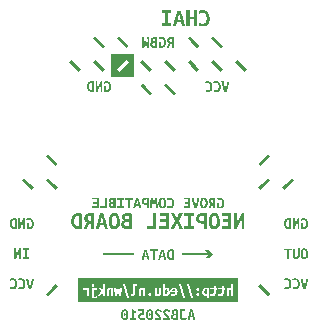
<source format=gbr>
G04 This is an RS-274x file exported by *
G04 gerbv version 2.8.2 *
G04 More information is available about gerbv at *
G04 https://gerbv.github.io/ *
G04 --End of header info--*
%MOIN*%
%FSLAX36Y36*%
%IPPOS*%
G04 --Define apertures--*
%ADD10C,0.0139*%
G04 --Start main section--*
G54D10*
G36*
G01X0325299Y0213099D02*
G01X0325299Y0134299D01*
G01X0855699Y0134299D01*
G01X0855699Y0213099D01*
G01X0325299Y0213099D01*
G01X0325299Y0213099D01*
G37*
%LPC*%
G36*
G01X0378199Y0188599D02*
G01X0378199Y0187899D01*
G01X0378099Y0187299D01*
G01X0377899Y0186799D01*
G01X0377699Y0186299D01*
G01X0377399Y0185799D01*
G01X0376899Y0185399D01*
G01X0376499Y0184999D01*
G01X0376099Y0184699D01*
G01X0375599Y0184499D01*
G01X0375099Y0184399D01*
G01X0374499Y0184299D01*
G01X0373899Y0184299D01*
G01X0373299Y0184299D01*
G01X0372799Y0184399D01*
G01X0372299Y0184599D01*
G01X0371699Y0184799D01*
G01X0371199Y0185099D01*
G01X0370799Y0185399D01*
G01X0370399Y0185799D01*
G01X0370099Y0186299D01*
G01X0369899Y0186799D01*
G01X0369699Y0187299D01*
G01X0369599Y0187899D01*
G01X0369599Y0188599D01*
G01X0369599Y0189299D01*
G01X0369699Y0189899D01*
G01X0369899Y0190499D01*
G01X0370099Y0190999D01*
G01X0370399Y0191499D01*
G01X0370799Y0191799D01*
G01X0371199Y0192199D01*
G01X0371699Y0192499D01*
G01X0372199Y0192699D01*
G01X0372699Y0192799D01*
G01X0373299Y0192899D01*
G01X0373899Y0192899D01*
G01X0374399Y0192899D01*
G01X0374999Y0192799D01*
G01X0375499Y0192599D01*
G01X0375999Y0192399D01*
G01X0376499Y0192199D01*
G01X0376899Y0191799D01*
G01X0377399Y0191399D01*
G01X0377699Y0190899D01*
G01X0377899Y0190399D01*
G01X0378099Y0189899D01*
G01X0378199Y0189299D01*
G01X0378199Y0188599D01*
G01X0378199Y0188599D01*
G37*
G36*
G01X0819299Y0169699D02*
G01X0819299Y0170599D01*
G01X0819299Y0171499D01*
G01X0819399Y0172299D01*
G01X0819499Y0173099D01*
G01X0819599Y0173899D01*
G01X0819899Y0174599D01*
G01X0819999Y0175299D01*
G01X0820199Y0175999D01*
G01X0820499Y0176699D01*
G01X0820799Y0177299D01*
G01X0821099Y0177799D01*
G01X0821499Y0178299D01*
G01X0821899Y0178899D01*
G01X0822399Y0179299D01*
G01X0822899Y0179699D01*
G01X0823399Y0180099D01*
G01X0823999Y0180499D01*
G01X0824599Y0180799D01*
G01X0825199Y0181099D01*
G01X0825899Y0181299D01*
G01X0826699Y0181499D01*
G01X0827499Y0181599D01*
G01X0828399Y0181699D01*
G01X0829299Y0181699D01*
G01X0829599Y0181699D01*
G01X0829899Y0181599D01*
G01X0830199Y0181599D01*
G01X0830599Y0181499D01*
G01X0830999Y0181499D01*
G01X0831399Y0181399D01*
G01X0831799Y0181299D01*
G01X0832099Y0181199D01*
G01X0832499Y0181099D01*
G01X0832799Y0180999D01*
G01X0833099Y0180899D01*
G01X0833299Y0180799D01*
G01X0833299Y0193499D01*
G01X0840099Y0192399D01*
G01X0840099Y0154999D01*
G01X0833299Y0154999D01*
G01X0833299Y0175099D01*
G01X0833099Y0175199D01*
G01X0832899Y0175299D01*
G01X0832699Y0175299D01*
G01X0832499Y0175399D01*
G01X0832199Y0175499D01*
G01X0831899Y0175599D01*
G01X0831699Y0175599D01*
G01X0831299Y0175699D01*
G01X0830999Y0175699D01*
G01X0830699Y0175799D01*
G01X0830399Y0175799D01*
G01X0830099Y0175799D01*
G01X0829399Y0175799D01*
G01X0828699Y0175699D01*
G01X0828199Y0175399D01*
G01X0827599Y0175099D01*
G01X0827199Y0174699D01*
G01X0826899Y0174199D01*
G01X0826699Y0173599D01*
G01X0826499Y0172899D01*
G01X0826299Y0171999D01*
G01X0826199Y0171199D01*
G01X0826099Y0170099D01*
G01X0826099Y0168899D01*
G01X0826099Y0154999D01*
G01X0819299Y0154999D01*
G01X0819299Y0169699D01*
G01X0819299Y0169699D01*
G37*
G36*
G01X0790999Y0155799D02*
G01X0791899Y0161699D01*
G01X0792199Y0161499D01*
G01X0792499Y0161399D01*
G01X0792799Y0161299D01*
G01X0793099Y0161099D01*
G01X0793399Y0160999D01*
G01X0793599Y0160999D01*
G01X0793899Y0160899D01*
G01X0794199Y0160799D01*
G01X0794399Y0160799D01*
G01X0794699Y0160699D01*
G01X0794899Y0160599D01*
G01X0795099Y0160599D01*
G01X0795399Y0160499D01*
G01X0795699Y0160499D01*
G01X0795899Y0160399D01*
G01X0796099Y0160399D01*
G01X0796399Y0160399D01*
G01X0796699Y0160399D01*
G01X0796899Y0160399D01*
G01X0797199Y0160399D01*
G01X0797499Y0160399D01*
G01X0797799Y0160399D01*
G01X0798099Y0160399D01*
G01X0798299Y0160399D01*
G01X0798599Y0160399D01*
G01X0798899Y0160399D01*
G01X0799199Y0160399D01*
G01X0799399Y0160499D01*
G01X0799699Y0160499D01*
G01X0799999Y0160599D01*
G01X0800199Y0160599D01*
G01X0800399Y0160699D01*
G01X0800599Y0160799D01*
G01X0800799Y0160899D01*
G01X0800999Y0160999D01*
G01X0801199Y0161199D01*
G01X0801399Y0161399D01*
G01X0801499Y0161599D01*
G01X0801699Y0161799D01*
G01X0801799Y0162099D01*
G01X0801899Y0162399D01*
G01X0802099Y0162599D01*
G01X0802099Y0162899D01*
G01X0802199Y0163299D01*
G01X0802299Y0163699D01*
G01X0802299Y0164099D01*
G01X0802399Y0164499D01*
G01X0802399Y0164999D01*
G01X0802399Y0175599D01*
G01X0791499Y0175599D01*
G01X0791499Y0181099D01*
G01X0802399Y0181099D01*
G01X0802399Y0188699D01*
G01X0809199Y0187599D01*
G01X0809199Y0181099D01*
G01X0814999Y0181099D01*
G01X0814999Y0175399D01*
G01X0809199Y0175399D01*
G01X0809199Y0164699D01*
G01X0809199Y0163599D01*
G01X0809099Y0162599D01*
G01X0808999Y0161699D01*
G01X0808799Y0160799D01*
G01X0808699Y0160099D01*
G01X0808499Y0159399D01*
G01X0808299Y0158699D01*
G01X0807999Y0158199D01*
G01X0807699Y0157599D01*
G01X0807299Y0157099D01*
G01X0806899Y0156699D01*
G01X0806499Y0156199D01*
G01X0806099Y0155899D01*
G01X0805699Y0155599D01*
G01X0805199Y0155299D01*
G01X0804599Y0155099D01*
G01X0804099Y0154899D01*
G01X0803499Y0154699D01*
G01X0802799Y0154599D01*
G01X0802199Y0154499D01*
G01X0801499Y0154399D01*
G01X0800799Y0154299D01*
G01X0800099Y0154299D01*
G01X0799299Y0154299D01*
G01X0798599Y0154299D01*
G01X0797899Y0154299D01*
G01X0797199Y0154399D01*
G01X0796499Y0154399D01*
G01X0795799Y0154499D01*
G01X0795099Y0154599D01*
G01X0794399Y0154699D01*
G01X0793599Y0154899D01*
G01X0792899Y0155099D01*
G01X0792299Y0155299D01*
G01X0791599Y0155599D01*
G01X0790999Y0155799D01*
G01X0790999Y0155799D01*
G37*
G36*
G01X0764299Y0155799D02*
G01X0765299Y0161699D01*
G01X0765599Y0161499D01*
G01X0765899Y0161399D01*
G01X0766199Y0161299D01*
G01X0766499Y0161099D01*
G01X0766699Y0160999D01*
G01X0766899Y0160999D01*
G01X0767199Y0160899D01*
G01X0767499Y0160799D01*
G01X0767799Y0160799D01*
G01X0767999Y0160699D01*
G01X0768299Y0160599D01*
G01X0768499Y0160599D01*
G01X0768699Y0160499D01*
G01X0768999Y0160499D01*
G01X0769199Y0160399D01*
G01X0769499Y0160399D01*
G01X0769699Y0160399D01*
G01X0769999Y0160399D01*
G01X0770299Y0160399D01*
G01X0770599Y0160399D01*
G01X0770799Y0160399D01*
G01X0771099Y0160399D01*
G01X0771399Y0160399D01*
G01X0771699Y0160399D01*
G01X0771899Y0160399D01*
G01X0772199Y0160399D01*
G01X0772499Y0160399D01*
G01X0772699Y0160499D01*
G01X0772999Y0160499D01*
G01X0773199Y0160599D01*
G01X0773499Y0160599D01*
G01X0773699Y0160699D01*
G01X0773899Y0160799D01*
G01X0774099Y0160899D01*
G01X0774199Y0160999D01*
G01X0774399Y0161199D01*
G01X0774599Y0161399D01*
G01X0774699Y0161599D01*
G01X0774799Y0161799D01*
G01X0774999Y0162099D01*
G01X0775099Y0162399D01*
G01X0775099Y0162599D01*
G01X0775199Y0162899D01*
G01X0775299Y0163299D01*
G01X0775299Y0163699D01*
G01X0775399Y0164099D01*
G01X0775399Y0164499D01*
G01X0775399Y0164999D01*
G01X0775399Y0175599D01*
G01X0764599Y0175599D01*
G01X0764599Y0181099D01*
G01X0775399Y0181099D01*
G01X0775399Y0188699D01*
G01X0782199Y0187599D01*
G01X0782199Y0181099D01*
G01X0788099Y0181099D01*
G01X0788099Y0175399D01*
G01X0782199Y0175399D01*
G01X0782199Y0164699D01*
G01X0782199Y0163599D01*
G01X0782099Y0162599D01*
G01X0781999Y0161699D01*
G01X0781899Y0160799D01*
G01X0781699Y0160099D01*
G01X0781499Y0159399D01*
G01X0781299Y0158699D01*
G01X0780999Y0158199D01*
G01X0780699Y0157599D01*
G01X0780399Y0157099D01*
G01X0779999Y0156699D01*
G01X0779599Y0156199D01*
G01X0779199Y0155899D01*
G01X0778699Y0155599D01*
G01X0778199Y0155299D01*
G01X0777699Y0155099D01*
G01X0777099Y0154899D01*
G01X0776499Y0154699D01*
G01X0775899Y0154599D01*
G01X0775199Y0154499D01*
G01X0774499Y0154399D01*
G01X0773799Y0154299D01*
G01X0773099Y0154299D01*
G01X0772399Y0154299D01*
G01X0771699Y0154299D01*
G01X0770999Y0154299D01*
G01X0770299Y0154399D01*
G01X0769599Y0154399D01*
G01X0768899Y0154499D01*
G01X0768199Y0154599D01*
G01X0767599Y0154699D01*
G01X0766899Y0154899D01*
G01X0766199Y0155099D01*
G01X0765599Y0155299D01*
G01X0764899Y0155599D01*
G01X0764299Y0155799D01*
G01X0764299Y0155799D01*
G37*
G36*
G01X0737899Y0168099D02*
G01X0737899Y0170099D01*
G01X0738199Y0171999D01*
G01X0738699Y0173699D01*
G01X0739299Y0175299D01*
G01X0740099Y0176799D01*
G01X0741099Y0178099D01*
G01X0742099Y0179299D01*
G01X0743399Y0180199D01*
G01X0744999Y0180799D01*
G01X0746499Y0181399D01*
G01X0748299Y0181699D01*
G01X0750299Y0181699D01*
G01X0751199Y0181699D01*
G01X0752099Y0181599D01*
G01X0752999Y0181599D01*
G01X0753899Y0181499D01*
G01X0754799Y0181399D01*
G01X0755699Y0181199D01*
G01X0756599Y0181099D01*
G01X0757399Y0180999D01*
G01X0758199Y0180799D01*
G01X0758999Y0180699D01*
G01X0759599Y0180499D01*
G01X0760299Y0180299D01*
G01X0760299Y0145799D01*
G01X0753499Y0145799D01*
G01X0753499Y0155699D01*
G01X0752599Y0155299D01*
G01X0751699Y0154999D01*
G01X0750799Y0154799D01*
G01X0749899Y0154499D01*
G01X0748999Y0154399D01*
G01X0748199Y0154399D01*
G01X0747399Y0154399D01*
G01X0746599Y0154499D01*
G01X0745799Y0154699D01*
G01X0745099Y0154799D01*
G01X0744399Y0155099D01*
G01X0743699Y0155399D01*
G01X0743099Y0155799D01*
G01X0742499Y0156199D01*
G01X0741999Y0156599D01*
G01X0741499Y0157099D01*
G01X0740999Y0157599D01*
G01X0740599Y0158199D01*
G01X0740099Y0158799D01*
G01X0739799Y0159499D01*
G01X0739399Y0160199D01*
G01X0739099Y0160899D01*
G01X0738799Y0161699D01*
G01X0738599Y0162499D01*
G01X0738399Y0163299D01*
G01X0738199Y0164199D01*
G01X0738099Y0165099D01*
G01X0737999Y0165999D01*
G01X0737899Y0166999D01*
G01X0737899Y0168099D01*
G01X0737899Y0168099D01*
G37*
G36*
G01X0718299Y0159299D02*
G01X0718299Y0160099D01*
G01X0718499Y0160799D01*
G01X0718699Y0161399D01*
G01X0718999Y0161999D01*
G01X0719399Y0162499D01*
G01X0719899Y0162899D01*
G01X0720299Y0163299D01*
G01X0720899Y0163599D01*
G01X0721399Y0163899D01*
G01X0721999Y0164099D01*
G01X0722599Y0164199D01*
G01X0723299Y0164199D01*
G01X0723699Y0164199D01*
G01X0723999Y0164099D01*
G01X0724299Y0164099D01*
G01X0724599Y0163999D01*
G01X0724899Y0163999D01*
G01X0725099Y0163899D01*
G01X0725399Y0163699D01*
G01X0725699Y0163599D01*
G01X0725999Y0163499D01*
G01X0726199Y0163299D01*
G01X0726499Y0163099D01*
G01X0726699Y0162899D01*
G01X0726899Y0162699D01*
G01X0727099Y0162499D01*
G01X0727299Y0162199D01*
G01X0727499Y0161899D01*
G01X0727599Y0161699D01*
G01X0727799Y0161399D01*
G01X0727899Y0161099D01*
G01X0727999Y0160799D01*
G01X0728099Y0160499D01*
G01X0728199Y0160099D01*
G01X0728199Y0159699D01*
G01X0728199Y0159299D01*
G01X0728199Y0158899D01*
G01X0728199Y0158499D01*
G01X0728099Y0158199D01*
G01X0727999Y0157799D01*
G01X0727899Y0157499D01*
G01X0727799Y0157199D01*
G01X0727599Y0156899D01*
G01X0727499Y0156699D01*
G01X0727299Y0156399D01*
G01X0727099Y0156099D01*
G01X0726899Y0155899D01*
G01X0726699Y0155699D01*
G01X0726499Y0155499D01*
G01X0726199Y0155299D01*
G01X0725999Y0155199D01*
G01X0725699Y0154999D01*
G01X0725399Y0154899D01*
G01X0725099Y0154699D01*
G01X0724899Y0154599D01*
G01X0724499Y0154499D01*
G01X0724199Y0154499D01*
G01X0723899Y0154399D01*
G01X0723599Y0154399D01*
G01X0723299Y0154399D01*
G01X0722699Y0154399D01*
G01X0722099Y0154499D01*
G01X0721499Y0154799D01*
G01X0720999Y0154999D01*
G01X0720399Y0155299D01*
G01X0719899Y0155699D01*
G01X0719299Y0156099D01*
G01X0718899Y0156599D01*
G01X0718699Y0157199D01*
G01X0718399Y0157799D01*
G01X0718299Y0158499D01*
G01X0718299Y0159299D01*
G01X0718299Y0159299D01*
G37*
G36*
G01X0718299Y0176199D02*
G01X0718299Y0176999D01*
G01X0718499Y0177699D01*
G01X0718699Y0178299D01*
G01X0718999Y0178899D01*
G01X0719399Y0179399D01*
G01X0719899Y0179899D01*
G01X0720299Y0180299D01*
G01X0720899Y0180599D01*
G01X0721399Y0180799D01*
G01X0721999Y0180999D01*
G01X0722599Y0181099D01*
G01X0723199Y0181099D01*
G01X0723499Y0181099D01*
G01X0723799Y0181099D01*
G01X0724099Y0180999D01*
G01X0724399Y0180999D01*
G01X0724699Y0180899D01*
G01X0724999Y0180799D01*
G01X0725299Y0180699D01*
G01X0725599Y0180599D01*
G01X0725799Y0180399D01*
G01X0726099Y0180199D01*
G01X0726299Y0180099D01*
G01X0726499Y0179899D01*
G01X0726699Y0179699D01*
G01X0726899Y0179399D01*
G01X0727099Y0179099D01*
G01X0727299Y0178899D01*
G01X0727499Y0178599D01*
G01X0727599Y0178299D01*
G01X0727799Y0178099D01*
G01X0727899Y0177699D01*
G01X0727899Y0177399D01*
G01X0727999Y0176999D01*
G01X0728099Y0176699D01*
G01X0728099Y0176199D01*
G01X0728099Y0175799D01*
G01X0727999Y0175499D01*
G01X0727899Y0175099D01*
G01X0727899Y0174799D01*
G01X0727799Y0174399D01*
G01X0727599Y0174199D01*
G01X0727499Y0173899D01*
G01X0727299Y0173599D01*
G01X0727099Y0173399D01*
G01X0726899Y0173099D01*
G01X0726699Y0172799D01*
G01X0726499Y0172599D01*
G01X0726299Y0172399D01*
G01X0726099Y0172299D01*
G01X0725799Y0172099D01*
G01X0725599Y0171899D01*
G01X0725299Y0171799D01*
G01X0724999Y0171699D01*
G01X0724699Y0171499D01*
G01X0724399Y0171499D01*
G01X0724099Y0171399D01*
G01X0723799Y0171399D01*
G01X0723499Y0171399D01*
G01X0723199Y0171399D01*
G01X0722599Y0171399D01*
G01X0721999Y0171499D01*
G01X0721399Y0171699D01*
G01X0720799Y0171899D01*
G01X0720299Y0172199D01*
G01X0719699Y0172599D01*
G01X0719199Y0173099D01*
G01X0718799Y0173499D01*
G01X0718599Y0174099D01*
G01X0718399Y0174699D01*
G01X0718299Y0175399D01*
G01X0718299Y0176199D01*
G01X0718299Y0176199D01*
G37*
G36*
G01X0685599Y0193699D02*
G01X0692499Y0193699D01*
G01X0707899Y0145699D01*
G01X0700799Y0145699D01*
G01X0685599Y0193699D01*
G01X0685599Y0193699D01*
G37*
G36*
G01X0658899Y0193699D02*
G01X0665799Y0193699D01*
G01X0681199Y0145699D01*
G01X0674199Y0145699D01*
G01X0658899Y0193699D01*
G01X0658899Y0193699D01*
G37*
G36*
G01X0631699Y0168299D02*
G01X0631699Y0170499D01*
G01X0631899Y0172399D01*
G01X0632399Y0174099D01*
G01X0632899Y0175699D01*
G01X0633599Y0177199D01*
G01X0634599Y0178299D01*
G01X0635599Y0179499D01*
G01X0636799Y0180399D01*
G01X0638199Y0180999D01*
G01X0639599Y0181499D01*
G01X0641299Y0181799D01*
G01X0643199Y0181799D01*
G01X0643999Y0181799D01*
G01X0644699Y0181699D01*
G01X0645499Y0181599D01*
G01X0646199Y0181499D01*
G01X0646899Y0181199D01*
G01X0647599Y0180999D01*
G01X0648399Y0180699D01*
G01X0649099Y0180299D01*
G01X0649699Y0179899D01*
G01X0650399Y0179399D01*
G01X0650999Y0178899D01*
G01X0651499Y0178299D01*
G01X0652099Y0177799D01*
G01X0652599Y0177099D01*
G01X0653099Y0176399D01*
G01X0653499Y0175699D01*
G01X0653999Y0174899D01*
G01X0654299Y0173999D01*
G01X0654599Y0173099D01*
G01X0654899Y0172199D01*
G01X0655099Y0171199D01*
G01X0655299Y0170199D01*
G01X0655399Y0169099D01*
G01X0655399Y0167899D01*
G01X0655399Y0166799D01*
G01X0655299Y0165799D01*
G01X0655199Y0164799D01*
G01X0654999Y0163799D01*
G01X0654799Y0162899D01*
G01X0654399Y0162099D01*
G01X0654099Y0161199D01*
G01X0653699Y0160499D01*
G01X0653199Y0159799D01*
G01X0652699Y0159099D01*
G01X0652199Y0158499D01*
G01X0651699Y0157899D01*
G01X0650999Y0157399D01*
G01X0650399Y0156899D01*
G01X0649599Y0156499D01*
G01X0648899Y0155999D01*
G01X0648099Y0155699D01*
G01X0647199Y0155399D01*
G01X0646299Y0155099D01*
G01X0645399Y0154899D01*
G01X0644399Y0154799D01*
G01X0643399Y0154699D01*
G01X0642399Y0154599D01*
G01X0641399Y0154599D01*
G01X0640599Y0154599D01*
G01X0639799Y0154599D01*
G01X0638999Y0154699D01*
G01X0638299Y0154799D01*
G01X0637599Y0154899D01*
G01X0636899Y0154999D01*
G01X0636199Y0155099D01*
G01X0635599Y0155299D01*
G01X0634999Y0155399D01*
G01X0634399Y0155599D01*
G01X0633799Y0155799D01*
G01X0633199Y0155999D01*
G01X0634199Y0161799D01*
G01X0634599Y0161699D01*
G01X0634999Y0161499D01*
G01X0635499Y0161399D01*
G01X0635999Y0161199D01*
G01X0636599Y0161099D01*
G01X0637199Y0160999D01*
G01X0637799Y0160799D01*
G01X0638499Y0160699D01*
G01X0639099Y0160699D01*
G01X0639799Y0160599D01*
G01X0640399Y0160599D01*
G01X0641099Y0160599D01*
G01X0642199Y0160599D01*
G01X0643199Y0160699D01*
G01X0644099Y0160999D01*
G01X0644999Y0161199D01*
G01X0645799Y0161599D01*
G01X0646499Y0162099D01*
G01X0647199Y0162599D01*
G01X0647699Y0163199D01*
G01X0648099Y0163799D01*
G01X0648399Y0164499D01*
G01X0648599Y0165299D01*
G01X0648599Y0166099D01*
G01X0631799Y0166099D01*
G01X0631799Y0166199D01*
G01X0631799Y0166399D01*
G01X0631699Y0166599D01*
G01X0631699Y0166799D01*
G01X0631699Y0166999D01*
G01X0631699Y0167199D01*
G01X0631699Y0167399D01*
G01X0631699Y0167499D01*
G01X0631699Y0167699D01*
G01X0631699Y0167899D01*
G01X0631699Y0168099D01*
G01X0631699Y0168299D01*
G01X0631699Y0168299D01*
G37*
G36*
G01X0606899Y0193499D02*
G01X0613699Y0192399D01*
G01X0613699Y0180399D01*
G01X0614099Y0180599D01*
G01X0614399Y0180799D01*
G01X0614799Y0180899D01*
G01X0615199Y0181099D01*
G01X0615599Y0181199D01*
G01X0616099Y0181199D01*
G01X0616499Y0181299D01*
G01X0616999Y0181399D01*
G01X0617399Y0181399D01*
G01X0617899Y0181499D01*
G01X0618299Y0181499D01*
G01X0618699Y0181499D01*
G01X0620399Y0181499D01*
G01X0621899Y0181199D01*
G01X0623199Y0180599D01*
G01X0624499Y0179999D01*
G01X0625599Y0178999D01*
G01X0626399Y0177799D01*
G01X0627199Y0176499D01*
G01X0627899Y0175099D01*
G01X0628299Y0173399D01*
G01X0628799Y0171699D01*
G01X0628999Y0169799D01*
G01X0628999Y0167599D01*
G01X0628999Y0165599D01*
G01X0628799Y0163699D01*
G01X0628299Y0161999D01*
G01X0627799Y0160399D01*
G01X0626999Y0158999D01*
G01X0625999Y0157799D01*
G01X0624899Y0156599D01*
G01X0623599Y0155699D01*
G01X0622099Y0155099D01*
G01X0620599Y0154499D01*
G01X0618799Y0154199D01*
G01X0616799Y0154199D01*
G01X0615999Y0154199D01*
G01X0615099Y0154199D01*
G01X0614199Y0154299D01*
G01X0613299Y0154299D01*
G01X0612399Y0154399D01*
G01X0611499Y0154599D01*
G01X0610599Y0154699D01*
G01X0609799Y0154899D01*
G01X0608999Y0154999D01*
G01X0608299Y0155199D01*
G01X0607599Y0155299D01*
G01X0606899Y0155599D01*
G01X0606899Y0193499D01*
G01X0606899Y0193499D01*
G37*
G36*
G01X0579899Y0181099D02*
G01X0586699Y0181099D01*
G01X0586699Y0160599D01*
G01X0587099Y0160499D01*
G01X0587699Y0160399D01*
G01X0588199Y0160399D01*
G01X0588699Y0160299D01*
G01X0589199Y0160299D01*
G01X0589699Y0160299D01*
G01X0590599Y0160299D01*
G01X0591199Y0160399D01*
G01X0591799Y0160699D01*
G01X0592399Y0160999D01*
G01X0592799Y0161499D01*
G01X0593099Y0162099D01*
G01X0593299Y0162699D01*
G01X0593499Y0163399D01*
G01X0593699Y0164299D01*
G01X0593799Y0165199D01*
G01X0593899Y0166199D01*
G01X0593899Y0167499D01*
G01X0593899Y0181099D01*
G01X0600699Y0181099D01*
G01X0600699Y0166499D01*
G01X0600699Y0165599D01*
G01X0600699Y0164799D01*
G01X0600599Y0163899D01*
G01X0600499Y0163099D01*
G01X0600399Y0162399D01*
G01X0600299Y0161699D01*
G01X0600099Y0160899D01*
G01X0599899Y0160199D01*
G01X0599599Y0159599D01*
G01X0599399Y0158899D01*
G01X0598999Y0158299D01*
G01X0598599Y0157799D01*
G01X0598199Y0157199D01*
G01X0597699Y0156699D01*
G01X0597199Y0156299D01*
G01X0596699Y0155899D01*
G01X0596099Y0155599D01*
G01X0595399Y0155299D01*
G01X0594699Y0154999D01*
G01X0593999Y0154799D01*
G01X0593099Y0154699D01*
G01X0592199Y0154499D01*
G01X0591199Y0154399D01*
G01X0590099Y0154399D01*
G01X0589099Y0154399D01*
G01X0588099Y0154499D01*
G01X0587099Y0154599D01*
G01X0586099Y0154699D01*
G01X0585199Y0154799D01*
G01X0584299Y0154999D01*
G01X0583399Y0155099D01*
G01X0582599Y0155299D01*
G01X0581799Y0155499D01*
G01X0580999Y0155699D01*
G01X0580299Y0155799D01*
G01X0579699Y0155999D01*
G01X0579699Y0181099D01*
G01X0579899Y0181099D01*
G37*
G36*
G01X0558599Y0159299D02*
G01X0558599Y0160099D01*
G01X0558699Y0160799D01*
G01X0558999Y0161399D01*
G01X0559299Y0161999D01*
G01X0559599Y0162499D01*
G01X0560099Y0162899D01*
G01X0560599Y0163299D01*
G01X0561099Y0163599D01*
G01X0561699Y0163899D01*
G01X0562299Y0164099D01*
G01X0562899Y0164199D01*
G01X0563599Y0164199D01*
G01X0563999Y0164199D01*
G01X0564299Y0164099D01*
G01X0564599Y0164099D01*
G01X0564899Y0163999D01*
G01X0565099Y0163999D01*
G01X0565399Y0163899D01*
G01X0565699Y0163699D01*
G01X0565999Y0163599D01*
G01X0566199Y0163499D01*
G01X0566499Y0163299D01*
G01X0566699Y0163099D01*
G01X0566899Y0162899D01*
G01X0567099Y0162699D01*
G01X0567399Y0162499D01*
G01X0567499Y0162199D01*
G01X0567699Y0161899D01*
G01X0567899Y0161699D01*
G01X0568099Y0161399D01*
G01X0568199Y0161099D01*
G01X0568299Y0160799D01*
G01X0568399Y0160499D01*
G01X0568399Y0160099D01*
G01X0568499Y0159699D01*
G01X0568499Y0159299D01*
G01X0568499Y0158899D01*
G01X0568399Y0158499D01*
G01X0568399Y0158199D01*
G01X0568299Y0157799D01*
G01X0568199Y0157499D01*
G01X0568099Y0157199D01*
G01X0567899Y0156899D01*
G01X0567699Y0156699D01*
G01X0567499Y0156399D01*
G01X0567399Y0156099D01*
G01X0567099Y0155899D01*
G01X0566899Y0155699D01*
G01X0566699Y0155499D01*
G01X0566499Y0155299D01*
G01X0566199Y0155199D01*
G01X0565999Y0154999D01*
G01X0565699Y0154899D01*
G01X0565399Y0154699D01*
G01X0565099Y0154599D01*
G01X0564799Y0154499D01*
G01X0564499Y0154499D01*
G01X0564199Y0154399D01*
G01X0563899Y0154399D01*
G01X0563599Y0154399D01*
G01X0562999Y0154399D01*
G01X0562399Y0154499D01*
G01X0561799Y0154799D01*
G01X0561199Y0154999D01*
G01X0560699Y0155299D01*
G01X0560099Y0155699D01*
G01X0559599Y0156099D01*
G01X0559199Y0156599D01*
G01X0558999Y0157199D01*
G01X0558699Y0157799D01*
G01X0558599Y0158499D01*
G01X0558599Y0159299D01*
G01X0558599Y0159299D01*
G37*
G36*
G01X0526399Y0169699D02*
G01X0526399Y0170599D01*
G01X0526399Y0171499D01*
G01X0526499Y0172299D01*
G01X0526599Y0173099D01*
G01X0526699Y0173899D01*
G01X0526899Y0174599D01*
G01X0527099Y0175299D01*
G01X0527399Y0175999D01*
G01X0527599Y0176599D01*
G01X0527899Y0177299D01*
G01X0528199Y0177799D01*
G01X0528599Y0178299D01*
G01X0528999Y0178899D01*
G01X0529499Y0179299D01*
G01X0529999Y0179699D01*
G01X0530499Y0180099D01*
G01X0531099Y0180499D01*
G01X0531799Y0180799D01*
G01X0532499Y0181099D01*
G01X0533299Y0181299D01*
G01X0534099Y0181499D01*
G01X0534999Y0181599D01*
G01X0535899Y0181699D01*
G01X0536899Y0181699D01*
G01X0537999Y0181699D01*
G01X0538999Y0181599D01*
G01X0539999Y0181599D01*
G01X0540899Y0181499D01*
G01X0541899Y0181399D01*
G01X0542799Y0181199D01*
G01X0543699Y0181099D01*
G01X0544499Y0180999D01*
G01X0545199Y0180799D01*
G01X0545899Y0180699D01*
G01X0546599Y0180499D01*
G01X0547199Y0180299D01*
G01X0547199Y0154999D01*
G01X0540399Y0154999D01*
G01X0540399Y0175599D01*
G01X0540099Y0175599D01*
G01X0539899Y0175699D01*
G01X0539599Y0175699D01*
G01X0539299Y0175699D01*
G01X0539099Y0175699D01*
G01X0538899Y0175699D01*
G01X0538599Y0175699D01*
G01X0538399Y0175699D01*
G01X0538099Y0175699D01*
G01X0537899Y0175699D01*
G01X0537599Y0175699D01*
G01X0537399Y0175699D01*
G01X0536499Y0175699D01*
G01X0535799Y0175599D01*
G01X0535299Y0175299D01*
G01X0534699Y0174999D01*
G01X0534299Y0174599D01*
G01X0533999Y0173999D01*
G01X0533699Y0173499D01*
G01X0533499Y0172799D01*
G01X0533399Y0171899D01*
G01X0533299Y0170999D01*
G01X0533199Y0169999D01*
G01X0533199Y0168699D01*
G01X0533199Y0154899D01*
G01X0526399Y0154899D01*
G01X0526399Y0169699D01*
G01X0526399Y0169699D01*
G37*
G36*
G01X0498299Y0156099D02*
G01X0499199Y0161699D01*
G01X0499299Y0161599D01*
G01X0499499Y0161499D01*
G01X0499799Y0161399D01*
G01X0500099Y0161199D01*
G01X0500499Y0161099D01*
G01X0500999Y0160999D01*
G01X0501499Y0160799D01*
G01X0501999Y0160599D01*
G01X0502499Y0160499D01*
G01X0503099Y0160499D01*
G01X0503699Y0160399D01*
G01X0504299Y0160399D01*
G01X0504899Y0160399D01*
G01X0505299Y0160499D01*
G01X0505799Y0160599D01*
G01X0506199Y0160799D01*
G01X0506599Y0160999D01*
G01X0506899Y0161399D01*
G01X0507299Y0161699D01*
G01X0507599Y0162099D01*
G01X0507799Y0162699D01*
G01X0507899Y0163299D01*
G01X0508099Y0164099D01*
G01X0508099Y0164999D01*
G01X0508099Y0193299D01*
G01X0521899Y0193299D01*
G01X0521899Y0187599D01*
G01X0514899Y0187599D01*
G01X0514899Y0165399D01*
G01X0514899Y0163599D01*
G01X0514699Y0161999D01*
G01X0514299Y0160599D01*
G01X0513999Y0159299D01*
G01X0513499Y0158099D01*
G01X0512799Y0157199D01*
G01X0512099Y0156299D01*
G01X0511099Y0155599D01*
G01X0509999Y0155199D01*
G01X0508899Y0154699D01*
G01X0507499Y0154399D01*
G01X0505999Y0154399D01*
G01X0505399Y0154399D01*
G01X0504899Y0154399D01*
G01X0504399Y0154499D01*
G01X0503899Y0154499D01*
G01X0503399Y0154599D01*
G01X0502899Y0154699D01*
G01X0502499Y0154799D01*
G01X0502099Y0154899D01*
G01X0501699Y0154899D01*
G01X0501299Y0154999D01*
G01X0500999Y0155099D01*
G01X0500699Y0155299D01*
G01X0500399Y0155299D01*
G01X0500099Y0155499D01*
G01X0499899Y0155599D01*
G01X0499599Y0155699D01*
G01X0499399Y0155799D01*
G01X0499199Y0155799D01*
G01X0498999Y0155799D01*
G01X0498799Y0155899D01*
G01X0498599Y0155899D01*
G01X0498499Y0155999D01*
G01X0498399Y0155999D01*
G01X0498299Y0156099D01*
G01X0498299Y0156099D01*
G37*
G36*
G01X0472499Y0193699D02*
G01X0479399Y0193699D01*
G01X0494899Y0145699D01*
G01X0487799Y0145699D01*
G01X0472499Y0193699D01*
G01X0472499Y0193699D01*
G37*
G36*
G01X0443899Y0181099D02*
G01X0449599Y0181099D01*
G01X0449699Y0180299D01*
G01X0449699Y0179399D01*
G01X0449699Y0178599D01*
G01X0449699Y0177799D01*
G01X0449699Y0176999D01*
G01X0449699Y0176199D01*
G01X0449699Y0175499D01*
G01X0449799Y0174699D01*
G01X0449799Y0173999D01*
G01X0449899Y0173199D01*
G01X0449899Y0172399D01*
G01X0449999Y0171699D01*
G01X0450099Y0170899D01*
G01X0450099Y0170099D01*
G01X0450199Y0169399D01*
G01X0450199Y0168599D01*
G01X0450299Y0167799D01*
G01X0450399Y0167099D01*
G01X0450499Y0166299D01*
G01X0450599Y0165499D01*
G01X0450599Y0164699D01*
G01X0450699Y0163899D01*
G01X0450799Y0163099D01*
G01X0450999Y0162199D01*
G01X0451199Y0162899D01*
G01X0451399Y0163599D01*
G01X0451599Y0164299D01*
G01X0451799Y0164899D01*
G01X0451899Y0165599D01*
G01X0452099Y0166099D01*
G01X0452199Y0166699D01*
G01X0452399Y0167299D01*
G01X0452499Y0167899D01*
G01X0452599Y0168499D01*
G01X0452799Y0168999D01*
G01X0452899Y0169599D01*
G01X0453099Y0170099D01*
G01X0453199Y0170699D01*
G01X0453299Y0171199D01*
G01X0453399Y0171699D01*
G01X0453499Y0172199D01*
G01X0453599Y0172799D01*
G01X0453699Y0173299D01*
G01X0453899Y0173799D01*
G01X0453999Y0174299D01*
G01X0454099Y0174899D01*
G01X0454199Y0175399D01*
G01X0454299Y0175999D01*
G01X0459199Y0175999D01*
G01X0459299Y0175399D01*
G01X0459399Y0174899D01*
G01X0459599Y0174399D01*
G01X0459699Y0173899D01*
G01X0459799Y0173299D01*
G01X0459899Y0172799D01*
G01X0459999Y0172299D01*
G01X0460099Y0171799D01*
G01X0460299Y0171199D01*
G01X0460399Y0170699D01*
G01X0460599Y0170099D01*
G01X0460699Y0169599D01*
G01X0460799Y0168999D01*
G01X0460999Y0168499D01*
G01X0461099Y0167899D01*
G01X0461299Y0167299D01*
G01X0461499Y0166699D01*
G01X0461699Y0166099D01*
G01X0461899Y0165499D01*
G01X0462099Y0164899D01*
G01X0462299Y0164199D01*
G01X0462499Y0163599D01*
G01X0462699Y0162899D01*
G01X0462899Y0162199D01*
G01X0463099Y0163899D01*
G01X0463299Y0165499D01*
G01X0463499Y0166999D01*
G01X0463599Y0168599D01*
G01X0463699Y0170099D01*
G01X0463899Y0171699D01*
G01X0463999Y0173199D01*
G01X0463999Y0174799D01*
G01X0464099Y0176299D01*
G01X0464199Y0177899D01*
G01X0464199Y0179499D01*
G01X0464299Y0181099D01*
G01X0469999Y0181099D01*
G01X0469899Y0179899D01*
G01X0469799Y0178599D01*
G01X0469699Y0177399D01*
G01X0469499Y0176099D01*
G01X0469399Y0174899D01*
G01X0469299Y0173699D01*
G01X0469199Y0172599D01*
G01X0468999Y0171399D01*
G01X0468899Y0170199D01*
G01X0468699Y0169099D01*
G01X0468599Y0167899D01*
G01X0468499Y0166799D01*
G01X0468299Y0165699D01*
G01X0468199Y0164599D01*
G01X0467999Y0163599D01*
G01X0467799Y0162499D01*
G01X0467599Y0161499D01*
G01X0467399Y0160399D01*
G01X0467199Y0159399D01*
G01X0466899Y0158399D01*
G01X0466699Y0157599D01*
G01X0466499Y0156699D01*
G01X0466299Y0155799D01*
G01X0466099Y0154999D01*
G01X0461099Y0154999D01*
G01X0460899Y0155599D01*
G01X0460699Y0156099D01*
G01X0460499Y0156599D01*
G01X0460299Y0157199D01*
G01X0460099Y0157699D01*
G01X0459899Y0158199D01*
G01X0459699Y0158699D01*
G01X0459499Y0159199D01*
G01X0459299Y0159599D01*
G01X0459199Y0160099D01*
G01X0458999Y0160599D01*
G01X0458899Y0160999D01*
G01X0458699Y0161499D01*
G01X0458599Y0161899D01*
G01X0458499Y0162399D01*
G01X0458299Y0162799D01*
G01X0458099Y0163299D01*
G01X0457899Y0163699D01*
G01X0457799Y0164199D01*
G01X0457599Y0164699D01*
G01X0457499Y0165199D01*
G01X0457299Y0165799D01*
G01X0457199Y0166299D01*
G01X0456899Y0166899D01*
G01X0456799Y0166299D01*
G01X0456599Y0165799D01*
G01X0456499Y0165199D01*
G01X0456299Y0164699D01*
G01X0456099Y0164199D01*
G01X0455999Y0163699D01*
G01X0455799Y0163299D01*
G01X0455699Y0162799D01*
G01X0455499Y0162299D01*
G01X0455399Y0161799D01*
G01X0455199Y0161399D01*
G01X0454999Y0160999D01*
G01X0454899Y0160499D01*
G01X0454699Y0159999D01*
G01X0454599Y0159599D01*
G01X0454399Y0159099D01*
G01X0454199Y0158699D01*
G01X0453999Y0158199D01*
G01X0453799Y0157699D01*
G01X0453599Y0157199D01*
G01X0453499Y0156699D01*
G01X0453299Y0156199D01*
G01X0453099Y0155599D01*
G01X0452899Y0154999D01*
G01X0447799Y0154999D01*
G01X0447399Y0156699D01*
G01X0446899Y0158499D01*
G01X0446499Y0160499D01*
G01X0446099Y0162499D01*
G01X0445799Y0164599D01*
G01X0445399Y0166799D01*
G01X0445099Y0168999D01*
G01X0444899Y0171299D01*
G01X0444599Y0173699D01*
G01X0444299Y0176099D01*
G01X0444099Y0178499D01*
G01X0443899Y0181099D01*
G01X0443899Y0181099D01*
G37*
G36*
G01X0419899Y0169699D02*
G01X0419899Y0170599D01*
G01X0419899Y0171499D01*
G01X0419999Y0172299D01*
G01X0420099Y0173099D01*
G01X0420199Y0173899D01*
G01X0420399Y0174599D01*
G01X0420599Y0175299D01*
G01X0420799Y0175999D01*
G01X0420999Y0176699D01*
G01X0421299Y0177299D01*
G01X0421699Y0177799D01*
G01X0422099Y0178299D01*
G01X0422499Y0178899D01*
G01X0422899Y0179299D01*
G01X0423499Y0179699D01*
G01X0423999Y0180099D01*
G01X0424599Y0180499D01*
G01X0425299Y0180799D01*
G01X0425999Y0181099D01*
G01X0426699Y0181299D01*
G01X0427599Y0181499D01*
G01X0428399Y0181599D01*
G01X0429399Y0181699D01*
G01X0430399Y0181699D01*
G01X0431499Y0181699D01*
G01X0432499Y0181599D01*
G01X0433399Y0181599D01*
G01X0434399Y0181499D01*
G01X0435299Y0181399D01*
G01X0436199Y0181199D01*
G01X0437199Y0181099D01*
G01X0437999Y0180999D01*
G01X0438699Y0180799D01*
G01X0439499Y0180699D01*
G01X0440099Y0180499D01*
G01X0440699Y0180299D01*
G01X0440699Y0154999D01*
G01X0433899Y0154999D01*
G01X0433899Y0175599D01*
G01X0433599Y0175599D01*
G01X0433299Y0175699D01*
G01X0433099Y0175699D01*
G01X0432799Y0175699D01*
G01X0432599Y0175699D01*
G01X0432399Y0175699D01*
G01X0432099Y0175699D01*
G01X0431799Y0175699D01*
G01X0431599Y0175699D01*
G01X0431399Y0175699D01*
G01X0431099Y0175699D01*
G01X0430799Y0175699D01*
G01X0429999Y0175699D01*
G01X0429299Y0175599D01*
G01X0428699Y0175299D01*
G01X0428199Y0174999D01*
G01X0427799Y0174599D01*
G01X0427499Y0173999D01*
G01X0427199Y0173499D01*
G01X0426999Y0172799D01*
G01X0426899Y0171899D01*
G01X0426699Y0170999D01*
G01X0426699Y0169999D01*
G01X0426699Y0168699D01*
G01X0426699Y0154899D01*
G01X0419899Y0154899D01*
G01X0419899Y0169699D01*
G01X0419899Y0169699D01*
G37*
G36*
G01X0390699Y0154999D02*
G01X0390999Y0155499D01*
G01X0391299Y0155999D01*
G01X0391599Y0156599D01*
G01X0391999Y0157299D01*
G01X0392399Y0157899D01*
G01X0392799Y0158599D01*
G01X0393199Y0159299D01*
G01X0393599Y0159999D01*
G01X0394099Y0160599D01*
G01X0394599Y0161299D01*
G01X0395099Y0161899D01*
G01X0395599Y0162599D01*
G01X0395999Y0163299D01*
G01X0396599Y0163999D01*
G01X0397099Y0164599D01*
G01X0397599Y0165299D01*
G01X0398099Y0165899D01*
G01X0398599Y0166499D01*
G01X0399199Y0167199D01*
G01X0399699Y0167699D01*
G01X0400199Y0168299D01*
G01X0400699Y0168799D01*
G01X0401099Y0169299D01*
G01X0401499Y0169699D01*
G01X0401199Y0170099D01*
G01X0400799Y0170599D01*
G01X0400399Y0170999D01*
G01X0399999Y0171399D01*
G01X0399499Y0171899D01*
G01X0398999Y0172399D01*
G01X0398599Y0172799D01*
G01X0398199Y0173299D01*
G01X0397699Y0173799D01*
G01X0397299Y0174299D01*
G01X0396799Y0174899D01*
G01X0396399Y0175399D01*
G01X0395999Y0175999D01*
G01X0395499Y0176499D01*
G01X0395099Y0176999D01*
G01X0394599Y0177499D01*
G01X0394199Y0177999D01*
G01X0393699Y0178499D01*
G01X0393299Y0178999D01*
G01X0392899Y0179399D01*
G01X0392499Y0179899D01*
G01X0392199Y0180399D01*
G01X0391799Y0180799D01*
G01X0391499Y0181199D01*
G01X0399599Y0181199D01*
G01X0399799Y0180799D01*
G01X0399999Y0180399D01*
G01X0400299Y0179999D01*
G01X0400599Y0179599D01*
G01X0400799Y0179199D01*
G01X0401099Y0178699D01*
G01X0401399Y0178299D01*
G01X0401699Y0177899D01*
G01X0401999Y0177399D01*
G01X0402299Y0176999D01*
G01X0402599Y0176499D01*
G01X0402899Y0176099D01*
G01X0403299Y0175599D01*
G01X0403599Y0175199D01*
G01X0403899Y0174699D01*
G01X0404199Y0174299D01*
G01X0404499Y0173899D01*
G01X0404899Y0173499D01*
G01X0405199Y0173099D01*
G01X0405599Y0172599D01*
G01X0405899Y0172199D01*
G01X0406199Y0171799D01*
G01X0406499Y0171399D01*
G01X0406799Y0170999D01*
G01X0406799Y0193699D01*
G01X0413599Y0192599D01*
G01X0413599Y0155299D01*
G01X0406799Y0155299D01*
G01X0406799Y0167599D01*
G01X0406499Y0167299D01*
G01X0406099Y0166899D01*
G01X0405699Y0166499D01*
G01X0405299Y0166099D01*
G01X0404899Y0165599D01*
G01X0404599Y0165099D01*
G01X0404199Y0164699D01*
G01X0403699Y0164099D01*
G01X0403299Y0163599D01*
G01X0402899Y0163099D01*
G01X0402499Y0162499D01*
G01X0402099Y0161899D01*
G01X0401699Y0161399D01*
G01X0401299Y0160799D01*
G01X0400899Y0160299D01*
G01X0400599Y0159699D01*
G01X0400199Y0159099D01*
G01X0399899Y0158499D01*
G01X0399499Y0157899D01*
G01X0399199Y0157399D01*
G01X0398899Y0156799D01*
G01X0398599Y0156299D01*
G01X0398399Y0155799D01*
G01X0398199Y0155299D01*
G01X0390699Y0155299D01*
G01X0390699Y0154999D01*
G37*
G36*
G01X0368899Y0181099D02*
G01X0386099Y0181099D01*
G01X0386099Y0175399D01*
G01X0375699Y0175399D01*
G01X0375699Y0156399D01*
G01X0375699Y0155499D01*
G01X0375799Y0154699D01*
G01X0375899Y0154099D01*
G01X0376099Y0153499D01*
G01X0376299Y0152999D01*
G01X0376699Y0152599D01*
G01X0376899Y0152299D01*
G01X0377299Y0151999D01*
G01X0377799Y0151899D01*
G01X0378199Y0151699D01*
G01X0378699Y0151699D01*
G01X0379299Y0151699D01*
G01X0379899Y0151699D01*
G01X0380399Y0151699D01*
G01X0380999Y0151899D01*
G01X0381599Y0151999D01*
G01X0382199Y0152199D01*
G01X0382799Y0152399D01*
G01X0383399Y0152599D01*
G01X0383999Y0152799D01*
G01X0384499Y0153099D01*
G01X0385099Y0153299D01*
G01X0385599Y0153599D01*
G01X0386099Y0153899D01*
G01X0388199Y0148099D01*
G01X0387499Y0147699D01*
G01X0386799Y0147399D01*
G01X0386099Y0147099D01*
G01X0385399Y0146799D01*
G01X0384699Y0146599D01*
G01X0383899Y0146399D01*
G01X0383099Y0146199D01*
G01X0382299Y0145999D01*
G01X0381499Y0145899D01*
G01X0380699Y0145799D01*
G01X0379899Y0145699D01*
G01X0378999Y0145699D01*
G01X0378299Y0145699D01*
G01X0377599Y0145699D01*
G01X0376999Y0145799D01*
G01X0376299Y0145899D01*
G01X0375599Y0145999D01*
G01X0374999Y0146199D01*
G01X0374399Y0146499D01*
G01X0373799Y0146699D01*
G01X0373199Y0146999D01*
G01X0372699Y0147299D01*
G01X0372199Y0147599D01*
G01X0371799Y0148099D01*
G01X0371399Y0148499D01*
G01X0370999Y0148999D01*
G01X0370599Y0149599D01*
G01X0370199Y0150199D01*
G01X0369899Y0150799D01*
G01X0369699Y0151499D01*
G01X0369399Y0152199D01*
G01X0369199Y0152999D01*
G01X0369099Y0153899D01*
G01X0368999Y0154799D01*
G01X0368899Y0155799D01*
G01X0368899Y0156799D01*
G01X0368899Y0181099D01*
G01X0368899Y0181099D01*
G37*
G36*
G01X0338999Y0180399D02*
G01X0339299Y0180599D01*
G01X0339699Y0180699D01*
G01X0339999Y0180699D01*
G01X0340399Y0180799D01*
G01X0340799Y0180899D01*
G01X0341099Y0180999D01*
G01X0341499Y0180999D01*
G01X0341799Y0181099D01*
G01X0342199Y0181199D01*
G01X0342599Y0181199D01*
G01X0343099Y0181199D01*
G01X0343499Y0181199D01*
G01X0343899Y0181299D01*
G01X0344299Y0181399D01*
G01X0344599Y0181399D01*
G01X0344999Y0181399D01*
G01X0345299Y0181399D01*
G01X0345699Y0181399D01*
G01X0345999Y0181399D01*
G01X0346399Y0181399D01*
G01X0346599Y0181399D01*
G01X0346899Y0181399D01*
G01X0347099Y0181399D01*
G01X0347199Y0181399D01*
G01X0348499Y0181399D01*
G01X0349699Y0181399D01*
G01X0350799Y0181299D01*
G01X0351899Y0181199D01*
G01X0352899Y0180999D01*
G01X0353899Y0180799D01*
G01X0354799Y0180599D01*
G01X0355699Y0180399D01*
G01X0356699Y0180099D01*
G01X0357599Y0179799D01*
G01X0358499Y0179499D01*
G01X0359399Y0179199D01*
G01X0359399Y0154699D01*
G01X0352599Y0154699D01*
G01X0352599Y0174199D01*
G01X0352199Y0174299D01*
G01X0351699Y0174399D01*
G01X0351199Y0174499D01*
G01X0350799Y0174599D01*
G01X0350299Y0174699D01*
G01X0349899Y0174699D01*
G01X0349399Y0174799D01*
G01X0348899Y0174799D01*
G01X0348499Y0174799D01*
G01X0347999Y0174899D01*
G01X0347599Y0174899D01*
G01X0347099Y0174899D01*
G01X0346899Y0174899D01*
G01X0346699Y0174899D01*
G01X0346399Y0174899D01*
G01X0346199Y0174899D01*
G01X0345899Y0174899D01*
G01X0345599Y0174899D01*
G01X0345299Y0174899D01*
G01X0344999Y0174799D01*
G01X0344699Y0174799D01*
G01X0344299Y0174799D01*
G01X0343999Y0174699D01*
G01X0343699Y0174699D01*
G01X0343499Y0174699D01*
G01X0343199Y0174699D01*
G01X0342799Y0174599D01*
G01X0342499Y0174599D01*
G01X0342199Y0174499D01*
G01X0341899Y0174399D01*
G01X0341699Y0174399D01*
G01X0341399Y0174299D01*
G01X0341099Y0174299D01*
G01X0340899Y0174199D01*
G01X0340599Y0174199D01*
G01X0340399Y0174199D01*
G01X0338999Y0180399D01*
G01X0338999Y0180399D01*
G37*
%LPD*%
G36*
G01X0750299Y0175799D02*
G01X0750599Y0175799D01*
G01X0750799Y0175799D01*
G01X0751099Y0175799D01*
G01X0751399Y0175799D01*
G01X0751699Y0175799D01*
G01X0751899Y0175699D01*
G01X0752199Y0175699D01*
G01X0752499Y0175699D01*
G01X0752799Y0175599D01*
G01X0752999Y0175599D01*
G01X0753299Y0175599D01*
G01X0753499Y0175599D01*
G01X0753499Y0161199D01*
G01X0753299Y0161099D01*
G01X0752999Y0160999D01*
G01X0752699Y0160899D01*
G01X0752399Y0160699D01*
G01X0752099Y0160599D01*
G01X0751699Y0160599D01*
G01X0751299Y0160499D01*
G01X0750899Y0160399D01*
G01X0750599Y0160399D01*
G01X0750199Y0160299D01*
G01X0749799Y0160299D01*
G01X0749399Y0160299D01*
G01X0748599Y0160299D01*
G01X0747899Y0160499D01*
G01X0747299Y0160799D01*
G01X0746699Y0161099D01*
G01X0746199Y0161599D01*
G01X0745799Y0162199D01*
G01X0745499Y0162799D01*
G01X0745199Y0163599D01*
G01X0744999Y0164599D01*
G01X0744799Y0165499D01*
G01X0744699Y0166599D01*
G01X0744699Y0167799D01*
G01X0744699Y0168999D01*
G01X0744799Y0169999D01*
G01X0744999Y0170999D01*
G01X0745299Y0171899D01*
G01X0745599Y0172799D01*
G01X0746099Y0173499D01*
G01X0746599Y0174199D01*
G01X0747199Y0174799D01*
G01X0747899Y0175199D01*
G01X0748599Y0175599D01*
G01X0749399Y0175799D01*
G01X0750299Y0175799D01*
G01X0750299Y0175799D01*
G37*
G36*
G01X0639299Y0174299D02*
G01X0639499Y0174599D01*
G01X0639799Y0174799D01*
G01X0639999Y0174999D01*
G01X0640299Y0175199D01*
G01X0640599Y0175399D01*
G01X0640799Y0175599D01*
G01X0641099Y0175699D01*
G01X0641499Y0175799D01*
G01X0641899Y0175899D01*
G01X0642299Y0175899D01*
G01X0642699Y0175999D01*
G01X0643199Y0175999D01*
G01X0643599Y0175999D01*
G01X0643999Y0175899D01*
G01X0644399Y0175899D01*
G01X0644799Y0175799D01*
G01X0645099Y0175699D01*
G01X0645399Y0175599D01*
G01X0645699Y0175399D01*
G01X0645999Y0175199D01*
G01X0646199Y0174999D01*
G01X0646499Y0174799D01*
G01X0646699Y0174599D01*
G01X0646899Y0174299D01*
G01X0647099Y0173999D01*
G01X0647299Y0173699D01*
G01X0647499Y0173499D01*
G01X0647599Y0173199D01*
G01X0647799Y0172799D01*
G01X0647899Y0172499D01*
G01X0648099Y0172199D01*
G01X0648199Y0171799D01*
G01X0648199Y0171499D01*
G01X0648299Y0171099D01*
G01X0648299Y0170799D01*
G01X0648299Y0170399D01*
G01X0638099Y0170399D01*
G01X0638099Y0170799D01*
G01X0638099Y0171099D01*
G01X0638099Y0171499D01*
G01X0638199Y0171799D01*
G01X0638299Y0172199D01*
G01X0638299Y0172499D01*
G01X0638499Y0172799D01*
G01X0638599Y0173199D01*
G01X0638799Y0173499D01*
G01X0638899Y0173699D01*
G01X0639099Y0173999D01*
G01X0639299Y0174299D01*
G01X0639299Y0174299D01*
G37*
G36*
G01X0617499Y0175699D02*
G01X0618299Y0175699D01*
G01X0618999Y0175499D01*
G01X0619599Y0175199D01*
G01X0620199Y0174899D01*
G01X0620599Y0174399D01*
G01X0620999Y0173699D01*
G01X0621299Y0173099D01*
G01X0621599Y0172299D01*
G01X0621799Y0171399D01*
G01X0621999Y0170499D01*
G01X0622099Y0169399D01*
G01X0622099Y0168199D01*
G01X0622099Y0166999D01*
G01X0621999Y0165899D01*
G01X0621799Y0164999D01*
G01X0621599Y0163999D01*
G01X0621199Y0163199D01*
G01X0620799Y0162499D01*
G01X0620399Y0161699D01*
G01X0619899Y0161199D01*
G01X0619199Y0160799D01*
G01X0618499Y0160499D01*
G01X0617599Y0160299D01*
G01X0616699Y0160299D01*
G01X0616399Y0160299D01*
G01X0616099Y0160299D01*
G01X0615799Y0160299D01*
G01X0615599Y0160299D01*
G01X0615299Y0160299D01*
G01X0615099Y0160299D01*
G01X0614899Y0160299D01*
G01X0614699Y0160299D01*
G01X0614399Y0160299D01*
G01X0614199Y0160399D01*
G01X0613899Y0160399D01*
G01X0613599Y0160399D01*
G01X0613599Y0174599D01*
G01X0613899Y0174699D01*
G01X0614199Y0174899D01*
G01X0614499Y0174999D01*
G01X0614799Y0175099D01*
G01X0615099Y0175199D01*
G01X0615399Y0175299D01*
G01X0615799Y0175299D01*
G01X0616099Y0175499D01*
G01X0616499Y0175499D01*
G01X0616799Y0175599D01*
G01X0617099Y0175699D01*
G01X0617499Y0175699D01*
G01X0617499Y0175699D01*
G37*
G36*
G01X0844399Y0377799D02*
G01X0844399Y0429299D01*
G01X0853699Y0429299D01*
G01X0853699Y0397499D01*
G01X0854199Y0398499D01*
G01X0854599Y0399499D01*
G01X0855199Y0400699D01*
G01X0855699Y0401899D01*
G01X0856299Y0403099D01*
G01X0856899Y0404399D01*
G01X0857599Y0405799D01*
G01X0858199Y0407099D01*
G01X0858899Y0408499D01*
G01X0859599Y0409899D01*
G01X0860299Y0411199D01*
G01X0860999Y0412599D01*
G01X0861699Y0413999D01*
G01X0862499Y0415399D01*
G01X0863199Y0416899D01*
G01X0863999Y0418299D01*
G01X0864699Y0419799D01*
G01X0865499Y0421199D01*
G01X0866299Y0422699D01*
G01X0867099Y0424099D01*
G01X0867899Y0425399D01*
G01X0868599Y0426699D01*
G01X0869399Y0427999D01*
G01X0870299Y0429199D01*
G01X0878499Y0429199D01*
G01X0878499Y0377599D01*
G01X0869199Y0377599D01*
G01X0869199Y0411899D01*
G01X0867599Y0409099D01*
G01X0865999Y0406199D01*
G01X0864599Y0403399D01*
G01X0863099Y0400599D01*
G01X0861699Y0397699D01*
G01X0860299Y0394899D01*
G01X0858899Y0391999D01*
G01X0857599Y0389199D01*
G01X0856299Y0386299D01*
G01X0854999Y0383499D01*
G01X0853799Y0380599D01*
G01X0852599Y0377799D01*
G01X0844399Y0377799D01*
G01X0844399Y0377799D01*
G37*
G36*
G01X0802199Y0377799D02*
G01X0802199Y0386199D01*
G01X0824999Y0386199D01*
G01X0824999Y0400699D01*
G01X0806799Y0400699D01*
G01X0806799Y0409199D01*
G01X0824999Y0409199D01*
G01X0824999Y0420699D01*
G01X0803999Y0420699D01*
G01X0803999Y0429199D01*
G01X0835299Y0429199D01*
G01X0835299Y0377599D01*
G01X0802199Y0377599D01*
G01X0802199Y0377799D01*
G37*
G36*
G01X0791799Y0383499D02*
G01X0790199Y0381199D01*
G01X0788299Y0379499D01*
G01X0785899Y0378299D01*
G01X0783599Y0377199D01*
G01X0780999Y0376699D01*
G01X0777899Y0376699D01*
G01X0774999Y0376699D01*
G01X0772399Y0377199D01*
G01X0770099Y0378299D01*
G01X0767799Y0379499D01*
G01X0765899Y0381199D01*
G01X0764299Y0383499D01*
G01X0762699Y0385799D01*
G01X0761499Y0388599D01*
G01X0760699Y0391899D01*
G01X0759899Y0395299D01*
G01X0759399Y0399199D01*
G01X0759399Y0403599D01*
G01X0759399Y0408099D01*
G01X0759799Y0411899D01*
G01X0760599Y0415299D01*
G01X0761399Y0418599D01*
G01X0762599Y0421499D01*
G01X0764199Y0423699D01*
G01X0765799Y0425999D01*
G01X0767699Y0427699D01*
G01X0769999Y0428899D01*
G01X0772299Y0429999D01*
G01X0774999Y0430599D01*
G01X0778099Y0430599D01*
G01X0780999Y0430599D01*
G01X0783599Y0429999D01*
G01X0785799Y0428899D01*
G01X0788099Y0427699D01*
G01X0790099Y0425999D01*
G01X0791699Y0423699D01*
G01X0793299Y0421499D01*
G01X0794499Y0418599D01*
G01X0795299Y0415299D01*
G01X0796099Y0411899D01*
G01X0796499Y0408099D01*
G01X0796499Y0403599D01*
G01X0796599Y0399199D01*
G01X0796199Y0395299D01*
G01X0795399Y0391899D01*
G01X0794599Y0388599D01*
G01X0793399Y0385799D01*
G01X0791799Y0383499D01*
G01X0791799Y0383499D01*
G37*
%LPC*%
G36*
G01X0785999Y0410699D02*
G01X0785899Y0411799D01*
G01X0785799Y0412799D01*
G01X0785599Y0413699D01*
G01X0785399Y0414699D01*
G01X0785099Y0415599D01*
G01X0784899Y0416399D01*
G01X0784599Y0417199D01*
G01X0784199Y0417899D01*
G01X0783799Y0418599D01*
G01X0783399Y0419199D01*
G01X0782899Y0419799D01*
G01X0782399Y0420299D01*
G01X0781799Y0420799D01*
G01X0781199Y0421099D01*
G01X0780499Y0421299D01*
G01X0779799Y0421599D01*
G01X0778999Y0421699D01*
G01X0778099Y0421699D01*
G01X0777099Y0421699D01*
G01X0776299Y0421599D01*
G01X0775599Y0421299D01*
G01X0774899Y0421099D01*
G01X0774299Y0420799D01*
G01X0773699Y0420299D01*
G01X0773199Y0419799D01*
G01X0772699Y0419199D01*
G01X0772299Y0418599D01*
G01X0771899Y0417899D01*
G01X0771499Y0417199D01*
G01X0771199Y0416399D01*
G01X0770999Y0415599D01*
G01X0770699Y0414699D01*
G01X0770499Y0413699D01*
G01X0770299Y0412799D01*
G01X0770199Y0411799D01*
G01X0770099Y0410699D01*
G01X0770099Y0409599D01*
G01X0769999Y0408399D01*
G01X0769899Y0407299D01*
G01X0769899Y0406099D01*
G01X0769899Y0404899D01*
G01X0769899Y0403599D01*
G01X0769899Y0402399D01*
G01X0769899Y0401099D01*
G01X0769899Y0399999D01*
G01X0769999Y0398799D01*
G01X0770099Y0397699D01*
G01X0770099Y0396699D01*
G01X0770199Y0395599D01*
G01X0770299Y0394499D01*
G01X0770499Y0393599D01*
G01X0770699Y0392699D01*
G01X0770999Y0391799D01*
G01X0771199Y0390999D01*
G01X0771499Y0390099D01*
G01X0771899Y0389399D01*
G01X0772299Y0388799D01*
G01X0772699Y0388099D01*
G01X0773199Y0387599D01*
G01X0773699Y0387099D01*
G01X0774299Y0386599D01*
G01X0774899Y0386199D01*
G01X0775599Y0385999D01*
G01X0776299Y0385799D01*
G01X0777099Y0385699D01*
G01X0777899Y0385699D01*
G01X0778799Y0385699D01*
G01X0779599Y0385799D01*
G01X0780299Y0386099D01*
G01X0780999Y0386299D01*
G01X0781699Y0386699D01*
G01X0782199Y0387099D01*
G01X0782799Y0387599D01*
G01X0783299Y0388099D01*
G01X0783699Y0388799D01*
G01X0784099Y0389399D01*
G01X0784399Y0390099D01*
G01X0784699Y0390999D01*
G01X0784999Y0391799D01*
G01X0785199Y0392699D01*
G01X0785399Y0393599D01*
G01X0785599Y0394499D01*
G01X0785799Y0395599D01*
G01X0785799Y0396699D01*
G01X0785899Y0397799D01*
G01X0785999Y0398899D01*
G01X0785999Y0400099D01*
G01X0786099Y0401299D01*
G01X0786099Y0402499D01*
G01X0786099Y0403699D01*
G01X0786099Y0404999D01*
G01X0786099Y0406199D01*
G01X0786099Y0407299D01*
G01X0786099Y0408499D01*
G01X0785999Y0409599D01*
G01X0785999Y0410699D01*
G01X0785999Y0410699D01*
G37*
%LPD*%
G36*
G01X0741799Y0429899D02*
G01X0742399Y0429899D01*
G01X0743099Y0429799D01*
G01X0743699Y0429799D01*
G01X0744299Y0429799D01*
G01X0744899Y0429699D01*
G01X0745599Y0429699D01*
G01X0746199Y0429699D01*
G01X0746799Y0429699D01*
G01X0747399Y0429599D01*
G01X0748099Y0429499D01*
G01X0748699Y0429399D01*
G01X0749299Y0429299D01*
G01X0749899Y0429199D01*
G01X0750499Y0429099D01*
G01X0751099Y0428999D01*
G01X0751599Y0428899D01*
G01X0752099Y0428799D01*
G01X0752599Y0428699D01*
G01X0752599Y0377799D01*
G01X0742399Y0377799D01*
G01X0742399Y0395099D01*
G01X0738699Y0395099D01*
G01X0735399Y0395099D01*
G01X0732499Y0395499D01*
G01X0729899Y0396199D01*
G01X0727299Y0396899D01*
G01X0725099Y0397899D01*
G01X0723299Y0399299D01*
G01X0721499Y0400699D01*
G01X0720199Y0402499D01*
G01X0719299Y0404699D01*
G01X0718399Y0406899D01*
G01X0717899Y0409599D01*
G01X0717899Y0412599D01*
G01X0717899Y0415699D01*
G01X0718399Y0418299D01*
G01X0719299Y0420499D01*
G01X0720199Y0422699D01*
G01X0721499Y0424499D01*
G01X0723299Y0425799D01*
G01X0725099Y0427199D01*
G01X0727299Y0428199D01*
G01X0729899Y0428799D01*
G01X0732399Y0429499D01*
G01X0735299Y0429899D01*
G01X0738599Y0429899D01*
G01X0738999Y0429899D01*
G01X0739499Y0429999D01*
G01X0739999Y0429999D01*
G01X0740599Y0429999D01*
G01X0741199Y0429899D01*
G01X0741799Y0429899D01*
G01X0741799Y0429899D01*
G37*
%LPC*%
G36*
G01X0730799Y0419199D02*
G01X0729999Y0418499D01*
G01X0729399Y0417699D01*
G01X0728999Y0416599D01*
G01X0728499Y0415599D01*
G01X0728299Y0414299D01*
G01X0728299Y0412799D01*
G01X0728299Y0411199D01*
G01X0728499Y0409799D01*
G01X0728999Y0408699D01*
G01X0729399Y0407599D01*
G01X0729999Y0406699D01*
G01X0730799Y0406099D01*
G01X0731699Y0405499D01*
G01X0732699Y0404999D01*
G01X0733899Y0404699D01*
G01X0735199Y0404299D01*
G01X0736599Y0404199D01*
G01X0738199Y0404199D01*
G01X0742399Y0404199D01*
G01X0742399Y0420799D01*
G01X0742099Y0420899D01*
G01X0741699Y0420899D01*
G01X0741299Y0420999D01*
G01X0740799Y0420999D01*
G01X0740299Y0420999D01*
G01X0739899Y0420999D01*
G01X0739399Y0420999D01*
G01X0738899Y0420999D01*
G01X0738499Y0420999D01*
G01X0737999Y0420999D01*
G01X0737599Y0420999D01*
G01X0737399Y0420999D01*
G01X0735999Y0420999D01*
G01X0734799Y0420899D01*
G01X0733699Y0420599D01*
G01X0732599Y0420299D01*
G01X0731699Y0419799D01*
G01X0730799Y0419199D01*
G01X0730799Y0419199D01*
G37*
%LPD*%
G36*
G01X0678299Y0377799D02*
G01X0678299Y0386199D01*
G01X0689399Y0386199D01*
G01X0689399Y0420799D01*
G01X0678299Y0420799D01*
G01X0678299Y0429299D01*
G01X0711099Y0429299D01*
G01X0711099Y0420799D01*
G01X0699899Y0420799D01*
G01X0699899Y0386199D01*
G01X0711099Y0386199D01*
G01X0711099Y0377799D01*
G01X0678299Y0377799D01*
G01X0678299Y0377799D01*
G37*
G36*
G01X0633199Y0377799D02*
G01X0633499Y0378499D01*
G01X0633799Y0379399D01*
G01X0634099Y0380299D01*
G01X0634499Y0381199D01*
G01X0634899Y0382199D01*
G01X0635399Y0383199D01*
G01X0635899Y0384199D01*
G01X0636399Y0385299D01*
G01X0636999Y0386499D01*
G01X0637499Y0387699D01*
G01X0638099Y0388899D01*
G01X0638699Y0390099D01*
G01X0639399Y0391399D01*
G01X0639999Y0392599D01*
G01X0640699Y0393899D01*
G01X0641399Y0395199D01*
G01X0642099Y0396499D01*
G01X0642799Y0397799D01*
G01X0643499Y0399099D01*
G01X0644199Y0400399D01*
G01X0644899Y0401599D01*
G01X0645699Y0402899D01*
G01X0646499Y0404099D01*
G01X0647199Y0405299D01*
G01X0633999Y0429299D01*
G01X0644299Y0429299D01*
G01X0652899Y0412799D01*
G01X0661099Y0429299D01*
G01X0672199Y0429299D01*
G01X0658699Y0404999D01*
G01X0659399Y0403799D01*
G01X0660099Y0402599D01*
G01X0660799Y0401399D01*
G01X0661499Y0400099D01*
G01X0662199Y0398799D01*
G01X0662899Y0397499D01*
G01X0663599Y0396199D01*
G01X0664299Y0394899D01*
G01X0664999Y0393599D01*
G01X0665699Y0392399D01*
G01X0666399Y0391199D01*
G01X0667099Y0389999D01*
G01X0667799Y0388799D01*
G01X0668399Y0387599D01*
G01X0668999Y0386499D01*
G01X0669599Y0385299D01*
G01X0670099Y0384199D01*
G01X0670699Y0383199D01*
G01X0671199Y0382199D01*
G01X0671699Y0381199D01*
G01X0672099Y0380299D01*
G01X0672599Y0379399D01*
G01X0672899Y0378499D01*
G01X0673199Y0377799D01*
G01X0662099Y0377799D01*
G01X0661499Y0379199D01*
G01X0660899Y0380699D01*
G01X0660199Y0382299D01*
G01X0659499Y0383899D01*
G01X0658699Y0385599D01*
G01X0657899Y0387399D01*
G01X0657099Y0389199D01*
G01X0656299Y0390899D01*
G01X0655499Y0392599D01*
G01X0654699Y0394299D01*
G01X0653899Y0395999D01*
G01X0653099Y0397599D01*
G01X0652199Y0395899D01*
G01X0651399Y0394199D01*
G01X0650599Y0392399D01*
G01X0649799Y0390699D01*
G01X0648999Y0388999D01*
G01X0648199Y0387399D01*
G01X0647399Y0385599D01*
G01X0646699Y0383999D01*
G01X0646099Y0382399D01*
G01X0645399Y0380899D01*
G01X0644899Y0379399D01*
G01X0644299Y0377899D01*
G01X0633199Y0377899D01*
G01X0633199Y0377799D01*
G37*
G36*
G01X0593899Y0377799D02*
G01X0593899Y0386199D01*
G01X0616699Y0386199D01*
G01X0616699Y0400699D01*
G01X0598499Y0400699D01*
G01X0598499Y0409199D01*
G01X0616699Y0409199D01*
G01X0616699Y0420699D01*
G01X0595699Y0420699D01*
G01X0595699Y0429199D01*
G01X0626899Y0429199D01*
G01X0626899Y0377599D01*
G01X0593899Y0377599D01*
G01X0593899Y0377799D01*
G37*
G36*
G01X0552199Y0386199D02*
G01X0574299Y0386199D01*
G01X0574299Y0429299D01*
G01X0584599Y0429299D01*
G01X0584599Y0377799D01*
G01X0552199Y0377799D01*
G01X0552199Y0386199D01*
G01X0552199Y0386199D01*
G37*
G36*
G01X0469999Y0400299D02*
G01X0470599Y0401399D01*
G01X0471499Y0402399D01*
G01X0472699Y0403199D01*
G01X0473899Y0404099D01*
G01X0475299Y0404799D01*
G01X0477099Y0405399D01*
G01X0476099Y0405999D01*
G01X0475199Y0406599D01*
G01X0474399Y0407399D01*
G01X0473599Y0408099D01*
G01X0472899Y0408999D01*
G01X0472399Y0409899D01*
G01X0471699Y0410799D01*
G01X0471299Y0411799D01*
G01X0470999Y0412899D01*
G01X0470699Y0413999D01*
G01X0470599Y0415099D01*
G01X0470599Y0416399D01*
G01X0470599Y0417199D01*
G01X0470599Y0417999D01*
G01X0470699Y0418799D01*
G01X0470899Y0419599D01*
G01X0470999Y0420399D01*
G01X0471199Y0421199D01*
G01X0471499Y0422099D01*
G01X0471799Y0422799D01*
G01X0472299Y0423599D01*
G01X0472699Y0424299D01*
G01X0473299Y0424899D01*
G01X0473999Y0425599D01*
G01X0474699Y0426199D01*
G01X0475599Y0426799D01*
G01X0476499Y0427299D01*
G01X0477499Y0427799D01*
G01X0478499Y0428299D01*
G01X0479699Y0428699D01*
G01X0480899Y0429199D01*
G01X0482299Y0429499D01*
G01X0483899Y0429699D01*
G01X0485399Y0429899D01*
G01X0487199Y0429999D01*
G01X0489199Y0429999D01*
G01X0490299Y0429999D01*
G01X0491399Y0429999D01*
G01X0492599Y0429899D01*
G01X0493699Y0429799D01*
G01X0494899Y0429699D01*
G01X0496099Y0429599D01*
G01X0497299Y0429399D01*
G01X0498399Y0429299D01*
G01X0499499Y0429199D01*
G01X0500499Y0428999D01*
G01X0501499Y0428899D01*
G01X0502499Y0428699D01*
G01X0502499Y0378599D01*
G01X0501299Y0378299D01*
G01X0500099Y0378099D01*
G01X0498899Y0377899D01*
G01X0497699Y0377799D01*
G01X0496499Y0377599D01*
G01X0495299Y0377499D01*
G01X0493999Y0377399D01*
G01X0492799Y0377299D01*
G01X0491599Y0377199D01*
G01X0490399Y0377099D01*
G01X0489299Y0377099D01*
G01X0488199Y0377099D01*
G01X0486799Y0377099D01*
G01X0485399Y0377199D01*
G01X0484099Y0377299D01*
G01X0482799Y0377399D01*
G01X0481499Y0377599D01*
G01X0480299Y0377899D01*
G01X0478999Y0378199D01*
G01X0477899Y0378499D01*
G01X0476799Y0378999D01*
G01X0475799Y0379399D01*
G01X0474799Y0379899D01*
G01X0473899Y0380599D01*
G01X0472999Y0381199D01*
G01X0472199Y0381899D01*
G01X0471499Y0382699D01*
G01X0470799Y0383599D01*
G01X0470099Y0384499D01*
G01X0469599Y0385599D01*
G01X0468999Y0386599D01*
G01X0468599Y0387799D01*
G01X0468399Y0389099D01*
G01X0468199Y0390399D01*
G01X0468099Y0391799D01*
G01X0468099Y0393299D01*
G01X0468099Y0394599D01*
G01X0468299Y0395799D01*
G01X0468599Y0396899D01*
G01X0468899Y0398099D01*
G01X0469399Y0399199D01*
G01X0469999Y0400299D01*
G01X0469999Y0400299D01*
G37*
%LPC*%
G36*
G01X0492499Y0408899D02*
G01X0492499Y0420699D01*
G01X0492099Y0420799D01*
G01X0491799Y0420799D01*
G01X0491399Y0420799D01*
G01X0491099Y0420899D01*
G01X0490699Y0420899D01*
G01X0490299Y0420999D01*
G01X0489899Y0420999D01*
G01X0489399Y0420999D01*
G01X0488999Y0420999D01*
G01X0488599Y0421099D01*
G01X0488299Y0421099D01*
G01X0487899Y0421099D01*
G01X0487399Y0421099D01*
G01X0486999Y0421099D01*
G01X0486499Y0420999D01*
G01X0486099Y0420999D01*
G01X0485599Y0420899D01*
G01X0485099Y0420799D01*
G01X0484699Y0420799D01*
G01X0484299Y0420699D01*
G01X0483899Y0420499D01*
G01X0483499Y0420399D01*
G01X0483099Y0420199D01*
G01X0482799Y0419999D01*
G01X0482399Y0419799D01*
G01X0482099Y0419499D01*
G01X0481899Y0419299D01*
G01X0481599Y0418999D01*
G01X0481399Y0418599D01*
G01X0481199Y0418199D01*
G01X0480999Y0417799D01*
G01X0480899Y0417399D01*
G01X0480799Y0416899D01*
G01X0480699Y0416499D01*
G01X0480699Y0415899D01*
G01X0480699Y0415299D01*
G01X0480699Y0414299D01*
G01X0480899Y0413399D01*
G01X0481199Y0412599D01*
G01X0481499Y0411799D01*
G01X0481999Y0411099D01*
G01X0482599Y0410599D01*
G01X0483299Y0409999D01*
G01X0484199Y0409599D01*
G01X0485199Y0409299D01*
G01X0486099Y0408999D01*
G01X0487299Y0408899D01*
G01X0488599Y0408899D01*
G01X0492499Y0408899D01*
G01X0492499Y0408899D01*
G37*
G36*
G01X0486899Y0400399D02*
G01X0485599Y0400399D01*
G01X0484399Y0400299D01*
G01X0483399Y0399999D01*
G01X0482299Y0399699D01*
G01X0481399Y0399299D01*
G01X0480599Y0398699D01*
G01X0479699Y0398199D01*
G01X0479099Y0397499D01*
G01X0478699Y0396599D01*
G01X0478399Y0395699D01*
G01X0478199Y0394599D01*
G01X0478199Y0393299D01*
G01X0478199Y0392599D01*
G01X0478299Y0391899D01*
G01X0478399Y0391199D01*
G01X0478499Y0390599D01*
G01X0478699Y0390099D01*
G01X0478999Y0389599D01*
G01X0479299Y0389099D01*
G01X0479599Y0388699D01*
G01X0479999Y0388299D01*
G01X0480299Y0387899D01*
G01X0480699Y0387599D01*
G01X0481099Y0387399D01*
G01X0481499Y0387099D01*
G01X0481999Y0386899D01*
G01X0482499Y0386699D01*
G01X0482899Y0386499D01*
G01X0483499Y0386399D01*
G01X0483999Y0386199D01*
G01X0484599Y0386199D01*
G01X0485099Y0386099D01*
G01X0485699Y0386099D01*
G01X0486299Y0385999D01*
G01X0486899Y0385999D01*
G01X0487499Y0385999D01*
G01X0487899Y0385999D01*
G01X0488299Y0385999D01*
G01X0488699Y0385999D01*
G01X0489199Y0385999D01*
G01X0489599Y0385999D01*
G01X0489999Y0386099D01*
G01X0490399Y0386099D01*
G01X0490799Y0386099D01*
G01X0491199Y0386199D01*
G01X0491599Y0386199D01*
G01X0491999Y0386299D01*
G01X0492399Y0386399D01*
G01X0492399Y0400399D01*
G01X0486899Y0400399D01*
G01X0486899Y0400399D01*
G37*
%LPD*%
G36*
G01X0458499Y0383499D02*
G01X0456899Y0381199D01*
G01X0454899Y0379499D01*
G01X0452599Y0378299D01*
G01X0450299Y0377199D01*
G01X0447599Y0376699D01*
G01X0444599Y0376699D01*
G01X0441699Y0376699D01*
G01X0439099Y0377199D01*
G01X0436799Y0378299D01*
G01X0434499Y0379499D01*
G01X0432599Y0381199D01*
G01X0430999Y0383499D01*
G01X0429399Y0385799D01*
G01X0428199Y0388599D01*
G01X0427299Y0391899D01*
G01X0426499Y0395299D01*
G01X0426099Y0399199D01*
G01X0426099Y0403599D01*
G01X0426099Y0408099D01*
G01X0426499Y0411899D01*
G01X0427299Y0415299D01*
G01X0428099Y0418599D01*
G01X0429199Y0421499D01*
G01X0430799Y0423699D01*
G01X0432399Y0425999D01*
G01X0434399Y0427699D01*
G01X0436699Y0428899D01*
G01X0438999Y0429999D01*
G01X0441699Y0430599D01*
G01X0444699Y0430599D01*
G01X0447599Y0430599D01*
G01X0450199Y0429999D01*
G01X0452499Y0428899D01*
G01X0454799Y0427699D01*
G01X0456699Y0425999D01*
G01X0458299Y0423699D01*
G01X0459999Y0421499D01*
G01X0461199Y0418599D01*
G01X0461999Y0415299D01*
G01X0462799Y0411899D01*
G01X0463199Y0408099D01*
G01X0463199Y0403599D01*
G01X0463299Y0399199D01*
G01X0462899Y0395299D01*
G01X0462099Y0391899D01*
G01X0461299Y0388599D01*
G01X0460099Y0385799D01*
G01X0458499Y0383499D01*
G01X0458499Y0383499D01*
G37*
%LPC*%
G36*
G01X0452599Y0410699D02*
G01X0452599Y0411799D01*
G01X0452399Y0412799D01*
G01X0452199Y0413699D01*
G01X0451999Y0414699D01*
G01X0451799Y0415599D01*
G01X0451499Y0416399D01*
G01X0451199Y0417199D01*
G01X0450899Y0417899D01*
G01X0450499Y0418599D01*
G01X0450099Y0419199D01*
G01X0449599Y0419799D01*
G01X0448999Y0420299D01*
G01X0448499Y0420799D01*
G01X0447799Y0421099D01*
G01X0447099Y0421299D01*
G01X0446399Y0421599D01*
G01X0445599Y0421699D01*
G01X0444699Y0421699D01*
G01X0443799Y0421699D01*
G01X0442999Y0421599D01*
G01X0442299Y0421299D01*
G01X0441599Y0421099D01*
G01X0440999Y0420799D01*
G01X0440399Y0420299D01*
G01X0439899Y0419799D01*
G01X0439399Y0419199D01*
G01X0438999Y0418599D01*
G01X0438499Y0417899D01*
G01X0438199Y0417199D01*
G01X0437899Y0416399D01*
G01X0437599Y0415599D01*
G01X0437399Y0414699D01*
G01X0437199Y0413699D01*
G01X0436999Y0412799D01*
G01X0436899Y0411799D01*
G01X0436799Y0410699D01*
G01X0436699Y0409599D01*
G01X0436699Y0408399D01*
G01X0436599Y0407299D01*
G01X0436599Y0406099D01*
G01X0436499Y0404899D01*
G01X0436499Y0403599D01*
G01X0436499Y0402399D01*
G01X0436599Y0401099D01*
G01X0436599Y0399999D01*
G01X0436699Y0398799D01*
G01X0436699Y0397699D01*
G01X0436799Y0396699D01*
G01X0436899Y0395599D01*
G01X0436999Y0394499D01*
G01X0437199Y0393599D01*
G01X0437399Y0392699D01*
G01X0437599Y0391799D01*
G01X0437899Y0390999D01*
G01X0438199Y0390099D01*
G01X0438499Y0389399D01*
G01X0438999Y0388799D01*
G01X0439399Y0388099D01*
G01X0439899Y0387599D01*
G01X0440399Y0387099D01*
G01X0440999Y0386599D01*
G01X0441599Y0386199D01*
G01X0442299Y0385999D01*
G01X0442999Y0385799D01*
G01X0443699Y0385699D01*
G01X0444599Y0385699D01*
G01X0445499Y0385699D01*
G01X0446299Y0385799D01*
G01X0446999Y0386099D01*
G01X0447699Y0386299D01*
G01X0448299Y0386699D01*
G01X0448899Y0387099D01*
G01X0449399Y0387599D01*
G01X0449899Y0388099D01*
G01X0450299Y0388799D01*
G01X0450799Y0389399D01*
G01X0451099Y0390099D01*
G01X0451399Y0390999D01*
G01X0451699Y0391799D01*
G01X0451899Y0392699D01*
G01X0452099Y0393599D01*
G01X0452299Y0394499D01*
G01X0452399Y0395599D01*
G01X0452499Y0396699D01*
G01X0452599Y0397799D01*
G01X0452599Y0398899D01*
G01X0452699Y0400099D01*
G01X0452699Y0401299D01*
G01X0452799Y0402499D01*
G01X0452799Y0403699D01*
G01X0452799Y0404999D01*
G01X0452799Y0406199D01*
G01X0452799Y0407299D01*
G01X0452699Y0408499D01*
G01X0452699Y0409599D01*
G01X0452599Y0410699D01*
G01X0452599Y0410699D01*
G37*
%LPD*%
G36*
G01X0382899Y0377799D02*
G01X0383999Y0382699D01*
G01X0385199Y0387499D01*
G01X0386399Y0391999D01*
G01X0387499Y0396599D01*
G01X0388699Y0400999D01*
G01X0389999Y0405299D01*
G01X0391199Y0409499D01*
G01X0392399Y0413599D01*
G01X0393599Y0417699D01*
G01X0394899Y0421699D01*
G01X0396099Y0425599D01*
G01X0397399Y0429299D01*
G01X0408499Y0429299D01*
G01X0409699Y0425599D01*
G01X0410799Y0421699D01*
G01X0411999Y0417699D01*
G01X0413199Y0413799D01*
G01X0414399Y0409699D01*
G01X0415699Y0405599D01*
G01X0416899Y0401399D01*
G01X0418199Y0396999D01*
G01X0419399Y0392299D01*
G01X0420699Y0387699D01*
G01X0421899Y0382799D01*
G01X0423099Y0377799D01*
G01X0412499Y0377799D01*
G01X0410099Y0389699D01*
G01X0396399Y0389699D01*
G01X0393999Y0377799D01*
G01X0382899Y0377799D01*
G01X0382899Y0377799D01*
G37*
%LPC*%
G36*
G01X0401499Y0413899D02*
G01X0401299Y0413099D01*
G01X0401099Y0412199D01*
G01X0400799Y0411299D01*
G01X0400599Y0410399D01*
G01X0400299Y0409599D01*
G01X0400099Y0408699D01*
G01X0399899Y0407899D01*
G01X0399699Y0406999D01*
G01X0399499Y0406199D01*
G01X0399299Y0405299D01*
G01X0399199Y0404399D01*
G01X0398999Y0403599D01*
G01X0398899Y0402799D01*
G01X0398699Y0401899D01*
G01X0398499Y0400999D01*
G01X0398399Y0400099D01*
G01X0398199Y0399199D01*
G01X0398099Y0398299D01*
G01X0408199Y0398299D01*
G01X0408099Y0399199D01*
G01X0407899Y0400099D01*
G01X0407699Y0400999D01*
G01X0407499Y0401899D01*
G01X0407299Y0402799D01*
G01X0407099Y0403599D01*
G01X0406899Y0404399D01*
G01X0406699Y0405299D01*
G01X0406499Y0406199D01*
G01X0406399Y0406999D01*
G01X0406199Y0407899D01*
G01X0405999Y0408699D01*
G01X0405799Y0409599D01*
G01X0405599Y0410399D01*
G01X0405299Y0411299D01*
G01X0405099Y0412199D01*
G01X0404899Y0413099D01*
G01X0404599Y0413899D01*
G01X0404399Y0414799D01*
G01X0404099Y0415699D01*
G01X0403899Y0416599D01*
G01X0403599Y0417499D01*
G01X0403299Y0418499D01*
G01X0403099Y0419399D01*
G01X0402799Y0418499D01*
G01X0402599Y0417499D01*
G01X0402299Y0416599D01*
G01X0402099Y0415599D01*
G01X0401799Y0414699D01*
G01X0401499Y0413899D01*
G01X0401499Y0413899D01*
G37*
%LPD*%
G36*
G01X0367399Y0429899D02*
G01X0367899Y0429899D01*
G01X0368499Y0429799D01*
G01X0368999Y0429799D01*
G01X0369599Y0429799D01*
G01X0370199Y0429699D01*
G01X0370799Y0429699D01*
G01X0371499Y0429699D01*
G01X0372099Y0429699D01*
G01X0372699Y0429599D01*
G01X0373299Y0429499D01*
G01X0373899Y0429399D01*
G01X0374399Y0429299D01*
G01X0375099Y0429199D01*
G01X0375599Y0429099D01*
G01X0376199Y0428999D01*
G01X0376699Y0428899D01*
G01X0377199Y0428799D01*
G01X0377799Y0428699D01*
G01X0377799Y0377899D01*
G01X0367499Y0377899D01*
G01X0367499Y0396899D01*
G01X0362199Y0396899D01*
G01X0361199Y0395299D01*
G01X0360299Y0393799D01*
G01X0359399Y0392199D01*
G01X0358499Y0390699D01*
G01X0357599Y0389099D01*
G01X0356799Y0387499D01*
G01X0355999Y0385999D01*
G01X0355199Y0384399D01*
G01X0354399Y0382799D01*
G01X0353699Y0381199D01*
G01X0352999Y0379599D01*
G01X0352399Y0377899D01*
G01X0341699Y0377899D01*
G01X0341999Y0378699D01*
G01X0342399Y0379599D01*
G01X0342699Y0380499D01*
G01X0343099Y0381399D01*
G01X0343499Y0382399D01*
G01X0343999Y0383299D01*
G01X0344499Y0384299D01*
G01X0344999Y0385299D01*
G01X0345399Y0386199D01*
G01X0345899Y0387199D01*
G01X0346399Y0388099D01*
G01X0346899Y0388999D01*
G01X0347399Y0389999D01*
G01X0347899Y0390899D01*
G01X0348499Y0391899D01*
G01X0348999Y0392799D01*
G01X0349499Y0393699D01*
G01X0349999Y0394599D01*
G01X0350499Y0395499D01*
G01X0350999Y0396299D01*
G01X0351499Y0397099D01*
G01X0351999Y0397899D01*
G01X0352599Y0398599D01*
G01X0353099Y0399299D01*
G01X0351699Y0399899D01*
G01X0350399Y0400699D01*
G01X0349399Y0401699D01*
G01X0348399Y0402599D01*
G01X0347599Y0403699D01*
G01X0346899Y0404899D01*
G01X0346299Y0405999D01*
G01X0345899Y0407299D01*
G01X0345599Y0408699D01*
G01X0345299Y0410099D01*
G01X0345099Y0411499D01*
G01X0345099Y0413099D01*
G01X0345099Y0414499D01*
G01X0345199Y0415899D01*
G01X0345499Y0417099D01*
G01X0345699Y0418399D01*
G01X0345999Y0419499D01*
G01X0346499Y0420599D01*
G01X0346999Y0421599D01*
G01X0347599Y0422599D01*
G01X0348199Y0423499D01*
G01X0348899Y0424299D01*
G01X0349699Y0425099D01*
G01X0350599Y0425799D01*
G01X0351499Y0426499D01*
G01X0352399Y0427099D01*
G01X0353399Y0427599D01*
G01X0354399Y0428099D01*
G01X0355499Y0428499D01*
G01X0356699Y0428899D01*
G01X0357799Y0429199D01*
G01X0359099Y0429499D01*
G01X0360399Y0429599D01*
G01X0361799Y0429799D01*
G01X0363199Y0429899D01*
G01X0364699Y0429899D01*
G01X0364999Y0429899D01*
G01X0365399Y0429999D01*
G01X0365799Y0429999D01*
G01X0366299Y0429999D01*
G01X0366799Y0429899D01*
G01X0367399Y0429899D01*
G01X0367399Y0429899D01*
G37*
%LPC*%
G36*
G01X0357599Y0407399D02*
G01X0358399Y0406699D01*
G01X0359399Y0406099D01*
G01X0360699Y0405799D01*
G01X0361899Y0405399D01*
G01X0363499Y0405299D01*
G01X0365299Y0405299D01*
G01X0367499Y0405299D01*
G01X0367499Y0420799D01*
G01X0367199Y0420899D01*
G01X0366899Y0420899D01*
G01X0366699Y0420999D01*
G01X0366399Y0420999D01*
G01X0366099Y0420999D01*
G01X0365799Y0420999D01*
G01X0365599Y0420999D01*
G01X0365299Y0420999D01*
G01X0365099Y0420999D01*
G01X0364899Y0420999D01*
G01X0364699Y0420999D01*
G01X0364399Y0420999D01*
G01X0363099Y0420999D01*
G01X0361799Y0420799D01*
G01X0360799Y0420499D01*
G01X0359699Y0420099D01*
G01X0358699Y0419699D01*
G01X0357899Y0418999D01*
G01X0357099Y0418399D01*
G01X0356499Y0417599D01*
G01X0355999Y0416599D01*
G01X0355599Y0415599D01*
G01X0355399Y0414399D01*
G01X0355399Y0413099D01*
G01X0355299Y0411899D01*
G01X0355499Y0410799D01*
G01X0355899Y0409799D01*
G01X0356299Y0408899D01*
G01X0356899Y0408099D01*
G01X0357599Y0407399D01*
G01X0357599Y0407399D01*
G37*
%LPD*%
G36*
G01X0302799Y0415599D02*
G01X0303299Y0417199D01*
G01X0303999Y0418699D01*
G01X0304799Y0420099D01*
G01X0305499Y0421399D01*
G01X0306399Y0422599D01*
G01X0307399Y0423699D01*
G01X0308299Y0424799D01*
G01X0309399Y0425699D01*
G01X0310599Y0426499D01*
G01X0311799Y0427299D01*
G01X0313099Y0427999D01*
G01X0314399Y0428499D01*
G01X0315799Y0428999D01*
G01X0317299Y0429299D01*
G01X0318799Y0429599D01*
G01X0320399Y0429899D01*
G01X0321999Y0429999D01*
G01X0323699Y0429999D01*
G01X0324699Y0429999D01*
G01X0325599Y0429999D01*
G01X0326499Y0429899D01*
G01X0327499Y0429899D01*
G01X0328499Y0429799D01*
G01X0329399Y0429699D01*
G01X0330499Y0429699D01*
G01X0331599Y0429499D01*
G01X0332699Y0429299D01*
G01X0333699Y0429199D01*
G01X0334899Y0428999D01*
G01X0335999Y0428699D01*
G01X0335999Y0378499D01*
G01X0334999Y0378299D01*
G01X0333999Y0378099D01*
G01X0333099Y0377899D01*
G01X0332199Y0377799D01*
G01X0331199Y0377599D01*
G01X0330399Y0377499D01*
G01X0329499Y0377399D01*
G01X0328599Y0377399D01*
G01X0327699Y0377299D01*
G01X0326799Y0377299D01*
G01X0325899Y0377199D01*
G01X0324999Y0377199D01*
G01X0323299Y0377199D01*
G01X0321599Y0377399D01*
G01X0319999Y0377599D01*
G01X0318399Y0377899D01*
G01X0316899Y0378299D01*
G01X0315399Y0378699D01*
G01X0313999Y0379199D01*
G01X0312599Y0379899D01*
G01X0311399Y0380599D01*
G01X0310099Y0381399D01*
G01X0308999Y0382299D01*
G01X0307899Y0383299D01*
G01X0306899Y0384399D01*
G01X0305899Y0385599D01*
G01X0305099Y0386999D01*
G01X0304299Y0388299D01*
G01X0303499Y0389899D01*
G01X0302899Y0391499D01*
G01X0302299Y0393199D01*
G01X0301799Y0395099D01*
G01X0301499Y0397099D01*
G01X0301199Y0399199D01*
G01X0301099Y0401399D01*
G01X0301099Y0403699D01*
G01X0301099Y0405999D01*
G01X0301199Y0408199D01*
G01X0301499Y0410099D01*
G01X0301799Y0412099D01*
G01X0302199Y0413899D01*
G01X0302799Y0415599D01*
G01X0302799Y0415599D01*
G37*
%LPC*%
G36*
G01X0325799Y0420799D02*
G01X0325599Y0420899D01*
G01X0325399Y0420899D01*
G01X0325099Y0420999D01*
G01X0324899Y0420999D01*
G01X0324599Y0420999D01*
G01X0324299Y0420999D01*
G01X0323999Y0420999D01*
G01X0323699Y0420999D01*
G01X0323499Y0420999D01*
G01X0323199Y0420999D01*
G01X0322999Y0420999D01*
G01X0322799Y0420999D01*
G01X0321699Y0420999D01*
G01X0320599Y0420799D01*
G01X0319699Y0420599D01*
G01X0318699Y0420299D01*
G01X0317899Y0419899D01*
G01X0317199Y0419399D01*
G01X0316499Y0418999D01*
G01X0315899Y0418399D01*
G01X0315299Y0417799D01*
G01X0314699Y0417099D01*
G01X0314199Y0416399D01*
G01X0313699Y0415599D01*
G01X0313299Y0414699D01*
G01X0312999Y0413899D01*
G01X0312699Y0412899D01*
G01X0312399Y0411999D01*
G01X0312199Y0410999D01*
G01X0311899Y0409999D01*
G01X0311799Y0408999D01*
G01X0311699Y0407899D01*
G01X0311599Y0406799D01*
G01X0311499Y0405699D01*
G01X0311399Y0404599D01*
G01X0311399Y0403499D01*
G01X0311399Y0402199D01*
G01X0311399Y0400999D01*
G01X0311499Y0399799D01*
G01X0311599Y0398599D01*
G01X0311699Y0397499D01*
G01X0311899Y0396399D01*
G01X0312199Y0395299D01*
G01X0312399Y0394299D01*
G01X0312799Y0393299D01*
G01X0313099Y0392399D01*
G01X0313499Y0391599D01*
G01X0313999Y0390799D01*
G01X0314499Y0390099D01*
G01X0315099Y0389399D01*
G01X0315699Y0388799D01*
G01X0316399Y0388199D01*
G01X0317099Y0387599D01*
G01X0317899Y0387199D01*
G01X0318699Y0386799D01*
G01X0319499Y0386499D01*
G01X0320499Y0386199D01*
G01X0321499Y0385999D01*
G01X0322599Y0385799D01*
G01X0323699Y0385799D01*
G01X0323899Y0385799D01*
G01X0323999Y0385799D01*
G01X0324199Y0385799D01*
G01X0324299Y0385799D01*
G01X0324499Y0385799D01*
G01X0324699Y0385799D01*
G01X0324899Y0385799D01*
G01X0325099Y0385799D01*
G01X0325299Y0385799D01*
G01X0325399Y0385899D01*
G01X0325599Y0385899D01*
G01X0325699Y0385999D01*
G01X0325699Y0420799D01*
G01X0325799Y0420799D01*
G37*
%LPD*%
G36*
G01X0791799Y0475299D02*
G01X0791199Y0475099D01*
G01X0790599Y0474899D01*
G01X0790099Y0474599D01*
G01X0789599Y0474399D01*
G01X0789199Y0474199D01*
G01X0788699Y0473899D01*
G01X0786899Y0479299D01*
G01X0787099Y0479399D01*
G01X0787299Y0479499D01*
G01X0787399Y0479599D01*
G01X0787599Y0479699D01*
G01X0787799Y0479899D01*
G01X0788099Y0479999D01*
G01X0788299Y0480099D01*
G01X0788599Y0480299D01*
G01X0788899Y0480399D01*
G01X0789199Y0480599D01*
G01X0789599Y0480699D01*
G01X0789999Y0480799D01*
G01X0790399Y0480999D01*
G01X0790799Y0481099D01*
G01X0791299Y0481199D01*
G01X0791699Y0481399D01*
G01X0792199Y0481499D01*
G01X0792799Y0481499D01*
G01X0793299Y0481599D01*
G01X0793899Y0481699D01*
G01X0794499Y0481699D01*
G01X0795099Y0481799D01*
G01X0795699Y0481799D01*
G01X0796399Y0481799D01*
G01X0797399Y0481799D01*
G01X0798399Y0481699D01*
G01X0799399Y0481499D01*
G01X0800399Y0481299D01*
G01X0801299Y0480999D01*
G01X0802199Y0480699D01*
G01X0803099Y0480299D01*
G01X0803999Y0479899D01*
G01X0804699Y0479299D01*
G01X0805499Y0478699D01*
G01X0806199Y0477999D01*
G01X0806899Y0477199D01*
G01X0807599Y0476499D01*
G01X0808199Y0475599D01*
G01X0808699Y0474699D01*
G01X0809299Y0473699D01*
G01X0809699Y0472699D01*
G01X0810099Y0471499D01*
G01X0810599Y0470399D01*
G01X0810799Y0469199D01*
G01X0810999Y0467899D01*
G01X0811199Y0466599D01*
G01X0811199Y0465199D01*
G01X0811199Y0463699D01*
G01X0811199Y0462299D01*
G01X0811199Y0460899D01*
G01X0810999Y0459599D01*
G01X0810899Y0458299D01*
G01X0810599Y0457099D01*
G01X0810299Y0455999D01*
G01X0809899Y0454899D01*
G01X0809499Y0453799D01*
G01X0808999Y0452899D01*
G01X0808599Y0451899D01*
G01X0808099Y0451099D01*
G01X0807499Y0450399D01*
G01X0806899Y0449699D01*
G01X0806199Y0448999D01*
G01X0805499Y0448399D01*
G01X0804799Y0447899D01*
G01X0803999Y0447399D01*
G01X0803099Y0447099D01*
G01X0802199Y0446699D01*
G01X0801299Y0446499D01*
G01X0800299Y0446299D01*
G01X0799399Y0446099D01*
G01X0798299Y0445999D01*
G01X0797199Y0445999D01*
G01X0795999Y0445999D01*
G01X0794799Y0445999D01*
G01X0793799Y0446099D01*
G01X0792699Y0446199D01*
G01X0791799Y0446299D01*
G01X0790999Y0446499D01*
G01X0790099Y0446699D01*
G01X0789399Y0446899D01*
G01X0788799Y0447099D01*
G01X0788199Y0447199D01*
G01X0787599Y0447399D01*
G01X0787199Y0447499D01*
G01X0787199Y0464699D01*
G01X0793999Y0464699D01*
G01X0793999Y0452199D01*
G01X0794199Y0452199D01*
G01X0794399Y0452199D01*
G01X0794699Y0452199D01*
G01X0794899Y0452099D01*
G01X0795099Y0452099D01*
G01X0795399Y0452099D01*
G01X0795699Y0452099D01*
G01X0795899Y0452099D01*
G01X0796199Y0452099D01*
G01X0796399Y0452099D01*
G01X0796599Y0452099D01*
G01X0796799Y0452099D01*
G01X0798099Y0452099D01*
G01X0799199Y0452299D01*
G01X0800099Y0452799D01*
G01X0801099Y0453299D01*
G01X0801899Y0453999D01*
G01X0802499Y0454999D01*
G01X0803099Y0455999D01*
G01X0803599Y0457199D01*
G01X0803899Y0458699D01*
G01X0804299Y0460199D01*
G01X0804399Y0461999D01*
G01X0804399Y0463999D01*
G01X0804399Y0464899D01*
G01X0804399Y0465799D01*
G01X0804299Y0466599D01*
G01X0804299Y0467399D01*
G01X0804199Y0468199D01*
G01X0803999Y0468899D01*
G01X0803899Y0469699D01*
G01X0803699Y0470299D01*
G01X0803399Y0470999D01*
G01X0803199Y0471599D01*
G01X0802799Y0472199D01*
G01X0802499Y0472599D01*
G01X0802099Y0473099D01*
G01X0801699Y0473599D01*
G01X0801299Y0473999D01*
G01X0800799Y0474499D01*
G01X0800299Y0474899D01*
G01X0799699Y0475099D01*
G01X0799199Y0475399D01*
G01X0798499Y0475599D01*
G01X0797799Y0475799D01*
G01X0797099Y0475899D01*
G01X0796399Y0475999D01*
G01X0795599Y0475999D01*
G01X0794899Y0475999D01*
G01X0794199Y0475899D01*
G01X0793599Y0475799D01*
G01X0792899Y0475699D01*
G01X0792399Y0475499D01*
G01X0791799Y0475299D01*
G01X0791799Y0475299D01*
G37*
G36*
G01X0774999Y0481399D02*
G01X0775299Y0481399D01*
G01X0775699Y0481399D01*
G01X0776099Y0481299D01*
G01X0776499Y0481299D01*
G01X0776899Y0481199D01*
G01X0777399Y0481199D01*
G01X0777799Y0481199D01*
G01X0778199Y0481199D01*
G01X0778599Y0481199D01*
G01X0778999Y0481099D01*
G01X0779399Y0480999D01*
G01X0779699Y0480999D01*
G01X0780099Y0480899D01*
G01X0780499Y0480799D01*
G01X0780899Y0480799D01*
G01X0781199Y0480699D01*
G01X0781599Y0480599D01*
G01X0781899Y0480599D01*
G01X0781899Y0446699D01*
G01X0775099Y0446699D01*
G01X0775099Y0459299D01*
G01X0771499Y0459299D01*
G01X0770899Y0458299D01*
G01X0770299Y0457199D01*
G01X0769699Y0456199D01*
G01X0769099Y0455099D01*
G01X0768499Y0454099D01*
G01X0767899Y0453099D01*
G01X0767399Y0451999D01*
G01X0766799Y0450999D01*
G01X0766299Y0449899D01*
G01X0765899Y0448899D01*
G01X0765399Y0447799D01*
G01X0764999Y0446699D01*
G01X0757799Y0446699D01*
G01X0757999Y0447199D01*
G01X0758199Y0447799D01*
G01X0758499Y0448399D01*
G01X0758699Y0448999D01*
G01X0758999Y0449699D01*
G01X0759299Y0450299D01*
G01X0759599Y0450899D01*
G01X0759899Y0451499D01*
G01X0760199Y0452199D01*
G01X0760599Y0452799D01*
G01X0760899Y0453499D01*
G01X0761199Y0454199D01*
G01X0761599Y0454799D01*
G01X0761899Y0455399D01*
G01X0762299Y0455999D01*
G01X0762599Y0456599D01*
G01X0762999Y0457199D01*
G01X0763299Y0457799D01*
G01X0763699Y0458299D01*
G01X0763999Y0458899D01*
G01X0764399Y0459399D01*
G01X0764699Y0459999D01*
G01X0764999Y0460499D01*
G01X0765299Y0460999D01*
G01X0764299Y0461399D01*
G01X0763499Y0461899D01*
G01X0762799Y0462499D01*
G01X0762199Y0463199D01*
G01X0761699Y0463899D01*
G01X0761199Y0464699D01*
G01X0760799Y0465599D01*
G01X0760499Y0466399D01*
G01X0760299Y0467299D01*
G01X0760099Y0468199D01*
G01X0759999Y0469199D01*
G01X0759999Y0470099D01*
G01X0759999Y0471099D01*
G01X0760099Y0471999D01*
G01X0760199Y0472799D01*
G01X0760399Y0473699D01*
G01X0760599Y0474399D01*
G01X0760999Y0475099D01*
G01X0761299Y0475799D01*
G01X0761699Y0476499D01*
G01X0762099Y0477099D01*
G01X0762599Y0477699D01*
G01X0763099Y0478199D01*
G01X0763599Y0478599D01*
G01X0764199Y0479099D01*
G01X0764799Y0479499D01*
G01X0765499Y0479899D01*
G01X0766199Y0480199D01*
G01X0766899Y0480499D01*
G01X0767799Y0480699D01*
G01X0768599Y0480899D01*
G01X0769399Y0481099D01*
G01X0770299Y0481199D01*
G01X0771199Y0481299D01*
G01X0772099Y0481399D01*
G01X0773099Y0481399D01*
G01X0773299Y0481499D01*
G01X0773599Y0481499D01*
G01X0773999Y0481399D01*
G01X0774299Y0481399D01*
G01X0774599Y0481399D01*
G01X0774999Y0481399D01*
G01X0774999Y0481399D01*
G37*
%LPC*%
G36*
G01X0768599Y0466399D02*
G01X0769099Y0465899D01*
G01X0769799Y0465599D01*
G01X0770599Y0465299D01*
G01X0771499Y0465099D01*
G01X0772499Y0464999D01*
G01X0773599Y0464999D01*
G01X0775099Y0464999D01*
G01X0775099Y0475299D01*
G01X0774899Y0475299D01*
G01X0774799Y0475399D01*
G01X0774599Y0475399D01*
G01X0774399Y0475399D01*
G01X0774199Y0475399D01*
G01X0773999Y0475399D01*
G01X0773799Y0475399D01*
G01X0773599Y0475399D01*
G01X0773499Y0475399D01*
G01X0773299Y0475399D01*
G01X0773199Y0475399D01*
G01X0773099Y0475399D01*
G01X0772099Y0475399D01*
G01X0771299Y0475299D01*
G01X0770599Y0475099D01*
G01X0769799Y0474899D01*
G01X0769199Y0474599D01*
G01X0768599Y0474199D01*
G01X0768099Y0473699D01*
G01X0767599Y0473199D01*
G01X0767399Y0472499D01*
G01X0767099Y0471799D01*
G01X0766899Y0470999D01*
G01X0766899Y0470099D01*
G01X0766999Y0469399D01*
G01X0767099Y0468699D01*
G01X0767399Y0468099D01*
G01X0767699Y0467399D01*
G01X0768099Y0466899D01*
G01X0768599Y0466399D01*
G01X0768599Y0466399D01*
G37*
%LPD*%
G36*
G01X0752499Y0450599D02*
G01X0751499Y0448999D01*
G01X0750099Y0447899D01*
G01X0748599Y0447099D01*
G01X0746999Y0446399D01*
G01X0745199Y0445999D01*
G01X0743199Y0445999D01*
G01X0741199Y0445999D01*
G01X0739499Y0446399D01*
G01X0737999Y0447099D01*
G01X0736499Y0447899D01*
G01X0735099Y0448999D01*
G01X0733999Y0450599D01*
G01X0732999Y0452099D01*
G01X0732199Y0453999D01*
G01X0731599Y0456199D01*
G01X0731099Y0458399D01*
G01X0730799Y0460999D01*
G01X0730799Y0463999D01*
G01X0730799Y0466999D01*
G01X0731099Y0469599D01*
G01X0731599Y0471899D01*
G01X0732199Y0474099D01*
G01X0732999Y0475999D01*
G01X0733999Y0477499D01*
G01X0735099Y0478999D01*
G01X0736299Y0480199D01*
G01X0737899Y0480899D01*
G01X0739399Y0481699D01*
G01X0741199Y0482099D01*
G01X0743199Y0482099D01*
G01X0745099Y0482099D01*
G01X0746899Y0481699D01*
G01X0748399Y0480899D01*
G01X0749899Y0480199D01*
G01X0751199Y0478999D01*
G01X0752399Y0477499D01*
G01X0753499Y0475999D01*
G01X0754299Y0474099D01*
G01X0754899Y0471899D01*
G01X0755399Y0469599D01*
G01X0755699Y0466999D01*
G01X0755699Y0463999D01*
G01X0755699Y0460999D01*
G01X0755399Y0458399D01*
G01X0754899Y0456099D01*
G01X0754299Y0453899D01*
G01X0753499Y0451999D01*
G01X0752499Y0450599D01*
G01X0752499Y0450599D01*
G37*
%LPC*%
G36*
G01X0748599Y0468599D02*
G01X0748499Y0469299D01*
G01X0748399Y0469999D01*
G01X0748299Y0470599D01*
G01X0748199Y0471299D01*
G01X0747999Y0471899D01*
G01X0747799Y0472399D01*
G01X0747599Y0472899D01*
G01X0747299Y0473399D01*
G01X0746999Y0473799D01*
G01X0746799Y0474299D01*
G01X0746499Y0474699D01*
G01X0746099Y0474999D01*
G01X0745799Y0475299D01*
G01X0745299Y0475599D01*
G01X0744899Y0475699D01*
G01X0744399Y0475899D01*
G01X0743899Y0475999D01*
G01X0743299Y0475999D01*
G01X0742799Y0475999D01*
G01X0742299Y0475899D01*
G01X0741799Y0475699D01*
G01X0741299Y0475599D01*
G01X0740899Y0475299D01*
G01X0740599Y0474999D01*
G01X0740199Y0474699D01*
G01X0739899Y0474299D01*
G01X0739599Y0473899D01*
G01X0739299Y0473499D01*
G01X0739099Y0472999D01*
G01X0738899Y0472499D01*
G01X0738699Y0471899D01*
G01X0738499Y0471399D01*
G01X0738399Y0470699D01*
G01X0738199Y0470099D01*
G01X0738099Y0469399D01*
G01X0738099Y0468699D01*
G01X0737999Y0468099D01*
G01X0737899Y0467299D01*
G01X0737899Y0466499D01*
G01X0737899Y0465699D01*
G01X0737899Y0464899D01*
G01X0737899Y0463999D01*
G01X0737899Y0463199D01*
G01X0737899Y0462399D01*
G01X0737899Y0461599D01*
G01X0737899Y0460799D01*
G01X0737999Y0460099D01*
G01X0738099Y0459299D01*
G01X0738099Y0458599D01*
G01X0738199Y0457899D01*
G01X0738399Y0457299D01*
G01X0738499Y0456599D01*
G01X0738699Y0455999D01*
G01X0738899Y0455599D01*
G01X0739099Y0454999D01*
G01X0739299Y0454499D01*
G01X0739599Y0454099D01*
G01X0739899Y0453599D01*
G01X0740199Y0453299D01*
G01X0740599Y0452899D01*
G01X0740899Y0452599D01*
G01X0741299Y0452399D01*
G01X0741799Y0452199D01*
G01X0742299Y0451999D01*
G01X0742799Y0451899D01*
G01X0743299Y0451899D01*
G01X0743899Y0451899D01*
G01X0744399Y0451999D01*
G01X0744899Y0452199D01*
G01X0745299Y0452299D01*
G01X0745799Y0452599D01*
G01X0746099Y0452899D01*
G01X0746499Y0453299D01*
G01X0746799Y0453599D01*
G01X0746999Y0454099D01*
G01X0747299Y0454499D01*
G01X0747599Y0454899D01*
G01X0747799Y0455399D01*
G01X0747999Y0455999D01*
G01X0748199Y0456599D01*
G01X0748299Y0457199D01*
G01X0748399Y0457799D01*
G01X0748499Y0458499D01*
G01X0748599Y0459199D01*
G01X0748699Y0459899D01*
G01X0748699Y0460699D01*
G01X0748699Y0461499D01*
G01X0748699Y0462299D01*
G01X0748699Y0463099D01*
G01X0748699Y0463899D01*
G01X0748699Y0464699D01*
G01X0748699Y0465499D01*
G01X0748699Y0466299D01*
G01X0748699Y0467099D01*
G01X0748699Y0467799D01*
G01X0748599Y0468599D01*
G01X0748599Y0468599D01*
G37*
%LPD*%
G36*
G01X0712099Y0446699D02*
G01X0711499Y0448099D01*
G01X0710999Y0449599D01*
G01X0710499Y0451099D01*
G01X0709999Y0452599D01*
G01X0709499Y0454199D01*
G01X0708999Y0455699D01*
G01X0708499Y0457299D01*
G01X0708099Y0458899D01*
G01X0707599Y0460399D01*
G01X0707099Y0461899D01*
G01X0706699Y0463399D01*
G01X0706199Y0464899D01*
G01X0705799Y0466399D01*
G01X0705399Y0467799D01*
G01X0705099Y0469299D01*
G01X0704699Y0470699D01*
G01X0704399Y0472099D01*
G01X0703999Y0473499D01*
G01X0703699Y0474899D01*
G01X0703399Y0476199D01*
G01X0703099Y0477399D01*
G01X0702799Y0478699D01*
G01X0702599Y0479899D01*
G01X0702399Y0480999D01*
G01X0709599Y0480999D01*
G01X0709699Y0480099D01*
G01X0709899Y0479099D01*
G01X0710099Y0478099D01*
G01X0710299Y0476999D01*
G01X0710499Y0475899D01*
G01X0710699Y0474699D01*
G01X0710899Y0473499D01*
G01X0711099Y0472299D01*
G01X0711399Y0471099D01*
G01X0711599Y0469899D01*
G01X0711899Y0468599D01*
G01X0712099Y0467399D01*
G01X0712399Y0466099D01*
G01X0712599Y0464899D01*
G01X0712899Y0463599D01*
G01X0713199Y0462399D01*
G01X0713499Y0461199D01*
G01X0713699Y0459999D01*
G01X0713999Y0458799D01*
G01X0714299Y0457699D01*
G01X0714599Y0456599D01*
G01X0714899Y0455499D01*
G01X0715199Y0454399D01*
G01X0715599Y0453499D01*
G01X0715799Y0454399D01*
G01X0716099Y0455399D01*
G01X0716499Y0456499D01*
G01X0716799Y0457599D01*
G01X0717099Y0458699D01*
G01X0717399Y0459999D01*
G01X0717599Y0461199D01*
G01X0717899Y0462499D01*
G01X0718199Y0463699D01*
G01X0718499Y0464899D01*
G01X0718799Y0466099D01*
G01X0718999Y0467399D01*
G01X0719299Y0468599D01*
G01X0719499Y0469799D01*
G01X0719799Y0470999D01*
G01X0719999Y0472199D01*
G01X0720299Y0473399D01*
G01X0720599Y0474599D01*
G01X0720799Y0475799D01*
G01X0720999Y0476899D01*
G01X0721099Y0477899D01*
G01X0721299Y0478999D01*
G01X0721499Y0479899D01*
G01X0721499Y0480799D01*
G01X0728699Y0480799D01*
G01X0728599Y0479899D01*
G01X0728399Y0478899D01*
G01X0728099Y0477699D01*
G01X0727899Y0476599D01*
G01X0727599Y0475299D01*
G01X0727199Y0473899D01*
G01X0726899Y0472499D01*
G01X0726499Y0470999D01*
G01X0726099Y0469499D01*
G01X0725699Y0467999D01*
G01X0725299Y0466499D01*
G01X0724899Y0464899D01*
G01X0724399Y0463299D01*
G01X0723999Y0461699D01*
G01X0723499Y0460099D01*
G01X0723099Y0458499D01*
G01X0722599Y0456899D01*
G01X0722099Y0455299D01*
G01X0721599Y0453699D01*
G01X0721099Y0452199D01*
G01X0720599Y0450699D01*
G01X0720199Y0449299D01*
G01X0719699Y0447899D01*
G01X0719299Y0446699D01*
G01X0712099Y0446699D01*
G01X0712099Y0446699D01*
G37*
G36*
G01X0676099Y0446699D02*
G01X0676099Y0452399D01*
G01X0691399Y0452399D01*
G01X0691399Y0462099D01*
G01X0679199Y0462099D01*
G01X0679199Y0467799D01*
G01X0691399Y0467799D01*
G01X0691399Y0475599D01*
G01X0677399Y0475599D01*
G01X0677399Y0481099D01*
G01X0698199Y0481099D01*
G01X0698199Y0446699D01*
G01X0676099Y0446699D01*
G01X0676099Y0446699D01*
G37*
G36*
G01X0623999Y0446699D02*
G01X0623199Y0446899D01*
G01X0622499Y0447199D01*
G01X0621799Y0447499D01*
G01X0621199Y0447799D01*
G01X0620599Y0448099D01*
G01X0620099Y0448299D01*
G01X0621799Y0453699D01*
G01X0622099Y0453499D01*
G01X0622599Y0453299D01*
G01X0622999Y0453099D01*
G01X0623499Y0452899D01*
G01X0623999Y0452699D01*
G01X0624599Y0452499D01*
G01X0625099Y0452299D01*
G01X0625799Y0452199D01*
G01X0626499Y0452099D01*
G01X0627299Y0451999D01*
G01X0628099Y0451899D01*
G01X0628999Y0451899D01*
G01X0630599Y0451899D01*
G01X0631899Y0452199D01*
G01X0632999Y0452799D01*
G01X0634099Y0453299D01*
G01X0634999Y0454099D01*
G01X0635699Y0455099D01*
G01X0636399Y0456199D01*
G01X0636899Y0457499D01*
G01X0637299Y0458999D01*
G01X0637599Y0460499D01*
G01X0637799Y0462199D01*
G01X0637799Y0464199D01*
G01X0637799Y0465299D01*
G01X0637699Y0466299D01*
G01X0637599Y0467299D01*
G01X0637499Y0468199D01*
G01X0637299Y0469099D01*
G01X0637099Y0469899D01*
G01X0636899Y0470599D01*
G01X0636599Y0471299D01*
G01X0636299Y0471899D01*
G01X0635899Y0472499D01*
G01X0635599Y0473099D01*
G01X0635099Y0473499D01*
G01X0634699Y0473899D01*
G01X0634299Y0474299D01*
G01X0633899Y0474599D01*
G01X0633399Y0474899D01*
G01X0632899Y0475199D01*
G01X0632399Y0475399D01*
G01X0631799Y0475599D01*
G01X0631299Y0475799D01*
G01X0630799Y0475799D01*
G01X0630199Y0475899D01*
G01X0629699Y0475999D01*
G01X0629199Y0475999D01*
G01X0628399Y0475999D01*
G01X0627699Y0475899D01*
G01X0626999Y0475799D01*
G01X0626299Y0475799D01*
G01X0625599Y0475599D01*
G01X0624999Y0475399D01*
G01X0624399Y0475199D01*
G01X0623799Y0474999D01*
G01X0623299Y0474799D01*
G01X0622799Y0474499D01*
G01X0622399Y0474299D01*
G01X0621899Y0473999D01*
G01X0620099Y0479399D01*
G01X0620299Y0479499D01*
G01X0620399Y0479599D01*
G01X0620599Y0479699D01*
G01X0620799Y0479899D01*
G01X0620999Y0479999D01*
G01X0621199Y0480099D01*
G01X0621499Y0480299D01*
G01X0621699Y0480399D01*
G01X0621999Y0480599D01*
G01X0622399Y0480699D01*
G01X0622699Y0480799D01*
G01X0623099Y0480999D01*
G01X0623399Y0481099D01*
G01X0623799Y0481199D01*
G01X0624299Y0481399D01*
G01X0624699Y0481499D01*
G01X0625199Y0481599D01*
G01X0625699Y0481699D01*
G01X0626199Y0481699D01*
G01X0626699Y0481799D01*
G01X0627299Y0481899D01*
G01X0627799Y0481899D01*
G01X0628399Y0481899D01*
G01X0628999Y0481899D01*
G01X0630099Y0481899D01*
G01X0631199Y0481799D01*
G01X0632299Y0481599D01*
G01X0633299Y0481399D01*
G01X0634299Y0481099D01*
G01X0635299Y0480699D01*
G01X0636199Y0480299D01*
G01X0637099Y0479799D01*
G01X0637999Y0479199D01*
G01X0638799Y0478599D01*
G01X0639599Y0477999D01*
G01X0640299Y0477199D01*
G01X0640999Y0476499D01*
G01X0641599Y0475599D01*
G01X0642099Y0474599D01*
G01X0642699Y0473699D01*
G01X0643099Y0472599D01*
G01X0643499Y0471499D01*
G01X0643899Y0470399D01*
G01X0644199Y0469199D01*
G01X0644299Y0467999D01*
G01X0644499Y0466699D01*
G01X0644599Y0465299D01*
G01X0644599Y0463899D01*
G01X0644599Y0460999D01*
G01X0644299Y0458499D01*
G01X0643599Y0456299D01*
G01X0642999Y0454099D01*
G01X0641999Y0452199D01*
G01X0640699Y0450599D01*
G01X0639399Y0448999D01*
G01X0637899Y0447799D01*
G01X0635999Y0446999D01*
G01X0634199Y0446199D01*
G01X0631999Y0445799D01*
G01X0629599Y0445799D01*
G01X0628499Y0445899D01*
G01X0627499Y0445999D01*
G01X0626599Y0446099D01*
G01X0625699Y0446299D01*
G01X0624799Y0446499D01*
G01X0623999Y0446699D01*
G01X0623999Y0446699D01*
G37*
G36*
G01X0613599Y0450599D02*
G01X0612599Y0448999D01*
G01X0611199Y0447899D01*
G01X0609699Y0447099D01*
G01X0608099Y0446399D01*
G01X0606299Y0445999D01*
G01X0604299Y0445999D01*
G01X0602399Y0445999D01*
G01X0600599Y0446399D01*
G01X0599099Y0447099D01*
G01X0597599Y0447899D01*
G01X0596199Y0448999D01*
G01X0595099Y0450599D01*
G01X0594099Y0452099D01*
G01X0593299Y0453999D01*
G01X0592799Y0456199D01*
G01X0592199Y0458399D01*
G01X0591899Y0460999D01*
G01X0591899Y0463999D01*
G01X0591899Y0466999D01*
G01X0592199Y0469599D01*
G01X0592799Y0471899D01*
G01X0593299Y0474099D01*
G01X0594099Y0475999D01*
G01X0595099Y0477499D01*
G01X0596199Y0478999D01*
G01X0597499Y0480199D01*
G01X0598999Y0480899D01*
G01X0600499Y0481699D01*
G01X0602299Y0482099D01*
G01X0604299Y0482099D01*
G01X0606199Y0482099D01*
G01X0607999Y0481699D01*
G01X0609499Y0480899D01*
G01X0610999Y0480199D01*
G01X0612399Y0478999D01*
G01X0613499Y0477499D01*
G01X0614599Y0475999D01*
G01X0615399Y0474099D01*
G01X0615999Y0471899D01*
G01X0616499Y0469599D01*
G01X0616799Y0466999D01*
G01X0616799Y0463999D01*
G01X0616799Y0460999D01*
G01X0616599Y0458399D01*
G01X0615999Y0456099D01*
G01X0615499Y0453899D01*
G01X0614699Y0451999D01*
G01X0613599Y0450599D01*
G01X0613599Y0450599D01*
G37*
%LPC*%
G36*
G01X0609699Y0468599D02*
G01X0609599Y0469299D01*
G01X0609499Y0469999D01*
G01X0609399Y0470599D01*
G01X0609299Y0471299D01*
G01X0609099Y0471899D01*
G01X0608899Y0472399D01*
G01X0608699Y0472899D01*
G01X0608399Y0473399D01*
G01X0608199Y0473799D01*
G01X0607899Y0474299D01*
G01X0607599Y0474699D01*
G01X0607199Y0474999D01*
G01X0606899Y0475299D01*
G01X0606499Y0475599D01*
G01X0605999Y0475699D01*
G01X0605499Y0475899D01*
G01X0604999Y0475999D01*
G01X0604399Y0475999D01*
G01X0603899Y0475999D01*
G01X0603399Y0475899D01*
G01X0602899Y0475699D01*
G01X0602399Y0475599D01*
G01X0601999Y0475299D01*
G01X0601699Y0474999D01*
G01X0601299Y0474699D01*
G01X0600999Y0474299D01*
G01X0600699Y0473899D01*
G01X0600399Y0473499D01*
G01X0600199Y0472999D01*
G01X0599999Y0472499D01*
G01X0599799Y0471899D01*
G01X0599599Y0471399D01*
G01X0599499Y0470699D01*
G01X0599299Y0470099D01*
G01X0599199Y0469399D01*
G01X0599199Y0468699D01*
G01X0599099Y0468099D01*
G01X0599099Y0467299D01*
G01X0598999Y0466499D01*
G01X0598999Y0465699D01*
G01X0598999Y0464899D01*
G01X0598999Y0463999D01*
G01X0598999Y0463199D01*
G01X0598999Y0462399D01*
G01X0598999Y0461599D01*
G01X0599099Y0460799D01*
G01X0599099Y0460099D01*
G01X0599199Y0459299D01*
G01X0599199Y0458599D01*
G01X0599299Y0457899D01*
G01X0599499Y0457299D01*
G01X0599599Y0456599D01*
G01X0599799Y0455999D01*
G01X0599999Y0455599D01*
G01X0600199Y0454999D01*
G01X0600399Y0454499D01*
G01X0600699Y0454099D01*
G01X0600999Y0453599D01*
G01X0601299Y0453299D01*
G01X0601699Y0452899D01*
G01X0601999Y0452599D01*
G01X0602399Y0452399D01*
G01X0602899Y0452199D01*
G01X0603399Y0451999D01*
G01X0603899Y0451899D01*
G01X0604399Y0451899D01*
G01X0604999Y0451899D01*
G01X0605499Y0451999D01*
G01X0605999Y0452199D01*
G01X0606499Y0452299D01*
G01X0606899Y0452599D01*
G01X0607199Y0452899D01*
G01X0607599Y0453299D01*
G01X0607899Y0453599D01*
G01X0608199Y0454099D01*
G01X0608399Y0454499D01*
G01X0608699Y0454899D01*
G01X0608899Y0455399D01*
G01X0609099Y0455999D01*
G01X0609299Y0456599D01*
G01X0609399Y0457199D01*
G01X0609499Y0457799D01*
G01X0609599Y0458499D01*
G01X0609699Y0459199D01*
G01X0609799Y0459899D01*
G01X0609799Y0460699D01*
G01X0609799Y0461499D01*
G01X0609899Y0462299D01*
G01X0609899Y0463099D01*
G01X0609899Y0463899D01*
G01X0609899Y0464699D01*
G01X0609899Y0465499D01*
G01X0609799Y0466299D01*
G01X0609799Y0467099D01*
G01X0609799Y0467799D01*
G01X0609699Y0468599D01*
G01X0609699Y0468599D01*
G37*
%LPD*%
G36*
G01X0587199Y0481099D02*
G01X0587399Y0479899D01*
G01X0587499Y0478699D01*
G01X0587599Y0477399D01*
G01X0587699Y0476099D01*
G01X0587799Y0474699D01*
G01X0587899Y0473299D01*
G01X0587999Y0471899D01*
G01X0588099Y0470499D01*
G01X0588199Y0469099D01*
G01X0588299Y0467599D01*
G01X0588399Y0466099D01*
G01X0588499Y0464599D01*
G01X0588499Y0463099D01*
G01X0588599Y0461599D01*
G01X0588699Y0460099D01*
G01X0588699Y0458599D01*
G01X0588799Y0457099D01*
G01X0588899Y0455599D01*
G01X0588999Y0453999D01*
G01X0588999Y0452499D01*
G01X0589099Y0451099D01*
G01X0589199Y0449599D01*
G01X0589199Y0448199D01*
G01X0589299Y0446799D01*
G01X0583099Y0446799D01*
G01X0583299Y0473499D01*
G01X0579199Y0458899D01*
G01X0574199Y0458899D01*
G01X0569999Y0473499D01*
G01X0570299Y0446799D01*
G01X0563999Y0446799D01*
G01X0564099Y0448299D01*
G01X0564099Y0449699D01*
G01X0564199Y0451199D01*
G01X0564199Y0452599D01*
G01X0564199Y0454099D01*
G01X0564299Y0455599D01*
G01X0564399Y0456999D01*
G01X0564399Y0458399D01*
G01X0564499Y0459799D01*
G01X0564599Y0461199D01*
G01X0564599Y0462599D01*
G01X0564699Y0463999D01*
G01X0564799Y0465399D01*
G01X0564899Y0466799D01*
G01X0564999Y0468299D01*
G01X0565099Y0469699D01*
G01X0565199Y0471099D01*
G01X0565299Y0472499D01*
G01X0565399Y0473999D01*
G01X0565599Y0475399D01*
G01X0565699Y0476899D01*
G01X0565799Y0478299D01*
G01X0565899Y0479799D01*
G01X0565999Y0481199D01*
G01X0571699Y0481199D01*
G01X0571799Y0480799D01*
G01X0571899Y0480399D01*
G01X0572099Y0479899D01*
G01X0572299Y0479399D01*
G01X0572399Y0478899D01*
G01X0572599Y0478299D01*
G01X0572799Y0477699D01*
G01X0573099Y0477099D01*
G01X0573299Y0476499D01*
G01X0573499Y0475799D01*
G01X0573699Y0475199D01*
G01X0573899Y0474599D01*
G01X0574099Y0473899D01*
G01X0574299Y0473199D01*
G01X0574599Y0472499D01*
G01X0574799Y0471799D01*
G01X0575099Y0471099D01*
G01X0575299Y0470399D01*
G01X0575499Y0469699D01*
G01X0575699Y0468899D01*
G01X0575999Y0468199D01*
G01X0576199Y0467499D01*
G01X0576499Y0466799D01*
G01X0576699Y0466099D01*
G01X0576899Y0466699D01*
G01X0577099Y0467399D01*
G01X0577299Y0467999D01*
G01X0577499Y0468699D01*
G01X0577699Y0469399D01*
G01X0577899Y0470099D01*
G01X0578099Y0470799D01*
G01X0578299Y0471599D01*
G01X0578599Y0472299D01*
G01X0578799Y0472999D01*
G01X0578999Y0473699D01*
G01X0579299Y0474399D01*
G01X0579599Y0475099D01*
G01X0579799Y0475799D01*
G01X0579999Y0476499D01*
G01X0580199Y0477199D01*
G01X0580299Y0477799D01*
G01X0580599Y0478299D01*
G01X0580799Y0478899D01*
G01X0580899Y0479399D01*
G01X0581099Y0479999D01*
G01X0581199Y0480499D01*
G01X0581399Y0480999D01*
G01X0581499Y0481399D01*
G01X0587199Y0481399D01*
G01X0587199Y0481099D01*
G37*
G36*
G01X0552499Y0481399D02*
G01X0552899Y0481399D01*
G01X0553299Y0481399D01*
G01X0553699Y0481299D01*
G01X0554199Y0481299D01*
G01X0554599Y0481199D01*
G01X0554999Y0481199D01*
G01X0555399Y0481199D01*
G01X0555799Y0481199D01*
G01X0556199Y0481199D01*
G01X0556699Y0481099D01*
G01X0557099Y0480999D01*
G01X0557499Y0480999D01*
G01X0557899Y0480899D01*
G01X0558299Y0480799D01*
G01X0558699Y0480799D01*
G01X0558999Y0480699D01*
G01X0559399Y0480599D01*
G01X0559699Y0480599D01*
G01X0559699Y0446699D01*
G01X0552899Y0446699D01*
G01X0552899Y0458299D01*
G01X0550399Y0458299D01*
G01X0548199Y0458299D01*
G01X0546199Y0458599D01*
G01X0544499Y0458999D01*
G01X0542799Y0459499D01*
G01X0541299Y0460199D01*
G01X0540099Y0461099D01*
G01X0538999Y0461999D01*
G01X0538099Y0463199D01*
G01X0537399Y0464699D01*
G01X0536799Y0466199D01*
G01X0536499Y0467999D01*
G01X0536499Y0469999D01*
G01X0536499Y0471999D01*
G01X0536799Y0473699D01*
G01X0537399Y0475199D01*
G01X0538099Y0476699D01*
G01X0538999Y0477799D01*
G01X0540099Y0478699D01*
G01X0541299Y0479699D01*
G01X0542799Y0480299D01*
G01X0544499Y0480699D01*
G01X0546199Y0481199D01*
G01X0548099Y0481399D01*
G01X0550299Y0481399D01*
G01X0550599Y0481499D01*
G01X0550999Y0481499D01*
G01X0551299Y0481399D01*
G01X0551699Y0481399D01*
G01X0552099Y0481399D01*
G01X0552499Y0481399D01*
G01X0552499Y0481399D01*
G37*
%LPC*%
G36*
G01X0545099Y0474299D02*
G01X0544599Y0473899D01*
G01X0544199Y0473299D01*
G01X0543899Y0472599D01*
G01X0543599Y0471899D01*
G01X0543499Y0470999D01*
G01X0543499Y0469999D01*
G01X0543499Y0468999D01*
G01X0543599Y0468099D01*
G01X0543899Y0467299D01*
G01X0544199Y0466599D01*
G01X0544599Y0465999D01*
G01X0545099Y0465599D01*
G01X0545699Y0465099D01*
G01X0546399Y0464799D01*
G01X0547199Y0464599D01*
G01X0548099Y0464399D01*
G01X0548999Y0464299D01*
G01X0550099Y0464299D01*
G01X0552899Y0464299D01*
G01X0552899Y0475399D01*
G01X0552699Y0475499D01*
G01X0552499Y0475499D01*
G01X0552199Y0475499D01*
G01X0551899Y0475599D01*
G01X0551599Y0475599D01*
G01X0551199Y0475599D01*
G01X0550899Y0475599D01*
G01X0550599Y0475599D01*
G01X0550299Y0475599D01*
G01X0549999Y0475599D01*
G01X0549799Y0475599D01*
G01X0549599Y0475599D01*
G01X0548699Y0475599D01*
G01X0547799Y0475399D01*
G01X0547099Y0475199D01*
G01X0546399Y0474999D01*
G01X0545699Y0474699D01*
G01X0545099Y0474299D01*
G01X0545099Y0474299D01*
G37*
%LPD*%
G36*
G01X0507799Y0446699D02*
G01X0508499Y0449899D01*
G01X0509299Y0453099D01*
G01X0510099Y0456199D01*
G01X0510899Y0459299D01*
G01X0511699Y0462199D01*
G01X0512499Y0464999D01*
G01X0513299Y0467799D01*
G01X0514099Y0470599D01*
G01X0514899Y0473199D01*
G01X0515699Y0475899D01*
G01X0516499Y0478499D01*
G01X0517399Y0480999D01*
G01X0524899Y0480999D01*
G01X0525599Y0478499D01*
G01X0526399Y0475899D01*
G01X0527199Y0473299D01*
G01X0528099Y0470599D01*
G01X0528899Y0467899D01*
G01X0529699Y0465099D01*
G01X0530599Y0462399D01*
G01X0531399Y0459399D01*
G01X0532199Y0456299D01*
G01X0533099Y0453199D01*
G01X0533899Y0449999D01*
G01X0534699Y0446699D01*
G01X0527599Y0446699D01*
G01X0526099Y0454599D01*
G01X0516699Y0454599D01*
G01X0514999Y0446699D01*
G01X0507799Y0446699D01*
G01X0507799Y0446699D01*
G37*
%LPC*%
G36*
G01X0520099Y0470699D02*
G01X0519999Y0470099D01*
G01X0519899Y0469499D01*
G01X0519699Y0468999D01*
G01X0519599Y0468399D01*
G01X0519399Y0467799D01*
G01X0519299Y0467199D01*
G01X0519199Y0466699D01*
G01X0518999Y0466099D01*
G01X0518899Y0465499D01*
G01X0518799Y0464999D01*
G01X0518699Y0464399D01*
G01X0518599Y0463699D01*
G01X0518499Y0463199D01*
G01X0518399Y0462599D01*
G01X0518299Y0461999D01*
G01X0518199Y0461399D01*
G01X0518099Y0460799D01*
G01X0517899Y0460099D01*
G01X0524599Y0460099D01*
G01X0524399Y0460799D01*
G01X0524299Y0461399D01*
G01X0524199Y0461899D01*
G01X0524099Y0462499D01*
G01X0523999Y0463099D01*
G01X0523899Y0463699D01*
G01X0523699Y0464299D01*
G01X0523599Y0464899D01*
G01X0523499Y0465499D01*
G01X0523299Y0466099D01*
G01X0523199Y0466699D01*
G01X0523099Y0467199D01*
G01X0522899Y0467799D01*
G01X0522799Y0468299D01*
G01X0522599Y0468899D01*
G01X0522499Y0469499D01*
G01X0522399Y0470099D01*
G01X0522199Y0470699D01*
G01X0522099Y0471299D01*
G01X0521899Y0471899D01*
G01X0521699Y0472499D01*
G01X0521599Y0473099D01*
G01X0521399Y0473699D01*
G01X0521199Y0474399D01*
G01X0520999Y0473699D01*
G01X0520799Y0473099D01*
G01X0520599Y0472499D01*
G01X0520399Y0471899D01*
G01X0520299Y0471299D01*
G01X0520099Y0470699D01*
G01X0520099Y0470699D01*
G37*
%LPD*%
G36*
G01X0505799Y0481099D02*
G01X0505799Y0475399D01*
G01X0496799Y0475399D01*
G01X0496799Y0446699D01*
G01X0489899Y0446699D01*
G01X0489899Y0475399D01*
G01X0480799Y0475399D01*
G01X0480799Y0481099D01*
G01X0505799Y0481099D01*
G01X0505799Y0481099D01*
G37*
G36*
G01X0454599Y0446699D02*
G01X0454599Y0452399D01*
G01X0462099Y0452399D01*
G01X0462099Y0475399D01*
G01X0454599Y0475399D01*
G01X0454599Y0481099D01*
G01X0476399Y0481099D01*
G01X0476399Y0475399D01*
G01X0468899Y0475399D01*
G01X0468899Y0452399D01*
G01X0476399Y0452399D01*
G01X0476399Y0446699D01*
G01X0454599Y0446699D01*
G01X0454599Y0446699D01*
G37*
G36*
G01X0426799Y0461699D02*
G01X0427199Y0462399D01*
G01X0427799Y0462999D01*
G01X0428599Y0463599D01*
G01X0429399Y0464199D01*
G01X0430299Y0464699D01*
G01X0431499Y0465099D01*
G01X0430799Y0465499D01*
G01X0430199Y0465899D01*
G01X0429699Y0466499D01*
G01X0429199Y0466999D01*
G01X0428699Y0467599D01*
G01X0428299Y0468199D01*
G01X0427899Y0468799D01*
G01X0427599Y0469499D01*
G01X0427399Y0470199D01*
G01X0427199Y0470899D01*
G01X0427099Y0471699D01*
G01X0427099Y0472499D01*
G01X0427099Y0473099D01*
G01X0427099Y0473599D01*
G01X0427199Y0474099D01*
G01X0427299Y0474599D01*
G01X0427399Y0475099D01*
G01X0427599Y0475699D01*
G01X0427799Y0476199D01*
G01X0427999Y0476799D01*
G01X0428299Y0477299D01*
G01X0428699Y0477699D01*
G01X0429099Y0478199D01*
G01X0429599Y0478599D01*
G01X0430099Y0478999D01*
G01X0430599Y0479399D01*
G01X0431299Y0479799D01*
G01X0431899Y0480099D01*
G01X0432599Y0480399D01*
G01X0433499Y0480699D01*
G01X0434299Y0480999D01*
G01X0435199Y0481199D01*
G01X0436299Y0481299D01*
G01X0437399Y0481499D01*
G01X0438499Y0481499D01*
G01X0439899Y0481499D01*
G01X0440599Y0481499D01*
G01X0441399Y0481499D01*
G01X0442199Y0481399D01*
G01X0442899Y0481399D01*
G01X0443699Y0481299D01*
G01X0444399Y0481199D01*
G01X0445199Y0481199D01*
G01X0445899Y0481099D01*
G01X0446599Y0480999D01*
G01X0447399Y0480899D01*
G01X0448099Y0480799D01*
G01X0448699Y0480699D01*
G01X0448699Y0447399D01*
G01X0447899Y0447199D01*
G01X0447099Y0447099D01*
G01X0446299Y0446999D01*
G01X0445499Y0446799D01*
G01X0444699Y0446699D01*
G01X0443899Y0446699D01*
G01X0443099Y0446599D01*
G01X0442299Y0446499D01*
G01X0441499Y0446499D01*
G01X0440699Y0446399D01*
G01X0439899Y0446399D01*
G01X0439199Y0446399D01*
G01X0438199Y0446399D01*
G01X0437299Y0446399D01*
G01X0436399Y0446499D01*
G01X0435599Y0446599D01*
G01X0434699Y0446699D01*
G01X0433899Y0446899D01*
G01X0433099Y0447199D01*
G01X0432299Y0447399D01*
G01X0431599Y0447699D01*
G01X0430899Y0447999D01*
G01X0430199Y0448299D01*
G01X0429599Y0448699D01*
G01X0428999Y0449199D01*
G01X0428399Y0449699D01*
G01X0427899Y0450199D01*
G01X0427399Y0450799D01*
G01X0426999Y0451399D01*
G01X0426699Y0452099D01*
G01X0426299Y0452799D01*
G01X0425999Y0453499D01*
G01X0425799Y0454399D01*
G01X0425699Y0455199D01*
G01X0425599Y0456199D01*
G01X0425599Y0457199D01*
G01X0425599Y0457899D01*
G01X0425699Y0458599D01*
G01X0425899Y0459399D01*
G01X0426099Y0460099D01*
G01X0426399Y0460899D01*
G01X0426799Y0461699D01*
G01X0426799Y0461699D01*
G37*
%LPC*%
G36*
G01X0441799Y0467399D02*
G01X0441799Y0475299D01*
G01X0441599Y0475299D01*
G01X0441399Y0475299D01*
G01X0441099Y0475299D01*
G01X0440799Y0475399D01*
G01X0440599Y0475399D01*
G01X0440299Y0475399D01*
G01X0439999Y0475399D01*
G01X0439699Y0475399D01*
G01X0439399Y0475399D01*
G01X0439199Y0475399D01*
G01X0438899Y0475399D01*
G01X0438599Y0475399D01*
G01X0438299Y0475399D01*
G01X0437899Y0475399D01*
G01X0437699Y0475399D01*
G01X0437399Y0475399D01*
G01X0437099Y0475299D01*
G01X0436799Y0475299D01*
G01X0436499Y0475199D01*
G01X0436199Y0475099D01*
G01X0435999Y0474999D01*
G01X0435699Y0474999D01*
G01X0435499Y0474899D01*
G01X0435299Y0474699D01*
G01X0435099Y0474599D01*
G01X0434899Y0474399D01*
G01X0434699Y0474199D01*
G01X0434499Y0473999D01*
G01X0434299Y0473799D01*
G01X0434199Y0473599D01*
G01X0433999Y0473399D01*
G01X0433899Y0473099D01*
G01X0433899Y0472799D01*
G01X0433799Y0472499D01*
G01X0433699Y0472099D01*
G01X0433699Y0471699D01*
G01X0433699Y0470999D01*
G01X0433899Y0470399D01*
G01X0434099Y0469899D01*
G01X0434299Y0469299D01*
G01X0434699Y0468899D01*
G01X0435099Y0468499D01*
G01X0435599Y0468099D01*
G01X0436099Y0467799D01*
G01X0436799Y0467699D01*
G01X0437399Y0467499D01*
G01X0438199Y0467399D01*
G01X0438999Y0467399D01*
G01X0441799Y0467399D01*
G01X0441799Y0467399D01*
G37*
G36*
G01X0438199Y0461799D02*
G01X0437299Y0461799D01*
G01X0436499Y0461699D01*
G01X0435799Y0461499D01*
G01X0435099Y0461299D01*
G01X0434399Y0460999D01*
G01X0433899Y0460699D01*
G01X0433299Y0460299D01*
G01X0432899Y0459899D01*
G01X0432699Y0459299D01*
G01X0432499Y0458599D01*
G01X0432399Y0457899D01*
G01X0432399Y0457099D01*
G01X0432399Y0456599D01*
G01X0432399Y0456099D01*
G01X0432499Y0455699D01*
G01X0432599Y0455299D01*
G01X0432699Y0454899D01*
G01X0432899Y0454599D01*
G01X0433099Y0454199D01*
G01X0433299Y0453999D01*
G01X0433599Y0453699D01*
G01X0433799Y0453499D01*
G01X0433999Y0453299D01*
G01X0434299Y0453099D01*
G01X0434599Y0452799D01*
G01X0434899Y0452699D01*
G01X0435199Y0452599D01*
G01X0435599Y0452499D01*
G01X0435899Y0452399D01*
G01X0436199Y0452399D01*
G01X0436599Y0452299D01*
G01X0436999Y0452299D01*
G01X0437399Y0452199D01*
G01X0437699Y0452199D01*
G01X0438099Y0452199D01*
G01X0438499Y0452199D01*
G01X0438699Y0452199D01*
G01X0438999Y0452199D01*
G01X0439299Y0452199D01*
G01X0439599Y0452199D01*
G01X0439899Y0452199D01*
G01X0440099Y0452199D01*
G01X0440399Y0452199D01*
G01X0440699Y0452299D01*
G01X0440999Y0452299D01*
G01X0441199Y0452299D01*
G01X0441499Y0452399D01*
G01X0441699Y0452399D01*
G01X0441699Y0461699D01*
G01X0438199Y0461699D01*
G01X0438199Y0461799D01*
G37*
%LPD*%
G36*
G01X0398299Y0452399D02*
G01X0413099Y0452399D01*
G01X0413099Y0481099D01*
G01X0419999Y0481099D01*
G01X0419999Y0446699D01*
G01X0398299Y0446699D01*
G01X0398299Y0452399D01*
G01X0398299Y0452399D01*
G37*
G36*
G01X0370599Y0446699D02*
G01X0370599Y0452399D01*
G01X0385799Y0452399D01*
G01X0385799Y0462099D01*
G01X0373599Y0462099D01*
G01X0373599Y0467799D01*
G01X0385799Y0467799D01*
G01X0385799Y0475599D01*
G01X0371799Y0475599D01*
G01X0371799Y0481099D01*
G01X0392599Y0481099D01*
G01X0392599Y0446699D01*
G01X0370599Y0446699D01*
G01X0370599Y0446699D01*
G37*
G36*
G01X0715999Y0921899D02*
G01X0715999Y0921899D01*
G01X0728299Y0909599D01*
G01X0720799Y0902099D01*
G01X0708499Y0914399D01*
G01X0708499Y0914399D01*
G01X0701199Y0921699D01*
G01X0701199Y0921699D01*
G01X0688899Y0933999D01*
G01X0696399Y0941499D01*
G01X0708699Y0929199D01*
G01X0708699Y0929199D01*
G01X0715999Y0921899D01*
G01X0715999Y0921899D01*
G37*
G36*
G01X0637199Y0921899D02*
G01X0637199Y0921899D01*
G01X0649599Y0909599D01*
G01X0642099Y0902099D01*
G01X0629699Y0914399D01*
G01X0629699Y0914399D01*
G01X0622499Y0921699D01*
G01X0622499Y0921699D01*
G01X0610099Y0933999D01*
G01X0617599Y0941499D01*
G01X0629999Y0929199D01*
G01X0629999Y0929199D01*
G01X0637199Y0921899D01*
G01X0637199Y0921899D01*
G37*
G36*
G01X0558499Y0921899D02*
G01X0558499Y0921899D01*
G01X0570799Y0909599D01*
G01X0563299Y0902099D01*
G01X0550999Y0914399D01*
G01X0550999Y0914399D01*
G01X0543699Y0921699D01*
G01X0543699Y0921699D01*
G01X0531399Y0933999D01*
G01X0538899Y0941499D01*
G01X0551199Y0929199D01*
G01X0551199Y0929199D01*
G01X0558499Y0921899D01*
G01X0558499Y0921899D01*
G37*
G36*
G01X0637199Y0843199D02*
G01X0637199Y0843199D01*
G01X0649599Y0830799D01*
G01X0642099Y0823299D01*
G01X0629699Y0835699D01*
G01X0629699Y0835699D01*
G01X0622499Y0842899D01*
G01X0622499Y0842899D01*
G01X0610099Y0855299D01*
G01X0617599Y0862799D01*
G01X0629999Y0850399D01*
G01X0629999Y0850399D01*
G01X0637199Y0843199D01*
G01X0637199Y0843199D01*
G37*
G36*
G01X0558499Y0843199D02*
G01X0558499Y0843199D01*
G01X0570799Y0830799D01*
G01X0563299Y0823299D01*
G01X0550999Y0835699D01*
G01X0550999Y0835699D01*
G01X0543699Y0842899D01*
G01X0543699Y0842899D01*
G01X0531399Y0855299D01*
G01X0538899Y0862799D01*
G01X0551199Y0850399D01*
G01X0551199Y0850399D01*
G01X0558499Y0843199D01*
G01X0558499Y0843199D01*
G37*
G36*
G01X0401099Y0921899D02*
G01X0401099Y0921899D01*
G01X0413499Y0909599D01*
G01X0405999Y0902099D01*
G01X0393599Y0914399D01*
G01X0393599Y0914399D01*
G01X0386399Y0921699D01*
G01X0386399Y0921699D01*
G01X0373999Y0933999D01*
G01X0381499Y0941499D01*
G01X0393899Y0929199D01*
G01X0393899Y0929199D01*
G01X0401099Y0921899D01*
G01X0401099Y0921899D01*
G37*
G36*
G01X0322399Y0921899D02*
G01X0322399Y0921899D01*
G01X0334699Y0909599D01*
G01X0327199Y0902099D01*
G01X0314899Y0914399D01*
G01X0314899Y0914399D01*
G01X0307599Y0921699D01*
G01X0307599Y0921699D01*
G01X0295299Y0933999D01*
G01X0302799Y0941499D01*
G01X0315099Y0929199D01*
G01X0315099Y0929199D01*
G01X0322399Y0921899D01*
G01X0322399Y0921899D01*
G37*
G36*
G01X0243599Y0528199D02*
G01X0243599Y0528199D01*
G01X0255999Y0515799D01*
G01X0248499Y0508299D01*
G01X0236099Y0520699D01*
G01X0236099Y0520699D01*
G01X0228899Y0527899D01*
G01X0228899Y0527899D01*
G01X0216499Y0540299D01*
G01X0223999Y0547799D01*
G01X0236399Y0535399D01*
G01X0236399Y0535399D01*
G01X0243599Y0528199D01*
G01X0243599Y0528199D01*
G37*
G36*
G01X0164899Y0528199D02*
G01X0164899Y0528199D01*
G01X0177199Y0515799D01*
G01X0169699Y0508299D01*
G01X0157399Y0520699D01*
G01X0157399Y0520699D01*
G01X0150099Y0527899D01*
G01X0150099Y0527899D01*
G01X0137799Y0540299D01*
G01X0145299Y0547799D01*
G01X0157599Y0535399D01*
G01X0157599Y0535399D01*
G01X0164899Y0528199D01*
G01X0164899Y0528199D01*
G37*
G36*
G01X0794699Y0921899D02*
G01X0794699Y0921899D01*
G01X0807099Y0909599D01*
G01X0799599Y0902099D01*
G01X0787199Y0914399D01*
G01X0787199Y0914399D01*
G01X0779999Y0921699D01*
G01X0779999Y0921699D01*
G01X0767599Y0933999D01*
G01X0775099Y0941499D01*
G01X0787499Y0929199D01*
G01X0787499Y0929199D01*
G01X0794699Y0921899D01*
G01X0794699Y0921899D01*
G37*
G36*
G01X0873499Y0921899D02*
G01X0873499Y0921899D01*
G01X0885799Y0909599D01*
G01X0878299Y0902099D01*
G01X0865999Y0914399D01*
G01X0865999Y0914399D01*
G01X0858699Y0921699D01*
G01X0858699Y0921699D01*
G01X0846399Y0933999D01*
G01X0853899Y0941499D01*
G01X0866199Y0929199D01*
G01X0866199Y0929199D01*
G01X0873499Y0921899D01*
G01X0873499Y0921899D01*
G37*
G36*
G01X0944699Y0535399D02*
G01X0944699Y0535399D01*
G01X0957099Y0547799D01*
G01X0964599Y0540299D01*
G01X0952199Y0527899D01*
G01X0952199Y0527899D01*
G01X0944999Y0520699D01*
G01X0944999Y0520699D01*
G01X0932599Y0508299D01*
G01X0925099Y0515799D01*
G01X0937499Y0528199D01*
G01X0937499Y0528199D01*
G01X0944699Y0535399D01*
G01X0944699Y0535399D01*
G37*
G36*
G01X0243599Y0606899D02*
G01X0243599Y0606899D01*
G01X0255999Y0594599D01*
G01X0248499Y0587099D01*
G01X0236099Y0599399D01*
G01X0236099Y0599399D01*
G01X0228899Y0606699D01*
G01X0228899Y0606699D01*
G01X0216499Y0618999D01*
G01X0223999Y0626499D01*
G01X0236399Y0614199D01*
G01X0236399Y0614199D01*
G01X0243599Y0606899D01*
G01X0243599Y0606899D01*
G37*
G36*
G01X0944699Y0614199D02*
G01X0944699Y0614199D01*
G01X0957099Y0626499D01*
G01X0964599Y0618999D01*
G01X0952199Y0606699D01*
G01X0952199Y0606699D01*
G01X0944999Y0599399D01*
G01X0944999Y0599399D01*
G01X0932599Y0587099D01*
G01X0925099Y0594599D01*
G01X0937499Y0606899D01*
G01X0937499Y0606899D01*
G01X0944699Y0614199D01*
G01X0944699Y0614199D01*
G37*
G36*
G01X1023499Y0535399D02*
G01X1023499Y0535399D01*
G01X1035799Y0547799D01*
G01X1043299Y0540299D01*
G01X1030999Y0527899D01*
G01X1030999Y0527899D01*
G01X1023699Y0520699D01*
G01X1023699Y0520699D01*
G01X1011399Y0508299D01*
G01X1003899Y0515799D01*
G01X1016199Y0528199D01*
G01X1016199Y0528199D01*
G01X1023499Y0535399D01*
G01X1023499Y0535399D01*
G37*
G36*
G01X0236399Y0166099D02*
G01X0236399Y0166099D01*
G01X0223999Y0153699D01*
G01X0216499Y0161199D01*
G01X0228899Y0173599D01*
G01X0228899Y0173599D01*
G01X0236099Y0180699D01*
G01X0236099Y0180699D01*
G01X0248499Y0193099D01*
G01X0255999Y0185599D01*
G01X0243599Y0173199D01*
G01X0243599Y0173199D01*
G01X0236399Y0166099D01*
G01X0236399Y0166099D01*
G37*
G36*
G01X0937499Y0173199D02*
G01X0937499Y0173199D01*
G01X0925099Y0185599D01*
G01X0932599Y0193099D01*
G01X0944999Y0180699D01*
G01X0944999Y0180699D01*
G01X0952199Y0173499D01*
G01X0952199Y0173499D01*
G01X0964599Y0161099D01*
G01X0957099Y0153599D01*
G01X0944699Y0165999D01*
G01X0944699Y0165999D01*
G01X0937499Y0173199D01*
G01X0937499Y0173199D01*
G37*
G36*
G01X0715999Y1000699D02*
G01X0715999Y1000699D01*
G01X0728299Y0988299D01*
G01X0720799Y0980799D01*
G01X0708499Y0993199D01*
G01X0708499Y0993199D01*
G01X0701199Y1000399D01*
G01X0701199Y1000399D01*
G01X0688899Y1012799D01*
G01X0696399Y1020299D01*
G01X0708699Y1007899D01*
G01X0708699Y1007899D01*
G01X0715999Y1000699D01*
G01X0715999Y1000699D01*
G37*
G36*
G01X0794699Y1000699D02*
G01X0794699Y1000699D01*
G01X0807099Y0988299D01*
G01X0799599Y0980799D01*
G01X0787199Y0993199D01*
G01X0787199Y0993199D01*
G01X0779999Y1000399D01*
G01X0779999Y1000399D01*
G01X0767599Y1012799D01*
G01X0775099Y1020299D01*
G01X0787499Y1007899D01*
G01X0787499Y1007899D01*
G01X0794699Y1000699D01*
G01X0794699Y1000699D01*
G37*
G36*
G01X0401099Y1000699D02*
G01X0401099Y1000699D01*
G01X0413499Y0988299D01*
G01X0405999Y0980799D01*
G01X0393599Y0993199D01*
G01X0393599Y0993199D01*
G01X0386399Y1000399D01*
G01X0386399Y1000399D01*
G01X0373999Y1012799D01*
G01X0381499Y1020299D01*
G01X0393899Y1007899D01*
G01X0393899Y1007899D01*
G01X0401099Y1000699D01*
G01X0401099Y1000699D01*
G37*
G36*
G01X0479699Y1000699D02*
G01X0479699Y1000699D01*
G01X0492099Y0988299D01*
G01X0484599Y0980799D01*
G01X0472199Y0993199D01*
G01X0472199Y0993199D01*
G01X0464999Y1000399D01*
G01X0464999Y1000399D01*
G01X0452599Y1012799D01*
G01X0460099Y1020299D01*
G01X0472499Y1007899D01*
G01X0472499Y1007899D01*
G01X0479699Y1000699D01*
G01X0479699Y1000699D01*
G37*
G36*
G01X1087599Y0281499D02*
G01X1086599Y0279999D01*
G01X1085299Y0278899D01*
G01X1083699Y0278099D01*
G01X1082099Y0277299D01*
G01X1080299Y0276899D01*
G01X1078299Y0276899D01*
G01X1076399Y0276899D01*
G01X1074599Y0277299D01*
G01X1073099Y0278099D01*
G01X1071599Y0278899D01*
G01X1070299Y0279999D01*
G01X1069199Y0281499D01*
G01X1068099Y0283099D01*
G01X1067299Y0284899D01*
G01X1066799Y0287199D01*
G01X1066199Y0289399D01*
G01X1065999Y0291999D01*
G01X1065999Y0294999D01*
G01X1065999Y0297999D01*
G01X1066199Y0300599D01*
G01X1066799Y0302799D01*
G01X1067299Y0305099D01*
G01X1068099Y0306899D01*
G01X1069199Y0308499D01*
G01X1070199Y0309999D01*
G01X1071499Y0311099D01*
G01X1072999Y0311899D01*
G01X1074499Y0312699D01*
G01X1076299Y0313099D01*
G01X1078299Y0313099D01*
G01X1080299Y0313099D01*
G01X1081999Y0312699D01*
G01X1083499Y0311899D01*
G01X1085099Y0311099D01*
G01X1086399Y0309999D01*
G01X1087499Y0308499D01*
G01X1088599Y0306899D01*
G01X1089399Y0305099D01*
G01X1089999Y0302799D01*
G01X1090499Y0300599D01*
G01X1090799Y0297999D01*
G01X1090799Y0294999D01*
G01X1090799Y0291999D01*
G01X1090499Y0289399D01*
G01X1089999Y0287199D01*
G01X1089499Y0284899D01*
G01X1088699Y0283099D01*
G01X1087599Y0281499D01*
G01X1087599Y0281499D01*
G37*
%LPC*%
G36*
G01X1083599Y0299599D02*
G01X1083499Y0300299D01*
G01X1083399Y0300999D01*
G01X1083299Y0301599D01*
G01X1083199Y0302299D01*
G01X1082999Y0302799D01*
G01X1082799Y0303299D01*
G01X1082599Y0303899D01*
G01X1082299Y0304399D01*
G01X1081999Y0304799D01*
G01X1081799Y0305199D01*
G01X1081499Y0305599D01*
G01X1081099Y0305999D01*
G01X1080799Y0306299D01*
G01X1080299Y0306599D01*
G01X1079899Y0306699D01*
G01X1079399Y0306899D01*
G01X1078899Y0306899D01*
G01X1078299Y0306899D01*
G01X1077799Y0306899D01*
G01X1077199Y0306899D01*
G01X1076799Y0306699D01*
G01X1076299Y0306599D01*
G01X1075899Y0306299D01*
G01X1075499Y0305999D01*
G01X1075199Y0305699D01*
G01X1074899Y0305299D01*
G01X1074599Y0304899D01*
G01X1074299Y0304399D01*
G01X1074099Y0303999D01*
G01X1073899Y0303499D01*
G01X1073699Y0302899D01*
G01X1073499Y0302299D01*
G01X1073399Y0301699D01*
G01X1073199Y0301099D01*
G01X1073099Y0300399D01*
G01X1072999Y0299699D01*
G01X1072999Y0298999D01*
G01X1072899Y0298299D01*
G01X1072899Y0297499D01*
G01X1072899Y0296699D01*
G01X1072899Y0295799D01*
G01X1072899Y0294999D01*
G01X1072899Y0294199D01*
G01X1072899Y0293399D01*
G01X1072999Y0292599D01*
G01X1072999Y0291799D01*
G01X1072999Y0290999D01*
G01X1072999Y0290299D01*
G01X1073099Y0289599D01*
G01X1073199Y0288899D01*
G01X1073399Y0288199D01*
G01X1073499Y0287599D01*
G01X1073699Y0286999D01*
G01X1073899Y0286499D01*
G01X1074099Y0285999D01*
G01X1074299Y0285499D01*
G01X1074599Y0285099D01*
G01X1074899Y0284599D01*
G01X1075199Y0284199D01*
G01X1075499Y0283899D01*
G01X1075899Y0283599D01*
G01X1076299Y0283399D01*
G01X1076799Y0283199D01*
G01X1077199Y0282999D01*
G01X1077799Y0282899D01*
G01X1078299Y0282899D01*
G01X1078999Y0282899D01*
G01X1079499Y0282999D01*
G01X1079899Y0283099D01*
G01X1080399Y0283299D01*
G01X1080799Y0283499D01*
G01X1081099Y0283899D01*
G01X1081499Y0284199D01*
G01X1081799Y0284599D01*
G01X1081999Y0284999D01*
G01X1082299Y0285499D01*
G01X1082599Y0285899D01*
G01X1082799Y0286399D01*
G01X1082999Y0286899D01*
G01X1083199Y0287499D01*
G01X1083299Y0288199D01*
G01X1083399Y0288799D01*
G01X1083499Y0289399D01*
G01X1083599Y0290099D01*
G01X1083699Y0290799D01*
G01X1083699Y0291599D01*
G01X1083699Y0292399D01*
G01X1083699Y0293199D01*
G01X1083699Y0293999D01*
G01X1083699Y0294899D01*
G01X1083799Y0295799D01*
G01X1083799Y0296599D01*
G01X1083799Y0297399D01*
G01X1083699Y0298199D01*
G01X1083699Y0298899D01*
G01X1083599Y0299599D01*
G01X1083599Y0299599D01*
G37*
%LPD*%
G36*
G01X1045099Y0277899D02*
G01X1044399Y0278199D01*
G01X1043699Y0278599D01*
G01X1043099Y0278999D01*
G01X1042499Y0279499D01*
G01X1041899Y0279999D01*
G01X1041499Y0280599D01*
G01X1040999Y0281099D01*
G01X1040699Y0281699D01*
G01X1040299Y0282399D01*
G01X1039999Y0283099D01*
G01X1039799Y0283899D01*
G01X1039599Y0284699D01*
G01X1039399Y0285599D01*
G01X1039199Y0286399D01*
G01X1039099Y0287299D01*
G01X1039099Y0288199D01*
G01X1038999Y0289199D01*
G01X1038999Y0290099D01*
G01X1038999Y0312099D01*
G01X1045799Y0312099D01*
G01X1045799Y0290699D01*
G01X1045799Y0289999D01*
G01X1045799Y0289299D01*
G01X1045899Y0288699D01*
G01X1045899Y0288099D01*
G01X1045999Y0287599D01*
G01X1046099Y0287099D01*
G01X1046199Y0286599D01*
G01X1046299Y0286099D01*
G01X1046399Y0285699D01*
G01X1046599Y0285299D01*
G01X1046699Y0284999D01*
G01X1046899Y0284699D01*
G01X1047099Y0284399D01*
G01X1047399Y0284199D01*
G01X1047599Y0283899D01*
G01X1047799Y0283699D01*
G01X1048099Y0283499D01*
G01X1048499Y0283499D01*
G01X1048799Y0283399D01*
G01X1049199Y0283299D01*
G01X1049499Y0283199D01*
G01X1049899Y0283099D01*
G01X1050299Y0283099D01*
G01X1050799Y0283099D01*
G01X1051299Y0283099D01*
G01X1051799Y0283099D01*
G01X1052199Y0283199D01*
G01X1052599Y0283199D01*
G01X1052899Y0283299D01*
G01X1053199Y0283499D01*
G01X1053499Y0283599D01*
G01X1053699Y0283799D01*
G01X1053999Y0283999D01*
G01X1054299Y0284199D01*
G01X1054499Y0284399D01*
G01X1054699Y0284699D01*
G01X1054899Y0284999D01*
G01X1055099Y0285299D01*
G01X1055199Y0285699D01*
G01X1055299Y0286099D01*
G01X1055299Y0286599D01*
G01X1055399Y0287099D01*
G01X1055499Y0287599D01*
G01X1055499Y0288099D01*
G01X1055599Y0288699D01*
G01X1055699Y0289299D01*
G01X1055699Y0289999D01*
G01X1055699Y0290699D01*
G01X1055699Y0312199D01*
G01X1062599Y0312199D01*
G01X1062599Y0290299D01*
G01X1062599Y0289299D01*
G01X1062599Y0288399D01*
G01X1062499Y0287499D01*
G01X1062399Y0286599D01*
G01X1062299Y0285699D01*
G01X1062099Y0284899D01*
G01X1061899Y0283999D01*
G01X1061599Y0283299D01*
G01X1061299Y0282599D01*
G01X1060999Y0281899D01*
G01X1060599Y0281199D01*
G01X1060099Y0280699D01*
G01X1059699Y0280099D01*
G01X1059199Y0279599D01*
G01X1058599Y0279199D01*
G01X1057999Y0278699D01*
G01X1057299Y0278299D01*
G01X1056499Y0278099D01*
G01X1055799Y0277799D01*
G01X1054899Y0277499D01*
G01X1053999Y0277399D01*
G01X1053099Y0277199D01*
G01X1052099Y0277099D01*
G01X1050999Y0277099D01*
G01X1049699Y0277099D01*
G01X1048599Y0277199D01*
G01X1047599Y0277299D01*
G01X1046699Y0277399D01*
G01X1045799Y0277599D01*
G01X1045099Y0277899D01*
G01X1045099Y0277899D01*
G37*
G36*
G01X1035399Y0312099D02*
G01X1035399Y0306399D01*
G01X1026399Y0306399D01*
G01X1026399Y0277599D01*
G01X1019399Y0277599D01*
G01X1019399Y0306399D01*
G01X1010399Y0306399D01*
G01X1010399Y0312099D01*
G01X1035399Y0312099D01*
G01X1035399Y0312099D01*
G37*
G36*
G01X1074899Y0177599D02*
G01X1074299Y0179099D01*
G01X1073799Y0180599D01*
G01X1073299Y0182099D01*
G01X1072799Y0183599D01*
G01X1072299Y0185099D01*
G01X1071799Y0186699D01*
G01X1071299Y0188299D01*
G01X1070799Y0189799D01*
G01X1070399Y0191399D01*
G01X1069899Y0192899D01*
G01X1069399Y0194399D01*
G01X1068999Y0195799D01*
G01X1068599Y0197399D01*
G01X1068199Y0198799D01*
G01X1067899Y0200199D01*
G01X1067499Y0201699D01*
G01X1067099Y0203099D01*
G01X1066799Y0204399D01*
G01X1066499Y0205799D01*
G01X1066099Y0207199D01*
G01X1065899Y0208399D01*
G01X1065599Y0209699D01*
G01X1065299Y0210799D01*
G01X1065099Y0211899D01*
G01X1072399Y0211899D01*
G01X1072499Y0210999D01*
G01X1072699Y0210099D01*
G01X1072899Y0208999D01*
G01X1072999Y0207999D01*
G01X1073299Y0206899D01*
G01X1073499Y0205699D01*
G01X1073699Y0204499D01*
G01X1073899Y0203299D01*
G01X1074199Y0202099D01*
G01X1074399Y0200799D01*
G01X1074599Y0199599D01*
G01X1074899Y0198299D01*
G01X1075099Y0197099D01*
G01X1075399Y0195799D01*
G01X1075699Y0194599D01*
G01X1075999Y0193399D01*
G01X1076199Y0192199D01*
G01X1076499Y0190999D01*
G01X1076799Y0189799D01*
G01X1077099Y0188599D01*
G01X1077399Y0187599D01*
G01X1077699Y0186499D01*
G01X1077999Y0185399D01*
G01X1078299Y0184399D01*
G01X1078599Y0185399D01*
G01X1078899Y0186399D01*
G01X1079199Y0187499D01*
G01X1079499Y0188599D01*
G01X1079899Y0189699D01*
G01X1080099Y0190999D01*
G01X1080399Y0192199D01*
G01X1080699Y0193399D01*
G01X1080999Y0194699D01*
G01X1081199Y0195899D01*
G01X1081499Y0197099D01*
G01X1081799Y0198299D01*
G01X1082099Y0199599D01*
G01X1082299Y0200799D01*
G01X1082599Y0201999D01*
G01X1082799Y0203199D01*
G01X1082999Y0204399D01*
G01X1083299Y0205599D01*
G01X1083499Y0206699D01*
G01X1083699Y0207799D01*
G01X1083899Y0208899D01*
G01X1084099Y0209899D01*
G01X1084199Y0210899D01*
G01X1084299Y0211799D01*
G01X1091499Y0211799D01*
G01X1091399Y0210899D01*
G01X1091199Y0209899D01*
G01X1090899Y0208699D01*
G01X1090699Y0207499D01*
G01X1090299Y0206199D01*
G01X1089999Y0204899D01*
G01X1089599Y0203499D01*
G01X1089299Y0201999D01*
G01X1088899Y0200499D01*
G01X1088499Y0198999D01*
G01X1087999Y0197399D01*
G01X1087599Y0195799D01*
G01X1087199Y0194199D01*
G01X1086799Y0192599D01*
G01X1086299Y0190999D01*
G01X1085799Y0189399D01*
G01X1085299Y0187799D01*
G01X1084899Y0186199D01*
G01X1084399Y0184699D01*
G01X1083899Y0183099D01*
G01X1083399Y0181699D01*
G01X1082899Y0180199D01*
G01X1082499Y0178899D01*
G01X1082099Y0177599D01*
G01X1074899Y0177599D01*
G01X1074899Y0177599D01*
G37*
G36*
G01X1042399Y0177599D02*
G01X1041499Y0177899D01*
G01X1040799Y0178199D01*
G01X1040099Y0178499D01*
G01X1039499Y0178699D01*
G01X1038999Y0178999D01*
G01X1038499Y0179299D01*
G01X1040099Y0184699D01*
G01X1040499Y0184499D01*
G01X1040899Y0184299D01*
G01X1041399Y0184099D01*
G01X1041799Y0183899D01*
G01X1042399Y0183699D01*
G01X1042899Y0183499D01*
G01X1043499Y0183299D01*
G01X1044099Y0183099D01*
G01X1044899Y0182999D01*
G01X1045599Y0182999D01*
G01X1046499Y0182899D01*
G01X1047399Y0182899D01*
G01X1048899Y0182899D01*
G01X1050199Y0183199D01*
G01X1051299Y0183699D01*
G01X1052399Y0184299D01*
G01X1053299Y0185099D01*
G01X1053999Y0186099D01*
G01X1054699Y0187199D01*
G01X1055199Y0188399D01*
G01X1055599Y0189899D01*
G01X1055899Y0191499D01*
G01X1056099Y0193199D01*
G01X1056099Y0195099D01*
G01X1056099Y0196199D01*
G01X1055999Y0197299D01*
G01X1055899Y0198199D01*
G01X1055799Y0199199D01*
G01X1055599Y0200099D01*
G01X1055399Y0200799D01*
G01X1055099Y0201599D01*
G01X1054899Y0202299D01*
G01X1054499Y0202899D01*
G01X1054199Y0203499D01*
G01X1053899Y0203999D01*
G01X1053499Y0204399D01*
G01X1052999Y0204899D01*
G01X1052599Y0205199D01*
G01X1052199Y0205599D01*
G01X1051699Y0205899D01*
G01X1051199Y0206199D01*
G01X1050699Y0206399D01*
G01X1050199Y0206599D01*
G01X1049699Y0206699D01*
G01X1049099Y0206799D01*
G01X1048599Y0206899D01*
G01X1047999Y0206899D01*
G01X1047499Y0206899D01*
G01X1046699Y0206899D01*
G01X1045999Y0206899D01*
G01X1045299Y0206799D01*
G01X1044599Y0206699D01*
G01X1043999Y0206599D01*
G01X1043299Y0206399D01*
G01X1042699Y0206199D01*
G01X1042099Y0205999D01*
G01X1041599Y0205699D01*
G01X1041099Y0205499D01*
G01X1040699Y0205299D01*
G01X1040299Y0204999D01*
G01X1038499Y0210399D01*
G01X1038599Y0210499D01*
G01X1038799Y0210599D01*
G01X1038999Y0210699D01*
G01X1039199Y0210799D01*
G01X1039399Y0210999D01*
G01X1039599Y0211099D01*
G01X1039799Y0211199D01*
G01X1040099Y0211399D01*
G01X1040399Y0211499D01*
G01X1040699Y0211699D01*
G01X1040999Y0211799D01*
G01X1041399Y0211899D01*
G01X1041699Y0212099D01*
G01X1042099Y0212199D01*
G01X1042599Y0212299D01*
G01X1042999Y0212499D01*
G01X1043499Y0212599D01*
G01X1043999Y0212599D01*
G01X1044499Y0212699D01*
G01X1044999Y0212799D01*
G01X1045599Y0212799D01*
G01X1046099Y0212899D01*
G01X1046699Y0212899D01*
G01X1047399Y0212899D01*
G01X1048499Y0212899D01*
G01X1049499Y0212799D01*
G01X1050599Y0212599D01*
G01X1051599Y0212399D01*
G01X1052599Y0212099D01*
G01X1053599Y0211699D01*
G01X1054599Y0211199D01*
G01X1055499Y0210799D01*
G01X1056299Y0210199D01*
G01X1057099Y0209599D01*
G01X1057899Y0208999D01*
G01X1058599Y0208199D01*
G01X1059299Y0207399D01*
G01X1059899Y0206599D01*
G01X1060499Y0205599D01*
G01X1060999Y0204699D01*
G01X1061499Y0203599D01*
G01X1061799Y0202499D01*
G01X1062099Y0201399D01*
G01X1062399Y0200199D01*
G01X1062599Y0198899D01*
G01X1062799Y0197699D01*
G01X1062899Y0196299D01*
G01X1062899Y0194899D01*
G01X1062899Y0191999D01*
G01X1062599Y0189499D01*
G01X1061999Y0187299D01*
G01X1061299Y0184999D01*
G01X1060299Y0183099D01*
G01X1058999Y0181499D01*
G01X1057799Y0179999D01*
G01X1056199Y0178799D01*
G01X1054399Y0177999D01*
G01X1052499Y0177199D01*
G01X1050299Y0176799D01*
G01X1047899Y0176799D01*
G01X1046899Y0176799D01*
G01X1045999Y0176899D01*
G01X1044999Y0176999D01*
G01X1044099Y0177199D01*
G01X1043199Y0177399D01*
G01X1042399Y0177599D01*
G01X1042399Y0177599D01*
G37*
G36*
G01X1014599Y0177599D02*
G01X1013699Y0177899D01*
G01X1012999Y0178199D01*
G01X1012399Y0178499D01*
G01X1011699Y0178699D01*
G01X1011199Y0178999D01*
G01X1010699Y0179299D01*
G01X1012399Y0184699D01*
G01X1012699Y0184499D01*
G01X1013099Y0184299D01*
G01X1013599Y0184099D01*
G01X1014099Y0183899D01*
G01X1014599Y0183699D01*
G01X1015099Y0183499D01*
G01X1015699Y0183299D01*
G01X1016299Y0183099D01*
G01X1017099Y0182999D01*
G01X1017799Y0182999D01*
G01X1018699Y0182899D01*
G01X1019599Y0182899D01*
G01X1021099Y0182899D01*
G01X1022399Y0183199D01*
G01X1023499Y0183699D01*
G01X1024599Y0184299D01*
G01X1025499Y0185099D01*
G01X1026199Y0186099D01*
G01X1026899Y0187199D01*
G01X1027499Y0188399D01*
G01X1027799Y0189899D01*
G01X1028199Y0191499D01*
G01X1028299Y0193199D01*
G01X1028299Y0195099D01*
G01X1028299Y0196199D01*
G01X1028299Y0197299D01*
G01X1028099Y0198199D01*
G01X1027999Y0199199D01*
G01X1027799Y0200099D01*
G01X1027599Y0200799D01*
G01X1027399Y0201599D01*
G01X1027099Y0202299D01*
G01X1026799Y0202899D01*
G01X1026499Y0203499D01*
G01X1026099Y0203999D01*
G01X1025699Y0204399D01*
G01X1025299Y0204899D01*
G01X1024899Y0205299D01*
G01X1024399Y0205599D01*
G01X1023999Y0205899D01*
G01X1023499Y0206199D01*
G01X1022899Y0206399D01*
G01X1022399Y0206599D01*
G01X1021899Y0206699D01*
G01X1021399Y0206799D01*
G01X1020799Y0206899D01*
G01X1020299Y0206899D01*
G01X1019699Y0206899D01*
G01X1018999Y0206899D01*
G01X1018199Y0206899D01*
G01X1017499Y0206799D01*
G01X1016799Y0206699D01*
G01X1016199Y0206599D01*
G01X1015499Y0206399D01*
G01X1014899Y0206199D01*
G01X1014399Y0205999D01*
G01X1013899Y0205699D01*
G01X1013399Y0205499D01*
G01X1012899Y0205299D01*
G01X1012499Y0204999D01*
G01X1010699Y0210399D01*
G01X1010799Y0210499D01*
G01X1010999Y0210599D01*
G01X1011199Y0210699D01*
G01X1011399Y0210799D01*
G01X1011599Y0210999D01*
G01X1011799Y0211099D01*
G01X1012099Y0211199D01*
G01X1012399Y0211399D01*
G01X1012599Y0211499D01*
G01X1012899Y0211699D01*
G01X1013299Y0211799D01*
G01X1013599Y0211899D01*
G01X1013999Y0212099D01*
G01X1014399Y0212199D01*
G01X1014799Y0212299D01*
G01X1015299Y0212499D01*
G01X1015799Y0212599D01*
G01X1016199Y0212599D01*
G01X1016699Y0212699D01*
G01X1017299Y0212799D01*
G01X1017799Y0212799D01*
G01X1018399Y0212899D01*
G01X1018999Y0212899D01*
G01X1019599Y0212899D01*
G01X1020699Y0212899D01*
G01X1021799Y0212799D01*
G01X1022799Y0212599D01*
G01X1023799Y0212399D01*
G01X1024899Y0212099D01*
G01X1025799Y0211699D01*
G01X1026799Y0211199D01*
G01X1027699Y0210799D01*
G01X1028499Y0210199D01*
G01X1029399Y0209599D01*
G01X1030099Y0208999D01*
G01X1030799Y0208199D01*
G01X1031499Y0207399D01*
G01X1032099Y0206599D01*
G01X1032699Y0205599D01*
G01X1033199Y0204699D01*
G01X1033699Y0203599D01*
G01X1033999Y0202499D01*
G01X1034399Y0201399D01*
G01X1034699Y0200199D01*
G01X1034899Y0198899D01*
G01X1035099Y0197699D01*
G01X1035099Y0196299D01*
G01X1035099Y0194899D01*
G01X1035099Y0191999D01*
G01X1034799Y0189499D01*
G01X1034199Y0187299D01*
G01X1033499Y0184999D01*
G01X1032599Y0183099D01*
G01X1031199Y0181499D01*
G01X1029999Y0179999D01*
G01X1028399Y0178799D01*
G01X1026599Y0177999D01*
G01X1024699Y0177199D01*
G01X1022599Y0176799D01*
G01X1020099Y0176799D01*
G01X1019199Y0176799D01*
G01X1018199Y0176899D01*
G01X1017299Y0176999D01*
G01X1016299Y0177199D01*
G01X1015399Y0177399D01*
G01X1014599Y0177599D01*
G01X1014599Y0177599D01*
G37*
G36*
G01X1071199Y0406499D02*
G01X1070599Y0406299D01*
G01X1070099Y0406099D01*
G01X1069599Y0405899D01*
G01X1069099Y0405699D01*
G01X1068599Y0405399D01*
G01X1068199Y0405099D01*
G01X1066399Y0410599D01*
G01X1066499Y0410599D01*
G01X1066699Y0410699D01*
G01X1066799Y0410799D01*
G01X1066999Y0410999D01*
G01X1067199Y0411099D01*
G01X1067499Y0411199D01*
G01X1067799Y0411399D01*
G01X1067999Y0411499D01*
G01X1068399Y0411699D01*
G01X1068699Y0411799D01*
G01X1068999Y0411899D01*
G01X1069399Y0412099D01*
G01X1069899Y0412199D01*
G01X1070299Y0412399D01*
G01X1070699Y0412499D01*
G01X1071199Y0412599D01*
G01X1071699Y0412699D01*
G01X1072199Y0412799D01*
G01X1072799Y0412799D01*
G01X1073299Y0412899D01*
G01X1073899Y0412999D01*
G01X1074499Y0412999D01*
G01X1075099Y0413099D01*
G01X1075799Y0413099D01*
G01X1076899Y0413099D01*
G01X1077899Y0412899D01*
G01X1078799Y0412799D01*
G01X1079799Y0412599D01*
G01X1080799Y0412299D01*
G01X1081699Y0411899D01*
G01X1082599Y0411599D01*
G01X1083399Y0411099D01*
G01X1084199Y0410499D01*
G01X1084999Y0409899D01*
G01X1085699Y0409199D01*
G01X1086399Y0408499D01*
G01X1087099Y0407699D01*
G01X1087699Y0406799D01*
G01X1088199Y0405899D01*
G01X1088699Y0404899D01*
G01X1089199Y0403899D01*
G01X1089599Y0402799D01*
G01X1089899Y0401699D01*
G01X1090199Y0400399D01*
G01X1090399Y0399099D01*
G01X1090599Y0397799D01*
G01X1090699Y0396499D01*
G01X1090699Y0394999D01*
G01X1090699Y0393499D01*
G01X1090599Y0392199D01*
G01X1090499Y0390799D01*
G01X1090299Y0389499D01*
G01X1090099Y0388299D01*
G01X1089699Y0387199D01*
G01X1089399Y0386099D01*
G01X1088999Y0385099D01*
G01X1088499Y0384099D01*
G01X1087999Y0383199D01*
G01X1087499Y0382399D01*
G01X1086899Y0381699D01*
G01X1086299Y0380899D01*
G01X1085699Y0380199D01*
G01X1084899Y0379699D01*
G01X1084199Y0379099D01*
G01X1083399Y0378699D01*
G01X1082499Y0378299D01*
G01X1081599Y0377999D01*
G01X1080699Y0377699D01*
G01X1079699Y0377499D01*
G01X1078799Y0377299D01*
G01X1077799Y0377199D01*
G01X1076699Y0377199D01*
G01X1075399Y0377199D01*
G01X1074299Y0377299D01*
G01X1073199Y0377299D01*
G01X1072199Y0377399D01*
G01X1071199Y0377599D01*
G01X1070399Y0377799D01*
G01X1069599Y0377999D01*
G01X1068799Y0378199D01*
G01X1068199Y0378299D01*
G01X1067599Y0378499D01*
G01X1067099Y0378599D01*
G01X1066699Y0378699D01*
G01X1066699Y0395999D01*
G01X1073499Y0395999D01*
G01X1073499Y0383499D01*
G01X1073699Y0383399D01*
G01X1073899Y0383399D01*
G01X1074099Y0383299D01*
G01X1074299Y0383299D01*
G01X1074599Y0383299D01*
G01X1074899Y0383299D01*
G01X1075099Y0383299D01*
G01X1075399Y0383299D01*
G01X1075599Y0383299D01*
G01X1075799Y0383299D01*
G01X1075999Y0383299D01*
G01X1076199Y0383299D01*
G01X1077499Y0383299D01*
G01X1078599Y0383599D01*
G01X1079599Y0384099D01*
G01X1080499Y0384499D01*
G01X1081299Y0385299D01*
G01X1081899Y0386199D01*
G01X1082599Y0387199D01*
G01X1082999Y0388499D01*
G01X1083399Y0389999D01*
G01X1083699Y0391499D01*
G01X1083899Y0393299D01*
G01X1083899Y0395299D01*
G01X1083899Y0396199D01*
G01X1083799Y0396999D01*
G01X1083799Y0397799D01*
G01X1083699Y0398599D01*
G01X1083499Y0399399D01*
G01X1083299Y0400099D01*
G01X1083199Y0400899D01*
G01X1082999Y0401599D01*
G01X1082699Y0402199D01*
G01X1082499Y0402799D01*
G01X1082099Y0403399D01*
G01X1081799Y0403899D01*
G01X1081499Y0404399D01*
G01X1080999Y0404899D01*
G01X1080599Y0405299D01*
G01X1080099Y0405699D01*
G01X1079599Y0405999D01*
G01X1078999Y0406399D01*
G01X1078499Y0406699D01*
G01X1077799Y0406899D01*
G01X1077099Y0406999D01*
G01X1076499Y0407199D01*
G01X1075699Y0407199D01*
G01X1074899Y0407199D01*
G01X1074299Y0407199D01*
G01X1073699Y0407099D01*
G01X1073099Y0406999D01*
G01X1072499Y0406899D01*
G01X1071899Y0406699D01*
G01X1071199Y0406499D01*
G01X1071199Y0406499D01*
G37*
G36*
G01X1039299Y0377899D02*
G01X1039299Y0412399D01*
G01X1045399Y0412399D01*
G01X1045399Y0391199D01*
G01X1045699Y0391899D01*
G01X1045999Y0392699D01*
G01X1046299Y0393499D01*
G01X1046699Y0394199D01*
G01X1047099Y0395099D01*
G01X1047499Y0395999D01*
G01X1047899Y0396899D01*
G01X1048299Y0397799D01*
G01X1048799Y0398699D01*
G01X1049199Y0399599D01*
G01X1049699Y0400599D01*
G01X1050299Y0401499D01*
G01X1050799Y0402499D01*
G01X1051199Y0403399D01*
G01X1051699Y0404399D01*
G01X1052199Y0405299D01*
G01X1052799Y0406199D01*
G01X1053299Y0407199D01*
G01X1053799Y0408199D01*
G01X1054299Y0409099D01*
G01X1054899Y0409999D01*
G01X1055399Y0410799D01*
G01X1055899Y0411699D01*
G01X1056399Y0412499D01*
G01X1061899Y0412499D01*
G01X1061899Y0378099D01*
G01X1055799Y0378099D01*
G01X1055799Y0400799D01*
G01X1054799Y0398899D01*
G01X1053799Y0396999D01*
G01X1052799Y0395099D01*
G01X1051799Y0393199D01*
G01X1050799Y0391299D01*
G01X1049899Y0389399D01*
G01X1048899Y0387599D01*
G01X1047999Y0385699D01*
G01X1047199Y0383699D01*
G01X1046299Y0381799D01*
G01X1045499Y0379899D01*
G01X1044699Y0378099D01*
G01X1039299Y0378099D01*
G01X1039299Y0377899D01*
G37*
G36*
G01X1011499Y0403099D02*
G01X1011899Y0404199D01*
G01X1012299Y0405199D01*
G01X1012799Y0406099D01*
G01X1013299Y0406999D01*
G01X1013899Y0407799D01*
G01X1014599Y0408499D01*
G01X1015199Y0409199D01*
G01X1015899Y0409799D01*
G01X1016699Y0410299D01*
G01X1017499Y0410899D01*
G01X1018399Y0411299D01*
G01X1019299Y0411699D01*
G01X1020199Y0411999D01*
G01X1021199Y0412299D01*
G01X1022199Y0412399D01*
G01X1023299Y0412599D01*
G01X1024399Y0412599D01*
G01X1025499Y0412599D01*
G01X1026099Y0412599D01*
G01X1026699Y0412599D01*
G01X1027399Y0412599D01*
G01X1027999Y0412599D01*
G01X1028699Y0412599D01*
G01X1029399Y0412499D01*
G01X1030099Y0412399D01*
G01X1030799Y0412399D01*
G01X1031599Y0412299D01*
G01X1032299Y0412199D01*
G01X1032999Y0411999D01*
G01X1033899Y0411799D01*
G01X1033899Y0378199D01*
G01X1033199Y0378099D01*
G01X1032499Y0377899D01*
G01X1031899Y0377799D01*
G01X1031299Y0377699D01*
G01X1030699Y0377599D01*
G01X1030099Y0377499D01*
G01X1029599Y0377399D01*
G01X1028999Y0377399D01*
G01X1028399Y0377399D01*
G01X1027799Y0377399D01*
G01X1027099Y0377399D01*
G01X1026499Y0377399D01*
G01X1025299Y0377399D01*
G01X1024199Y0377399D01*
G01X1023199Y0377599D01*
G01X1022099Y0377699D01*
G01X1021099Y0377999D01*
G01X1020099Y0378299D01*
G01X1019199Y0378699D01*
G01X1018299Y0379099D01*
G01X1017399Y0379599D01*
G01X1016599Y0380099D01*
G01X1015799Y0380699D01*
G01X1015099Y0381399D01*
G01X1014399Y0382099D01*
G01X1013799Y0382899D01*
G01X1013299Y0383799D01*
G01X1012699Y0384699D01*
G01X1012199Y0385699D01*
G01X1011799Y0386799D01*
G01X1011399Y0387899D01*
G01X1011099Y0389199D01*
G01X1010899Y0390499D01*
G01X1010699Y0391899D01*
G01X1010499Y0393399D01*
G01X1010499Y0394999D01*
G01X1010499Y0396599D01*
G01X1010499Y0398099D01*
G01X1010699Y0399399D01*
G01X1010899Y0400699D01*
G01X1011199Y0401899D01*
G01X1011499Y0403099D01*
G01X1011499Y0403099D01*
G37*
%LPC*%
G36*
G01X1026899Y0406499D02*
G01X1026799Y0406499D01*
G01X1026599Y0406599D01*
G01X1026499Y0406599D01*
G01X1026299Y0406599D01*
G01X1026099Y0406699D01*
G01X1025999Y0406699D01*
G01X1025799Y0406699D01*
G01X1025599Y0406699D01*
G01X1025399Y0406699D01*
G01X1025299Y0406699D01*
G01X1025099Y0406699D01*
G01X1024999Y0406699D01*
G01X1024199Y0406699D01*
G01X1023499Y0406599D01*
G01X1022899Y0406399D01*
G01X1022299Y0406299D01*
G01X1021699Y0405999D01*
G01X1021199Y0405699D01*
G01X1020799Y0405299D01*
G01X1020299Y0404999D01*
G01X1019999Y0404499D01*
G01X1019599Y0404099D01*
G01X1019299Y0403599D01*
G01X1018999Y0403099D01*
G01X1018699Y0402499D01*
G01X1018499Y0401899D01*
G01X1018299Y0401299D01*
G01X1018099Y0400699D01*
G01X1017999Y0399999D01*
G01X1017899Y0399299D01*
G01X1017799Y0398599D01*
G01X1017699Y0397899D01*
G01X1017699Y0397199D01*
G01X1017599Y0396399D01*
G01X1017599Y0395699D01*
G01X1017599Y0394999D01*
G01X1017599Y0394199D01*
G01X1017699Y0393299D01*
G01X1017699Y0392499D01*
G01X1017799Y0391699D01*
G01X1017899Y0390999D01*
G01X1017999Y0390299D01*
G01X1018199Y0389599D01*
G01X1018399Y0388899D01*
G01X1018599Y0388299D01*
G01X1018799Y0387699D01*
G01X1019099Y0387099D01*
G01X1019399Y0386499D01*
G01X1019799Y0385999D01*
G01X1020199Y0385599D01*
G01X1020599Y0385199D01*
G01X1020999Y0384799D01*
G01X1021499Y0384399D01*
G01X1021899Y0383999D01*
G01X1022499Y0383699D01*
G01X1023099Y0383499D01*
G01X1023699Y0383399D01*
G01X1024399Y0383299D01*
G01X1025099Y0383199D01*
G01X1025799Y0383199D01*
G01X1025899Y0383199D01*
G01X1025999Y0383199D01*
G01X1026099Y0383199D01*
G01X1026199Y0383199D01*
G01X1026299Y0383199D01*
G01X1026399Y0383199D01*
G01X1026499Y0383199D01*
G01X1026599Y0383199D01*
G01X1026699Y0383199D01*
G01X1026799Y0383199D01*
G01X1026899Y0383199D01*
G01X1026899Y0383199D01*
G01X1026899Y0406499D01*
G01X1026899Y0406499D01*
G37*
%LPD*%
G36*
G01X0138999Y0277799D02*
G01X0138999Y0283499D01*
G01X0146499Y0283499D01*
G01X0146499Y0306499D01*
G01X0138999Y0306499D01*
G01X0138999Y0312199D01*
G01X0160799Y0312199D01*
G01X0160799Y0306499D01*
G01X0153299Y0306499D01*
G01X0153299Y0283499D01*
G01X0160799Y0283499D01*
G01X0160799Y0277799D01*
G01X0138999Y0277799D01*
G01X0138999Y0277799D01*
G37*
G36*
G01X0110799Y0277799D02*
G01X0110799Y0312199D01*
G01X0116899Y0312199D01*
G01X0116899Y0291099D01*
G01X0117199Y0291799D01*
G01X0117499Y0292499D01*
G01X0117899Y0293299D01*
G01X0118199Y0294099D01*
G01X0118599Y0294899D01*
G01X0118999Y0295799D01*
G01X0119399Y0296699D01*
G01X0119899Y0297599D01*
G01X0120299Y0298599D01*
G01X0120799Y0299499D01*
G01X0121199Y0300399D01*
G01X0121799Y0301399D01*
G01X0122299Y0302399D01*
G01X0122799Y0303299D01*
G01X0123299Y0304199D01*
G01X0123799Y0305199D01*
G01X0124299Y0306099D01*
G01X0124899Y0307099D01*
G01X0125299Y0308099D01*
G01X0125899Y0308999D01*
G01X0126399Y0309799D01*
G01X0126899Y0310699D01*
G01X0127399Y0311499D01*
G01X0127899Y0312399D01*
G01X0133499Y0312399D01*
G01X0133499Y0277899D01*
G01X0127399Y0277899D01*
G01X0127399Y0300599D01*
G01X0126299Y0298699D01*
G01X0125299Y0296799D01*
G01X0124299Y0294899D01*
G01X0123299Y0292999D01*
G01X0122399Y0290999D01*
G01X0121399Y0289199D01*
G01X0120399Y0287299D01*
G01X0119499Y0285399D01*
G01X0118699Y0283499D01*
G01X0117899Y0281599D01*
G01X0117099Y0279699D01*
G01X0116199Y0277799D01*
G01X0110799Y0277799D01*
G01X0110799Y0277799D01*
G37*
G36*
G01X0160299Y0177599D02*
G01X0159699Y0179099D01*
G01X0159199Y0180599D01*
G01X0158699Y0182099D01*
G01X0158199Y0183599D01*
G01X0157699Y0185099D01*
G01X0157199Y0186699D01*
G01X0156699Y0188299D01*
G01X0156199Y0189799D01*
G01X0155799Y0191399D01*
G01X0155299Y0192899D01*
G01X0154899Y0194399D01*
G01X0154399Y0195799D01*
G01X0153999Y0197399D01*
G01X0153599Y0198799D01*
G01X0153299Y0200199D01*
G01X0152899Y0201699D01*
G01X0152599Y0203099D01*
G01X0152199Y0204399D01*
G01X0151899Y0205799D01*
G01X0151599Y0207199D01*
G01X0151299Y0208399D01*
G01X0150999Y0209699D01*
G01X0150799Y0210799D01*
G01X0150599Y0211899D01*
G01X0157799Y0211899D01*
G01X0157899Y0210999D01*
G01X0158099Y0210099D01*
G01X0158299Y0208999D01*
G01X0158499Y0207999D01*
G01X0158699Y0206899D01*
G01X0158899Y0205699D01*
G01X0159099Y0204499D01*
G01X0159299Y0203299D01*
G01X0159599Y0202099D01*
G01X0159799Y0200799D01*
G01X0160099Y0199599D01*
G01X0160299Y0198299D01*
G01X0160599Y0197099D01*
G01X0160799Y0195799D01*
G01X0161099Y0194599D01*
G01X0161399Y0193399D01*
G01X0161699Y0192199D01*
G01X0161899Y0190999D01*
G01X0162199Y0189799D01*
G01X0162499Y0188599D01*
G01X0162799Y0187599D01*
G01X0163199Y0186499D01*
G01X0163499Y0185399D01*
G01X0163699Y0184399D01*
G01X0163999Y0185399D01*
G01X0164299Y0186399D01*
G01X0164699Y0187499D01*
G01X0164999Y0188599D01*
G01X0165299Y0189699D01*
G01X0165599Y0190999D01*
G01X0165799Y0192199D01*
G01X0166099Y0193399D01*
G01X0166399Y0194699D01*
G01X0166699Y0195899D01*
G01X0166999Y0197099D01*
G01X0167199Y0198299D01*
G01X0167499Y0199599D01*
G01X0167699Y0200799D01*
G01X0167999Y0201999D01*
G01X0168199Y0203199D01*
G01X0168499Y0204399D01*
G01X0168699Y0205599D01*
G01X0168999Y0206699D01*
G01X0169199Y0207799D01*
G01X0169299Y0208899D01*
G01X0169499Y0209899D01*
G01X0169699Y0210899D01*
G01X0169699Y0211799D01*
G01X0176899Y0211799D01*
G01X0176799Y0210899D01*
G01X0176599Y0209899D01*
G01X0176299Y0208699D01*
G01X0176099Y0207499D01*
G01X0175799Y0206199D01*
G01X0175399Y0204899D01*
G01X0175099Y0203499D01*
G01X0174699Y0201999D01*
G01X0174299Y0200499D01*
G01X0173899Y0198999D01*
G01X0173499Y0197399D01*
G01X0173099Y0195799D01*
G01X0172599Y0194199D01*
G01X0172199Y0192599D01*
G01X0171699Y0190999D01*
G01X0171199Y0189399D01*
G01X0170799Y0187799D01*
G01X0170299Y0186199D01*
G01X0169799Y0184699D01*
G01X0169299Y0183099D01*
G01X0168799Y0181699D01*
G01X0168399Y0180199D01*
G01X0167899Y0178899D01*
G01X0167499Y0177599D01*
G01X0160299Y0177599D01*
G01X0160299Y0177599D01*
G37*
G36*
G01X0127799Y0177599D02*
G01X0126899Y0177899D01*
G01X0126199Y0178199D01*
G01X0125599Y0178499D01*
G01X0124899Y0178699D01*
G01X0124399Y0178999D01*
G01X0123899Y0179299D01*
G01X0125599Y0184699D01*
G01X0125899Y0184499D01*
G01X0126299Y0184299D01*
G01X0126799Y0184099D01*
G01X0127299Y0183899D01*
G01X0127799Y0183699D01*
G01X0128299Y0183499D01*
G01X0128899Y0183299D01*
G01X0129499Y0183099D01*
G01X0130299Y0182999D01*
G01X0130999Y0182999D01*
G01X0131899Y0182899D01*
G01X0132799Y0182899D01*
G01X0134299Y0182899D01*
G01X0135599Y0183199D01*
G01X0136699Y0183699D01*
G01X0137799Y0184299D01*
G01X0138699Y0185099D01*
G01X0139399Y0186099D01*
G01X0140099Y0187199D01*
G01X0140699Y0188399D01*
G01X0140999Y0189899D01*
G01X0141399Y0191499D01*
G01X0141499Y0193199D01*
G01X0141499Y0195099D01*
G01X0141499Y0196199D01*
G01X0141499Y0197299D01*
G01X0141299Y0198199D01*
G01X0141199Y0199199D01*
G01X0140999Y0200099D01*
G01X0140799Y0200799D01*
G01X0140599Y0201599D01*
G01X0140299Y0202299D01*
G01X0139999Y0202899D01*
G01X0139699Y0203499D01*
G01X0139299Y0203999D01*
G01X0138899Y0204399D01*
G01X0138499Y0204899D01*
G01X0138099Y0205199D01*
G01X0137599Y0205599D01*
G01X0137199Y0205899D01*
G01X0136699Y0206199D01*
G01X0136099Y0206399D01*
G01X0135599Y0206599D01*
G01X0135099Y0206699D01*
G01X0134599Y0206799D01*
G01X0133999Y0206899D01*
G01X0133499Y0206899D01*
G01X0132899Y0206899D01*
G01X0132199Y0206899D01*
G01X0131399Y0206899D01*
G01X0130699Y0206799D01*
G01X0129999Y0206699D01*
G01X0129399Y0206599D01*
G01X0128699Y0206399D01*
G01X0128099Y0206199D01*
G01X0127599Y0205999D01*
G01X0127099Y0205699D01*
G01X0126599Y0205499D01*
G01X0126099Y0205299D01*
G01X0125699Y0204999D01*
G01X0123899Y0210299D01*
G01X0123999Y0210299D01*
G01X0124199Y0210499D01*
G01X0124399Y0210599D01*
G01X0124599Y0210699D01*
G01X0124799Y0210799D01*
G01X0124999Y0210999D01*
G01X0125299Y0211099D01*
G01X0125599Y0211199D01*
G01X0125899Y0211399D01*
G01X0126099Y0211499D01*
G01X0126499Y0211699D01*
G01X0126799Y0211799D01*
G01X0127199Y0211899D01*
G01X0127599Y0212099D01*
G01X0127999Y0212199D01*
G01X0128499Y0212299D01*
G01X0128999Y0212399D01*
G01X0129399Y0212499D01*
G01X0129899Y0212599D01*
G01X0130499Y0212599D01*
G01X0130999Y0212699D01*
G01X0131599Y0212699D01*
G01X0132199Y0212799D01*
G01X0132799Y0212799D01*
G01X0133899Y0212799D01*
G01X0134999Y0212699D01*
G01X0135999Y0212499D01*
G01X0136999Y0212299D01*
G01X0138099Y0211899D01*
G01X0138999Y0211499D01*
G01X0139999Y0211099D01*
G01X0140899Y0210599D01*
G01X0141699Y0210099D01*
G01X0142599Y0209499D01*
G01X0143299Y0208799D01*
G01X0143999Y0208099D01*
G01X0144699Y0207299D01*
G01X0145299Y0206399D01*
G01X0145899Y0205499D01*
G01X0146399Y0204499D01*
G01X0146899Y0203499D01*
G01X0147199Y0202399D01*
G01X0147599Y0201199D01*
G01X0147899Y0200099D01*
G01X0148099Y0198799D01*
G01X0148299Y0197499D01*
G01X0148299Y0196199D01*
G01X0148299Y0194699D01*
G01X0148299Y0191899D01*
G01X0147999Y0189299D01*
G01X0147399Y0187099D01*
G01X0146699Y0184899D01*
G01X0145799Y0182999D01*
G01X0144399Y0181399D01*
G01X0143199Y0179899D01*
G01X0141599Y0178699D01*
G01X0139799Y0177899D01*
G01X0137899Y0177099D01*
G01X0135799Y0176699D01*
G01X0133299Y0176699D01*
G01X0132399Y0176699D01*
G01X0131399Y0176799D01*
G01X0130499Y0176999D01*
G01X0129499Y0177199D01*
G01X0128599Y0177399D01*
G01X0127799Y0177599D01*
G01X0127799Y0177599D01*
G37*
G36*
G01X0099999Y0177599D02*
G01X0099199Y0177899D01*
G01X0098399Y0178199D01*
G01X0097799Y0178499D01*
G01X0097199Y0178699D01*
G01X0096599Y0178999D01*
G01X0096099Y0179299D01*
G01X0097799Y0184699D01*
G01X0098099Y0184499D01*
G01X0098499Y0184299D01*
G01X0098999Y0184099D01*
G01X0099499Y0183899D01*
G01X0099999Y0183699D01*
G01X0100599Y0183499D01*
G01X0101099Y0183299D01*
G01X0101799Y0183099D01*
G01X0102499Y0182999D01*
G01X0103299Y0182999D01*
G01X0104099Y0182899D01*
G01X0104999Y0182899D01*
G01X0106499Y0182899D01*
G01X0107799Y0183199D01*
G01X0108999Y0183699D01*
G01X0110099Y0184299D01*
G01X0110999Y0185099D01*
G01X0111699Y0186099D01*
G01X0112399Y0187199D01*
G01X0112899Y0188399D01*
G01X0113199Y0189899D01*
G01X0113599Y0191499D01*
G01X0113699Y0193199D01*
G01X0113699Y0195099D01*
G01X0113699Y0196199D01*
G01X0113699Y0197299D01*
G01X0113599Y0198199D01*
G01X0113399Y0199199D01*
G01X0113299Y0200099D01*
G01X0113099Y0200799D01*
G01X0112799Y0201599D01*
G01X0112499Y0202199D01*
G01X0112199Y0202799D01*
G01X0111799Y0203299D01*
G01X0111499Y0203799D01*
G01X0111099Y0204299D01*
G01X0110699Y0204799D01*
G01X0110299Y0205199D01*
G01X0109799Y0205499D01*
G01X0109399Y0205799D01*
G01X0108899Y0205999D01*
G01X0108299Y0206199D01*
G01X0107799Y0206499D01*
G01X0107299Y0206599D01*
G01X0106699Y0206699D01*
G01X0106199Y0206799D01*
G01X0105699Y0206799D01*
G01X0105099Y0206799D01*
G01X0104399Y0206799D01*
G01X0103599Y0206799D01*
G01X0102999Y0206699D01*
G01X0102299Y0206599D01*
G01X0101599Y0206499D01*
G01X0100999Y0206199D01*
G01X0100299Y0205999D01*
G01X0099799Y0205799D01*
G01X0099299Y0205599D01*
G01X0098799Y0205399D01*
G01X0098299Y0205099D01*
G01X0097899Y0204899D01*
G01X0096099Y0210299D01*
G01X0096299Y0210299D01*
G01X0096399Y0210499D01*
G01X0096599Y0210599D01*
G01X0096799Y0210699D01*
G01X0096999Y0210799D01*
G01X0097199Y0210999D01*
G01X0097399Y0211099D01*
G01X0097699Y0211199D01*
G01X0097999Y0211399D01*
G01X0098299Y0211499D01*
G01X0098699Y0211699D01*
G01X0098999Y0211799D01*
G01X0099399Y0211899D01*
G01X0099799Y0212099D01*
G01X0100199Y0212199D01*
G01X0100699Y0212299D01*
G01X0101199Y0212399D01*
G01X0101699Y0212499D01*
G01X0102199Y0212599D01*
G01X0102699Y0212599D01*
G01X0103199Y0212699D01*
G01X0103799Y0212699D01*
G01X0104399Y0212799D01*
G01X0104999Y0212799D01*
G01X0106099Y0212799D01*
G01X0107199Y0212699D01*
G01X0108199Y0212499D01*
G01X0109299Y0212299D01*
G01X0110299Y0211899D01*
G01X0111199Y0211499D01*
G01X0112199Y0211099D01*
G01X0113099Y0210599D01*
G01X0113999Y0210099D01*
G01X0114799Y0209499D01*
G01X0115599Y0208799D01*
G01X0116199Y0208099D01*
G01X0116899Y0207299D01*
G01X0117599Y0206399D01*
G01X0118099Y0205499D01*
G01X0118599Y0204499D01*
G01X0119099Y0203499D01*
G01X0119399Y0202399D01*
G01X0119899Y0201199D01*
G01X0120099Y0200099D01*
G01X0120299Y0198799D01*
G01X0120499Y0197499D01*
G01X0120599Y0196199D01*
G01X0120599Y0194699D01*
G01X0120599Y0191899D01*
G01X0120199Y0189299D01*
G01X0119599Y0187099D01*
G01X0118999Y0184899D01*
G01X0117999Y0182999D01*
G01X0116699Y0181399D01*
G01X0115399Y0179899D01*
G01X0113899Y0178699D01*
G01X0111999Y0177899D01*
G01X0110099Y0177099D01*
G01X0107999Y0176699D01*
G01X0105599Y0176699D01*
G01X0104599Y0176699D01*
G01X0103599Y0176799D01*
G01X0102699Y0176999D01*
G01X0101699Y0177199D01*
G01X0100799Y0177399D01*
G01X0099999Y0177599D01*
G01X0099999Y0177599D01*
G37*
G36*
G01X0156699Y0406499D02*
G01X0156099Y0406299D01*
G01X0155599Y0406099D01*
G01X0154999Y0405899D01*
G01X0154499Y0405699D01*
G01X0153999Y0405399D01*
G01X0153599Y0405099D01*
G01X0151799Y0410599D01*
G01X0151899Y0410599D01*
G01X0152099Y0410699D01*
G01X0152299Y0410799D01*
G01X0152499Y0410999D01*
G01X0152699Y0411099D01*
G01X0152899Y0411199D01*
G01X0153199Y0411399D01*
G01X0153499Y0411499D01*
G01X0153799Y0411699D01*
G01X0154099Y0411799D01*
G01X0154399Y0411899D01*
G01X0154899Y0412099D01*
G01X0155299Y0412199D01*
G01X0155699Y0412399D01*
G01X0156099Y0412499D01*
G01X0156599Y0412599D01*
G01X0157099Y0412699D01*
G01X0157599Y0412799D01*
G01X0158199Y0412799D01*
G01X0158699Y0412899D01*
G01X0159299Y0412999D01*
G01X0159899Y0412999D01*
G01X0160599Y0413099D01*
G01X0161199Y0413099D01*
G01X0162299Y0413099D01*
G01X0163299Y0412899D01*
G01X0164299Y0412799D01*
G01X0165199Y0412599D01*
G01X0166199Y0412299D01*
G01X0167099Y0411899D01*
G01X0167999Y0411599D01*
G01X0168799Y0411099D01*
G01X0169599Y0410499D01*
G01X0170399Y0409899D01*
G01X0171099Y0409199D01*
G01X0171799Y0408499D01*
G01X0172499Y0407699D01*
G01X0173099Y0406799D01*
G01X0173599Y0405899D01*
G01X0174099Y0404899D01*
G01X0174599Y0403899D01*
G01X0174999Y0402799D01*
G01X0175399Y0401699D01*
G01X0175699Y0400399D01*
G01X0175899Y0399099D01*
G01X0175999Y0397799D01*
G01X0176099Y0396499D01*
G01X0176099Y0394999D01*
G01X0176099Y0393499D01*
G01X0175999Y0392199D01*
G01X0175899Y0390799D01*
G01X0175699Y0389499D01*
G01X0175499Y0388299D01*
G01X0175099Y0387199D01*
G01X0174799Y0386099D01*
G01X0174399Y0385099D01*
G01X0173899Y0384099D01*
G01X0173399Y0383199D01*
G01X0172899Y0382399D01*
G01X0172399Y0381699D01*
G01X0171699Y0380899D01*
G01X0171099Y0380199D01*
G01X0170299Y0379699D01*
G01X0169599Y0379099D01*
G01X0168799Y0378699D01*
G01X0167899Y0378299D01*
G01X0166999Y0377999D01*
G01X0166099Y0377699D01*
G01X0165199Y0377499D01*
G01X0164199Y0377299D01*
G01X0163199Y0377199D01*
G01X0162099Y0377199D01*
G01X0160799Y0377199D01*
G01X0159699Y0377299D01*
G01X0158599Y0377299D01*
G01X0157599Y0377399D01*
G01X0156699Y0377599D01*
G01X0155799Y0377799D01*
G01X0154999Y0377999D01*
G01X0154199Y0378199D01*
G01X0153599Y0378299D01*
G01X0152999Y0378499D01*
G01X0152399Y0378599D01*
G01X0152099Y0378699D01*
G01X0152099Y0395999D01*
G01X0158899Y0395999D01*
G01X0158899Y0383499D01*
G01X0159099Y0383399D01*
G01X0159299Y0383399D01*
G01X0159499Y0383299D01*
G01X0159799Y0383299D01*
G01X0159999Y0383299D01*
G01X0160299Y0383299D01*
G01X0160599Y0383299D01*
G01X0160799Y0383299D01*
G01X0160999Y0383299D01*
G01X0161199Y0383299D01*
G01X0161499Y0383299D01*
G01X0161699Y0383299D01*
G01X0162899Y0383299D01*
G01X0163999Y0383599D01*
G01X0164999Y0384099D01*
G01X0165899Y0384499D01*
G01X0166699Y0385299D01*
G01X0167399Y0386199D01*
G01X0167999Y0387199D01*
G01X0168499Y0388499D01*
G01X0168799Y0389999D01*
G01X0169099Y0391499D01*
G01X0169299Y0393299D01*
G01X0169299Y0395299D01*
G01X0169299Y0396199D01*
G01X0169299Y0396999D01*
G01X0169199Y0397799D01*
G01X0169099Y0398599D01*
G01X0168999Y0399399D01*
G01X0168899Y0400099D01*
G01X0168699Y0400899D01*
G01X0168499Y0401599D01*
G01X0168299Y0402199D01*
G01X0167999Y0402799D01*
G01X0167699Y0403399D01*
G01X0167399Y0403899D01*
G01X0166999Y0404399D01*
G01X0166599Y0404799D01*
G01X0166099Y0405199D01*
G01X0165699Y0405699D01*
G01X0165099Y0405999D01*
G01X0164599Y0406399D01*
G01X0163999Y0406699D01*
G01X0163399Y0406899D01*
G01X0162699Y0406999D01*
G01X0161999Y0407199D01*
G01X0161199Y0407199D01*
G01X0160399Y0407199D01*
G01X0159799Y0407199D01*
G01X0159199Y0407099D01*
G01X0158499Y0406999D01*
G01X0157899Y0406899D01*
G01X0157299Y0406699D01*
G01X0156699Y0406499D01*
G01X0156699Y0406499D01*
G37*
G36*
G01X0124699Y0377899D02*
G01X0124699Y0412399D01*
G01X0130799Y0412399D01*
G01X0130799Y0391199D01*
G01X0131099Y0391899D01*
G01X0131399Y0392699D01*
G01X0131799Y0393499D01*
G01X0132099Y0394199D01*
G01X0132499Y0395099D01*
G01X0132899Y0395999D01*
G01X0133299Y0396899D01*
G01X0133699Y0397799D01*
G01X0134199Y0398699D01*
G01X0134699Y0399599D01*
G01X0135099Y0400599D01*
G01X0135699Y0401499D01*
G01X0136199Y0402499D01*
G01X0136699Y0403399D01*
G01X0137199Y0404399D01*
G01X0137699Y0405299D01*
G01X0138199Y0406199D01*
G01X0138699Y0407199D01*
G01X0139199Y0408199D01*
G01X0139799Y0409099D01*
G01X0140299Y0409999D01*
G01X0140799Y0410799D01*
G01X0141299Y0411699D01*
G01X0141799Y0412499D01*
G01X0147399Y0412499D01*
G01X0147399Y0378099D01*
G01X0141199Y0378099D01*
G01X0141199Y0400799D01*
G01X0140199Y0398899D01*
G01X0139199Y0396999D01*
G01X0138199Y0395099D01*
G01X0137199Y0393199D01*
G01X0136199Y0391299D01*
G01X0135299Y0389399D01*
G01X0134299Y0387599D01*
G01X0133399Y0385699D01*
G01X0132599Y0383699D01*
G01X0131799Y0381799D01*
G01X0130999Y0379899D01*
G01X0130099Y0378099D01*
G01X0124699Y0378099D01*
G01X0124699Y0377899D01*
G37*
G36*
G01X0096899Y0403099D02*
G01X0097299Y0404199D01*
G01X0097699Y0405199D01*
G01X0098199Y0406099D01*
G01X0098699Y0406999D01*
G01X0099299Y0407799D01*
G01X0099999Y0408499D01*
G01X0100599Y0409199D01*
G01X0101399Y0409799D01*
G01X0102199Y0410299D01*
G01X0102999Y0410899D01*
G01X0103799Y0411299D01*
G01X0104699Y0411699D01*
G01X0105599Y0411999D01*
G01X0106599Y0412299D01*
G01X0107599Y0412399D01*
G01X0108699Y0412599D01*
G01X0109799Y0412599D01*
G01X0110999Y0412599D01*
G01X0111599Y0412599D01*
G01X0112199Y0412599D01*
G01X0112899Y0412599D01*
G01X0113499Y0412599D01*
G01X0114199Y0412599D01*
G01X0114899Y0412499D01*
G01X0115599Y0412399D01*
G01X0116199Y0412399D01*
G01X0116999Y0412299D01*
G01X0117699Y0412199D01*
G01X0118499Y0411999D01*
G01X0119299Y0411799D01*
G01X0119299Y0378199D01*
G01X0118599Y0378099D01*
G01X0117999Y0377899D01*
G01X0117299Y0377799D01*
G01X0116699Y0377699D01*
G01X0116099Y0377599D01*
G01X0115599Y0377499D01*
G01X0114999Y0377399D01*
G01X0114399Y0377399D01*
G01X0113799Y0377399D01*
G01X0113199Y0377399D01*
G01X0112599Y0377399D01*
G01X0111899Y0377399D01*
G01X0110799Y0377399D01*
G01X0109699Y0377399D01*
G01X0108599Y0377599D01*
G01X0107499Y0377699D01*
G01X0106499Y0377999D01*
G01X0105599Y0378299D01*
G01X0104599Y0378699D01*
G01X0103699Y0379099D01*
G01X0102799Y0379599D01*
G01X0101999Y0380099D01*
G01X0101299Y0380699D01*
G01X0100599Y0381399D01*
G01X0099899Y0382099D01*
G01X0099199Y0382899D01*
G01X0098699Y0383799D01*
G01X0098099Y0384699D01*
G01X0097599Y0385699D01*
G01X0097199Y0386799D01*
G01X0096799Y0387899D01*
G01X0096499Y0389199D01*
G01X0096299Y0390499D01*
G01X0096099Y0391899D01*
G01X0095999Y0393399D01*
G01X0095999Y0394999D01*
G01X0095899Y0396599D01*
G01X0095999Y0398099D01*
G01X0096099Y0399399D01*
G01X0096299Y0400699D01*
G01X0096599Y0401899D01*
G01X0096899Y0403099D01*
G01X0096899Y0403099D01*
G37*
%LPC*%
G36*
G01X0112399Y0406499D02*
G01X0112199Y0406499D01*
G01X0111999Y0406599D01*
G01X0111899Y0406599D01*
G01X0111699Y0406599D01*
G01X0111499Y0406699D01*
G01X0111399Y0406699D01*
G01X0111199Y0406699D01*
G01X0110999Y0406699D01*
G01X0110899Y0406699D01*
G01X0110699Y0406699D01*
G01X0110599Y0406699D01*
G01X0110399Y0406699D01*
G01X0109699Y0406699D01*
G01X0108999Y0406599D01*
G01X0108299Y0406399D01*
G01X0107699Y0406299D01*
G01X0107199Y0405999D01*
G01X0106699Y0405699D01*
G01X0106199Y0405299D01*
G01X0105799Y0404999D01*
G01X0105399Y0404499D01*
G01X0104999Y0404099D01*
G01X0104699Y0403599D01*
G01X0104399Y0403099D01*
G01X0104199Y0402499D01*
G01X0103899Y0401899D01*
G01X0103699Y0401299D01*
G01X0103499Y0400699D01*
G01X0103399Y0399999D01*
G01X0103299Y0399299D01*
G01X0103199Y0398599D01*
G01X0103099Y0397899D01*
G01X0103099Y0397199D01*
G01X0103099Y0396399D01*
G01X0103099Y0395699D01*
G01X0103099Y0394999D01*
G01X0103099Y0394199D01*
G01X0103099Y0393299D01*
G01X0103199Y0392499D01*
G01X0103199Y0391699D01*
G01X0103299Y0390999D01*
G01X0103499Y0390299D01*
G01X0103599Y0389599D01*
G01X0103799Y0388899D01*
G01X0103999Y0388299D01*
G01X0104199Y0387699D01*
G01X0104499Y0387099D01*
G01X0104899Y0386499D01*
G01X0105199Y0385999D01*
G01X0105599Y0385599D01*
G01X0105999Y0385199D01*
G01X0106399Y0384799D01*
G01X0106899Y0384399D01*
G01X0107399Y0383999D01*
G01X0107899Y0383699D01*
G01X0108499Y0383499D01*
G01X0109099Y0383399D01*
G01X0109799Y0383299D01*
G01X0110499Y0383199D01*
G01X0111199Y0383199D01*
G01X0111299Y0383199D01*
G01X0111399Y0383199D01*
G01X0111499Y0383199D01*
G01X0111599Y0383199D01*
G01X0111699Y0383199D01*
G01X0111799Y0383199D01*
G01X0111899Y0383199D01*
G01X0111999Y0383199D01*
G01X0112099Y0383199D01*
G01X0112199Y0383199D01*
G01X0112299Y0383199D01*
G01X0112399Y0383199D01*
G01X0112399Y0406499D01*
G01X0112399Y0406499D01*
G37*
%LPD*%
G36*
G01X0620999Y0299699D02*
G01X0621299Y0300799D01*
G01X0621699Y0301799D01*
G01X0622199Y0302699D01*
G01X0622699Y0303599D01*
G01X0623299Y0304399D01*
G01X0623999Y0305099D01*
G01X0624599Y0305799D01*
G01X0625399Y0306499D01*
G01X0626199Y0306999D01*
G01X0626999Y0307499D01*
G01X0627799Y0307999D01*
G01X0628699Y0308299D01*
G01X0629599Y0308699D01*
G01X0630599Y0308899D01*
G01X0631699Y0309099D01*
G01X0632699Y0309199D01*
G01X0633799Y0309299D01*
G01X0634999Y0309299D01*
G01X0635599Y0309299D01*
G01X0636199Y0309299D01*
G01X0636799Y0309299D01*
G01X0637499Y0309299D01*
G01X0638199Y0309199D01*
G01X0638899Y0309199D01*
G01X0639599Y0309099D01*
G01X0640299Y0308999D01*
G01X0640999Y0308899D01*
G01X0641699Y0308799D01*
G01X0642499Y0308699D01*
G01X0643299Y0308499D01*
G01X0643299Y0274899D01*
G01X0642599Y0274699D01*
G01X0641999Y0274599D01*
G01X0641399Y0274499D01*
G01X0640699Y0274299D01*
G01X0640099Y0274199D01*
G01X0639599Y0274199D01*
G01X0638999Y0274099D01*
G01X0638399Y0274099D01*
G01X0637799Y0273999D01*
G01X0637199Y0273999D01*
G01X0636599Y0273999D01*
G01X0635999Y0273999D01*
G01X0634799Y0273999D01*
G01X0633699Y0274099D01*
G01X0632599Y0274299D01*
G01X0631599Y0274399D01*
G01X0630599Y0274699D01*
G01X0629599Y0274999D01*
G01X0628599Y0275299D01*
G01X0627699Y0275799D01*
G01X0626899Y0276299D01*
G01X0625999Y0276799D01*
G01X0625299Y0277399D01*
G01X0624599Y0278099D01*
G01X0623899Y0278699D01*
G01X0623299Y0279499D01*
G01X0622699Y0280499D01*
G01X0622099Y0281399D01*
G01X0621699Y0282399D01*
G01X0621199Y0283499D01*
G01X0620799Y0284599D01*
G01X0620499Y0285799D01*
G01X0620299Y0287199D01*
G01X0620099Y0288599D01*
G01X0619999Y0290099D01*
G01X0619999Y0291699D01*
G01X0619899Y0293299D01*
G01X0619999Y0294699D01*
G01X0620099Y0296099D01*
G01X0620299Y0297399D01*
G01X0620599Y0298599D01*
G01X0620999Y0299699D01*
G01X0620999Y0299699D01*
G37*
%LPC*%
G36*
G01X0636199Y0303199D02*
G01X0636099Y0303299D01*
G01X0635999Y0303299D01*
G01X0635799Y0303299D01*
G01X0635699Y0303299D01*
G01X0635499Y0303299D01*
G01X0635299Y0303299D01*
G01X0635099Y0303299D01*
G01X0634899Y0303299D01*
G01X0634699Y0303299D01*
G01X0634599Y0303299D01*
G01X0634399Y0303299D01*
G01X0634299Y0303299D01*
G01X0633499Y0303299D01*
G01X0632799Y0303299D01*
G01X0632199Y0303099D01*
G01X0631599Y0302899D01*
G01X0630999Y0302699D01*
G01X0630599Y0302399D01*
G01X0630099Y0301999D01*
G01X0629599Y0301599D01*
G01X0629299Y0301199D01*
G01X0628899Y0300799D01*
G01X0628599Y0300299D01*
G01X0628299Y0299699D01*
G01X0628099Y0299199D01*
G01X0627799Y0298599D01*
G01X0627599Y0297899D01*
G01X0627399Y0297299D01*
G01X0627299Y0296699D01*
G01X0627199Y0295999D01*
G01X0627099Y0295299D01*
G01X0626999Y0294499D01*
G01X0626999Y0293799D01*
G01X0626899Y0293099D01*
G01X0626899Y0292399D01*
G01X0626899Y0291699D01*
G01X0626899Y0290799D01*
G01X0626999Y0289999D01*
G01X0626999Y0289199D01*
G01X0627099Y0288399D01*
G01X0627199Y0287599D01*
G01X0627399Y0286899D01*
G01X0627499Y0286199D01*
G01X0627699Y0285599D01*
G01X0627899Y0284999D01*
G01X0628099Y0284299D01*
G01X0628399Y0283699D01*
G01X0628699Y0283199D01*
G01X0629099Y0282599D01*
G01X0629499Y0282199D01*
G01X0629899Y0281799D01*
G01X0630299Y0281399D01*
G01X0630799Y0280999D01*
G01X0631199Y0280699D01*
G01X0631799Y0280399D01*
G01X0632399Y0280199D01*
G01X0632999Y0280099D01*
G01X0633699Y0279899D01*
G01X0634399Y0279899D01*
G01X0635099Y0279899D01*
G01X0635199Y0279899D01*
G01X0635299Y0279899D01*
G01X0635399Y0279899D01*
G01X0635499Y0279899D01*
G01X0635599Y0279899D01*
G01X0635699Y0279899D01*
G01X0635799Y0279899D01*
G01X0635899Y0279899D01*
G01X0635999Y0279899D01*
G01X0636099Y0279899D01*
G01X0636199Y0279899D01*
G01X0636199Y0279899D01*
G01X0636199Y0303199D01*
G01X0636199Y0303199D01*
G37*
%LPD*%
G36*
G01X0591099Y0274399D02*
G01X0591899Y0277699D01*
G01X0592599Y0280899D01*
G01X0593399Y0283999D01*
G01X0594199Y0286999D01*
G01X0594999Y0289999D01*
G01X0595799Y0292799D01*
G01X0596699Y0295599D01*
G01X0597499Y0298399D01*
G01X0598299Y0300999D01*
G01X0599099Y0303699D01*
G01X0599899Y0306199D01*
G01X0600699Y0308699D01*
G01X0608199Y0308699D01*
G01X0608999Y0306199D01*
G01X0609799Y0303699D01*
G01X0610599Y0300999D01*
G01X0611399Y0298399D01*
G01X0612199Y0295699D01*
G01X0613099Y0292899D01*
G01X0613899Y0290099D01*
G01X0614699Y0287199D01*
G01X0615599Y0284099D01*
G01X0616399Y0280999D01*
G01X0617199Y0277799D01*
G01X0618099Y0274399D01*
G01X0610999Y0274399D01*
G01X0609399Y0282399D01*
G01X0599999Y0282399D01*
G01X0598299Y0274399D01*
G01X0591099Y0274399D01*
G01X0591099Y0274399D01*
G37*
%LPC*%
G36*
G01X0603499Y0298499D02*
G01X0603299Y0297899D01*
G01X0603199Y0297299D01*
G01X0603099Y0296699D01*
G01X0602899Y0296099D01*
G01X0602799Y0295599D01*
G01X0602599Y0294999D01*
G01X0602499Y0294399D01*
G01X0602399Y0293899D01*
G01X0602199Y0293299D01*
G01X0602099Y0292699D01*
G01X0601999Y0292199D01*
G01X0601899Y0291499D01*
G01X0601799Y0290999D01*
G01X0601699Y0290399D01*
G01X0601599Y0289799D01*
G01X0601499Y0289199D01*
G01X0601399Y0288499D01*
G01X0601199Y0287899D01*
G01X0607899Y0287899D01*
G01X0607799Y0288499D01*
G01X0607699Y0289099D01*
G01X0607599Y0289699D01*
G01X0607499Y0290299D01*
G01X0607399Y0290899D01*
G01X0607199Y0291499D01*
G01X0607099Y0292099D01*
G01X0606899Y0292699D01*
G01X0606799Y0293299D01*
G01X0606699Y0293899D01*
G01X0606499Y0294399D01*
G01X0606399Y0294999D01*
G01X0606199Y0295599D01*
G01X0606099Y0296099D01*
G01X0605999Y0296699D01*
G01X0605799Y0297299D01*
G01X0605699Y0297799D01*
G01X0605599Y0298499D01*
G01X0605399Y0299099D01*
G01X0605199Y0299699D01*
G01X0605099Y0300299D01*
G01X0604899Y0300899D01*
G01X0604699Y0301499D01*
G01X0604599Y0302199D01*
G01X0604399Y0301499D01*
G01X0604199Y0300899D01*
G01X0603999Y0300299D01*
G01X0603799Y0299699D01*
G01X0603599Y0299099D01*
G01X0603499Y0298499D01*
G01X0603499Y0298499D01*
G37*
%LPD*%
G36*
G01X0589199Y0308899D02*
G01X0589199Y0303199D01*
G01X0580099Y0303199D01*
G01X0580099Y0274399D01*
G01X0573199Y0274399D01*
G01X0573199Y0303199D01*
G01X0564199Y0303199D01*
G01X0564199Y0308899D01*
G01X0589199Y0308899D01*
G01X0589199Y0308899D01*
G37*
G36*
G01X0535599Y0274399D02*
G01X0536299Y0277699D01*
G01X0537099Y0280899D01*
G01X0537899Y0283999D01*
G01X0538599Y0286999D01*
G01X0539399Y0289999D01*
G01X0540299Y0292799D01*
G01X0541099Y0295599D01*
G01X0541899Y0298399D01*
G01X0542699Y0300999D01*
G01X0543499Y0303699D01*
G01X0544299Y0306199D01*
G01X0545099Y0308699D01*
G01X0552599Y0308699D01*
G01X0553399Y0306199D01*
G01X0554199Y0303699D01*
G01X0554999Y0300999D01*
G01X0555799Y0298399D01*
G01X0556699Y0295699D01*
G01X0557499Y0292899D01*
G01X0558299Y0290099D01*
G01X0559199Y0287199D01*
G01X0559999Y0284099D01*
G01X0560799Y0280999D01*
G01X0561699Y0277799D01*
G01X0562499Y0274399D01*
G01X0555399Y0274399D01*
G01X0553899Y0282399D01*
G01X0544399Y0282399D01*
G01X0542799Y0274399D01*
G01X0535599Y0274399D01*
G01X0535599Y0274399D01*
G37*
%LPC*%
G36*
G01X0547899Y0298499D02*
G01X0547799Y0297899D01*
G01X0547599Y0297299D01*
G01X0547499Y0296699D01*
G01X0547399Y0296099D01*
G01X0547199Y0295599D01*
G01X0547099Y0294999D01*
G01X0546899Y0294399D01*
G01X0546799Y0293899D01*
G01X0546699Y0293299D01*
G01X0546599Y0292699D01*
G01X0546499Y0292199D01*
G01X0546399Y0291499D01*
G01X0546199Y0290999D01*
G01X0546099Y0290399D01*
G01X0545999Y0289799D01*
G01X0545899Y0289199D01*
G01X0545799Y0288499D01*
G01X0545699Y0287899D01*
G01X0552399Y0287899D01*
G01X0552199Y0288499D01*
G01X0552099Y0289099D01*
G01X0551999Y0289699D01*
G01X0551899Y0290299D01*
G01X0551799Y0290899D01*
G01X0551699Y0291499D01*
G01X0551499Y0292099D01*
G01X0551399Y0292699D01*
G01X0551199Y0293299D01*
G01X0551099Y0293899D01*
G01X0550999Y0294399D01*
G01X0550799Y0294999D01*
G01X0550699Y0295599D01*
G01X0550599Y0296099D01*
G01X0550399Y0296699D01*
G01X0550299Y0297299D01*
G01X0550099Y0297799D01*
G01X0549999Y0298499D01*
G01X0549899Y0299099D01*
G01X0549699Y0299699D01*
G01X0549499Y0300299D01*
G01X0549299Y0300899D01*
G01X0549199Y0301499D01*
G01X0548999Y0302199D01*
G01X0548799Y0301499D01*
G01X0548599Y0300899D01*
G01X0548399Y0300299D01*
G01X0548199Y0299699D01*
G01X0548099Y0299099D01*
G01X0547899Y0298499D01*
G01X0547899Y0298499D01*
G37*
%LPD*%
G36*
G01X0407599Y0297599D02*
G01X0407599Y0290699D01*
G01X0511799Y0290699D01*
G01X0511799Y0297599D01*
G01X0407599Y0297599D01*
G37*
G36*
G01X0747399Y0308199D02*
G01X0758099Y0297599D01*
G01X0669299Y0297599D01*
G01X0669299Y0290699D01*
G01X0758099Y0290699D01*
G01X0747399Y0279999D01*
G01X0759399Y0279999D01*
G01X0773499Y0294199D01*
G01X0759399Y0308199D01*
G01X0747399Y0308199D01*
G37*
G36*
G01X0636099Y1016399D02*
G01X0636499Y1016399D01*
G01X0636799Y1016299D01*
G01X0637199Y1016299D01*
G01X0637599Y1016299D01*
G01X0638099Y1016199D01*
G01X0638499Y1016199D01*
G01X0638899Y1016199D01*
G01X0639299Y1016199D01*
G01X0639699Y1016199D01*
G01X0640099Y1016099D01*
G01X0640499Y1015999D01*
G01X0640799Y1015999D01*
G01X0641199Y1015899D01*
G01X0641599Y1015799D01*
G01X0641999Y1015799D01*
G01X0642399Y1015699D01*
G01X0642699Y1015599D01*
G01X0643099Y1015499D01*
G01X0643099Y0981699D01*
G01X0636199Y0981699D01*
G01X0636199Y0994299D01*
G01X0632599Y0994299D01*
G01X0631999Y0993299D01*
G01X0631399Y0992199D01*
G01X0630799Y0991199D01*
G01X0630199Y0990099D01*
G01X0629599Y0989099D01*
G01X0628999Y0987999D01*
G01X0628499Y0986999D01*
G01X0627899Y0985999D01*
G01X0627499Y0984899D01*
G01X0626999Y0983799D01*
G01X0626499Y0982799D01*
G01X0626099Y0981699D01*
G01X0618899Y0981699D01*
G01X0619099Y0982199D01*
G01X0619299Y0982799D01*
G01X0619599Y0983399D01*
G01X0619899Y0983999D01*
G01X0620099Y0984599D01*
G01X0620399Y0985299D01*
G01X0620699Y0985899D01*
G01X0620999Y0986499D01*
G01X0621299Y0987199D01*
G01X0621699Y0987799D01*
G01X0621999Y0988499D01*
G01X0622399Y0989199D01*
G01X0622699Y0989899D01*
G01X0623099Y0990499D01*
G01X0623399Y0991099D01*
G01X0623699Y0991699D01*
G01X0624099Y0992199D01*
G01X0624399Y0992799D01*
G01X0624799Y0993299D01*
G01X0625099Y0993899D01*
G01X0625499Y0994399D01*
G01X0625799Y0994999D01*
G01X0626099Y0995499D01*
G01X0626399Y0995999D01*
G01X0625399Y0996399D01*
G01X0624599Y0996899D01*
G01X0623999Y0997499D01*
G01X0623299Y0998199D01*
G01X0622799Y0998899D01*
G01X0622399Y0999699D01*
G01X0621899Y1000499D01*
G01X0621599Y1001399D01*
G01X0621399Y1002299D01*
G01X0621199Y1003199D01*
G01X0621099Y1004199D01*
G01X0621099Y1005099D01*
G01X0621099Y1006099D01*
G01X0621199Y1006999D01*
G01X0621299Y1007799D01*
G01X0621499Y1008699D01*
G01X0621699Y1009399D01*
G01X0622099Y1010099D01*
G01X0622399Y1010799D01*
G01X0622799Y1011499D01*
G01X0623199Y1012099D01*
G01X0623699Y1012699D01*
G01X0624199Y1013199D01*
G01X0624699Y1013599D01*
G01X0625299Y1014099D01*
G01X0625899Y1014499D01*
G01X0626599Y1014899D01*
G01X0627299Y1015199D01*
G01X0628099Y1015499D01*
G01X0628899Y1015699D01*
G01X0629699Y1015899D01*
G01X0630599Y1016099D01*
G01X0631399Y1016199D01*
G01X0632299Y1016299D01*
G01X0633199Y1016399D01*
G01X0634199Y1016399D01*
G01X0634399Y1016499D01*
G01X0634799Y1016499D01*
G01X0635099Y1016499D01*
G01X0635399Y1016499D01*
G01X0635799Y1016499D01*
G01X0636099Y1016399D01*
G01X0636099Y1016399D01*
G37*
%LPC*%
G36*
G01X0629699Y1001399D02*
G01X0630199Y1000899D01*
G01X0630899Y1000499D01*
G01X0631699Y1000299D01*
G01X0632599Y1000099D01*
G01X0633599Y0999999D01*
G01X0634699Y0999999D01*
G01X0636199Y0999999D01*
G01X0636199Y1010299D01*
G01X0635999Y1010299D01*
G01X0635899Y1010299D01*
G01X0635699Y1010299D01*
G01X0635499Y1010399D01*
G01X0635299Y1010399D01*
G01X0635099Y1010399D01*
G01X0634899Y1010399D01*
G01X0634799Y1010399D01*
G01X0634599Y1010399D01*
G01X0634399Y1010399D01*
G01X0634299Y1010399D01*
G01X0634199Y1010399D01*
G01X0633299Y1010399D01*
G01X0632399Y1010299D01*
G01X0631699Y1010099D01*
G01X0630899Y1009899D01*
G01X0630299Y1009599D01*
G01X0629699Y1009199D01*
G01X0629199Y1008699D01*
G01X0628699Y1008199D01*
G01X0628499Y1007499D01*
G01X0628199Y1006799D01*
G01X0628099Y1005999D01*
G01X0628099Y1005099D01*
G01X0628099Y1004399D01*
G01X0628299Y1003699D01*
G01X0628499Y1002999D01*
G01X0628799Y1002399D01*
G01X0629199Y1001899D01*
G01X0629699Y1001399D01*
G01X0629699Y1001399D01*
G37*
%LPD*%
G36*
G01X0597399Y1010299D02*
G01X0596699Y1010099D01*
G01X0596199Y1009899D01*
G01X0595699Y1009599D01*
G01X0595199Y1009399D01*
G01X0594699Y1009199D01*
G01X0594299Y1008899D01*
G01X0592499Y1014399D01*
G01X0592599Y1014499D01*
G01X0592799Y1014599D01*
G01X0592999Y1014699D01*
G01X0593199Y1014899D01*
G01X0593399Y1014999D01*
G01X0593599Y1015099D01*
G01X0593899Y1015299D01*
G01X0594199Y1015399D01*
G01X0594499Y1015499D01*
G01X0594799Y1015699D01*
G01X0595099Y1015799D01*
G01X0595599Y1015999D01*
G01X0595999Y1016099D01*
G01X0596399Y1016199D01*
G01X0596799Y1016399D01*
G01X0597299Y1016499D01*
G01X0597799Y1016599D01*
G01X0598299Y1016699D01*
G01X0598899Y1016699D01*
G01X0599399Y1016799D01*
G01X0599999Y1016899D01*
G01X0600599Y1016899D01*
G01X0601199Y1016899D01*
G01X0601899Y1016899D01*
G01X0602999Y1016899D01*
G01X0603999Y1016799D01*
G01X0604999Y1016599D01*
G01X0605899Y1016499D01*
G01X0606899Y1016199D01*
G01X0607799Y1015799D01*
G01X0608699Y1015499D01*
G01X0609499Y1014999D01*
G01X0610299Y1014399D01*
G01X0611099Y1013799D01*
G01X0611799Y1013099D01*
G01X0612499Y1012399D01*
G01X0613199Y1011599D01*
G01X0613799Y1010699D01*
G01X0614299Y1009799D01*
G01X0614799Y1008799D01*
G01X0615299Y1007799D01*
G01X0615699Y1006699D01*
G01X0616099Y1005499D01*
G01X0616399Y1004299D01*
G01X0616599Y1002999D01*
G01X0616699Y1001699D01*
G01X0616799Y1000299D01*
G01X0616799Y0998899D01*
G01X0616799Y0997399D01*
G01X0616699Y0995999D01*
G01X0616599Y0994699D01*
G01X0616399Y0993399D01*
G01X0616199Y0992199D01*
G01X0615799Y0991099D01*
G01X0615499Y0989999D01*
G01X0615099Y0988999D01*
G01X0614599Y0987999D01*
G01X0614099Y0987099D01*
G01X0613599Y0986199D01*
G01X0613099Y0985499D01*
G01X0612399Y0984799D01*
G01X0611799Y0984099D01*
G01X0610999Y0983599D01*
G01X0610299Y0982999D01*
G01X0609499Y0982599D01*
G01X0608599Y0982199D01*
G01X0607699Y0981899D01*
G01X0606799Y0981599D01*
G01X0605799Y0981399D01*
G01X0604899Y0981199D01*
G01X0603899Y0981099D01*
G01X0602799Y0981099D01*
G01X0601499Y0981099D01*
G01X0600399Y0981099D01*
G01X0599299Y0981199D01*
G01X0598299Y0981299D01*
G01X0597399Y0981499D01*
G01X0596499Y0981699D01*
G01X0595699Y0981899D01*
G01X0594999Y0981999D01*
G01X0594299Y0982199D01*
G01X0593699Y0982399D01*
G01X0593199Y0982499D01*
G01X0592799Y0982599D01*
G01X0592799Y0999899D01*
G01X0599599Y0999899D01*
G01X0599599Y0987399D01*
G01X0599799Y0987299D01*
G01X0599999Y0987299D01*
G01X0600199Y0987199D01*
G01X0600399Y0987199D01*
G01X0600699Y0987199D01*
G01X0600999Y0987199D01*
G01X0601199Y0987199D01*
G01X0601399Y0987199D01*
G01X0601699Y0987199D01*
G01X0601899Y0987199D01*
G01X0602099Y0987199D01*
G01X0602399Y0987199D01*
G01X0603599Y0987199D01*
G01X0604699Y0987499D01*
G01X0605699Y0987899D01*
G01X0606599Y0988399D01*
G01X0607399Y0989199D01*
G01X0608099Y0990099D01*
G01X0608699Y0991099D01*
G01X0609199Y0992399D01*
G01X0609499Y0993899D01*
G01X0609799Y0995399D01*
G01X0609999Y0997099D01*
G01X0609999Y0999199D01*
G01X0609999Y1000099D01*
G01X0609999Y1000899D01*
G01X0609899Y1001699D01*
G01X0609799Y1002499D01*
G01X0609699Y1003299D01*
G01X0609599Y1003999D01*
G01X0609399Y1004799D01*
G01X0609199Y1005499D01*
G01X0608999Y1006099D01*
G01X0608699Y1006699D01*
G01X0608399Y1007299D01*
G01X0608099Y1007799D01*
G01X0607699Y1008299D01*
G01X0607299Y1008699D01*
G01X0606799Y1009099D01*
G01X0606399Y1009499D01*
G01X0605799Y1009899D01*
G01X0605299Y1010299D01*
G01X0604699Y1010599D01*
G01X0604099Y1010799D01*
G01X0603399Y1010899D01*
G01X0602699Y1011099D01*
G01X0601899Y1011099D01*
G01X0601099Y1011099D01*
G01X0600399Y1010999D01*
G01X0599799Y1010899D01*
G01X0599099Y1010799D01*
G01X0598499Y1010699D01*
G01X0597899Y1010499D01*
G01X0597399Y1010299D01*
G01X0597399Y1010299D01*
G37*
G36*
G01X0565699Y0996699D02*
G01X0566099Y0997399D01*
G01X0566699Y0997999D01*
G01X0567499Y0998599D01*
G01X0568299Y0999199D01*
G01X0569199Y0999699D01*
G01X0570399Y1000099D01*
G01X0569699Y1000499D01*
G01X0569099Y1000899D01*
G01X0568599Y1001399D01*
G01X0568099Y1001899D01*
G01X0567599Y1002499D01*
G01X0567199Y1003199D01*
G01X0566799Y1003899D01*
G01X0566499Y1004499D01*
G01X0566299Y1005199D01*
G01X0566099Y1005899D01*
G01X0565999Y1006699D01*
G01X0565999Y1007499D01*
G01X0565999Y1007999D01*
G01X0565999Y1008599D01*
G01X0566099Y1009099D01*
G01X0566199Y1009599D01*
G01X0566299Y1010099D01*
G01X0566499Y1010699D01*
G01X0566699Y1011199D01*
G01X0566899Y1011799D01*
G01X0567199Y1012299D01*
G01X0567599Y1012699D01*
G01X0567999Y1013199D01*
G01X0568499Y1013599D01*
G01X0568999Y1013999D01*
G01X0569499Y1014399D01*
G01X0570199Y1014799D01*
G01X0570799Y1015099D01*
G01X0571499Y1015399D01*
G01X0572399Y1015699D01*
G01X0573199Y1015999D01*
G01X0574099Y1016199D01*
G01X0575199Y1016299D01*
G01X0576199Y1016499D01*
G01X0577399Y1016499D01*
G01X0578699Y1016499D01*
G01X0579499Y1016499D01*
G01X0580299Y1016499D01*
G01X0580999Y1016399D01*
G01X0581799Y1016399D01*
G01X0582599Y1016299D01*
G01X0583299Y1016199D01*
G01X0584099Y1016199D01*
G01X0584799Y1016099D01*
G01X0585499Y1015999D01*
G01X0586199Y1015899D01*
G01X0586899Y1015799D01*
G01X0587599Y1015699D01*
G01X0587599Y0982399D01*
G01X0586799Y0982199D01*
G01X0585999Y0982099D01*
G01X0585199Y0981999D01*
G01X0584399Y0981799D01*
G01X0583599Y0981699D01*
G01X0582799Y0981699D01*
G01X0581899Y0981599D01*
G01X0581099Y0981499D01*
G01X0580399Y0981499D01*
G01X0579599Y0981399D01*
G01X0578799Y0981399D01*
G01X0578099Y0981399D01*
G01X0577099Y0981399D01*
G01X0576199Y0981399D01*
G01X0575299Y0981499D01*
G01X0574399Y0981599D01*
G01X0573599Y0981699D01*
G01X0572799Y0981899D01*
G01X0571899Y0982099D01*
G01X0571199Y0982399D01*
G01X0570499Y0982699D01*
G01X0569799Y0982999D01*
G01X0569099Y0983299D01*
G01X0568499Y0983699D01*
G01X0567799Y0984199D01*
G01X0567299Y0984599D01*
G01X0566799Y0985199D01*
G01X0566299Y0985799D01*
G01X0565899Y0986399D01*
G01X0565599Y0987099D01*
G01X0565199Y0987799D01*
G01X0564899Y0988499D01*
G01X0564699Y0989399D01*
G01X0564499Y0990199D01*
G01X0564399Y0991199D01*
G01X0564399Y0992199D01*
G01X0564399Y0992999D01*
G01X0564499Y0993699D01*
G01X0564799Y0994499D01*
G01X0564999Y0995199D01*
G01X0565299Y0995999D01*
G01X0565699Y0996699D01*
G01X0565699Y0996699D01*
G37*
%LPC*%
G36*
G01X0580699Y1002499D02*
G01X0580699Y1010299D01*
G01X0580499Y1010299D01*
G01X0580199Y1010299D01*
G01X0579999Y1010299D01*
G01X0579699Y1010399D01*
G01X0579399Y1010399D01*
G01X0579199Y1010399D01*
G01X0578899Y1010399D01*
G01X0578599Y1010399D01*
G01X0578299Y1010399D01*
G01X0578099Y1010399D01*
G01X0577799Y1010399D01*
G01X0577499Y1010399D01*
G01X0577099Y1010399D01*
G01X0576799Y1010399D01*
G01X0576499Y1010399D01*
G01X0576199Y1010399D01*
G01X0575999Y1010299D01*
G01X0575699Y1010299D01*
G01X0575399Y1010199D01*
G01X0575099Y1010099D01*
G01X0574899Y1009999D01*
G01X0574599Y1009999D01*
G01X0574399Y1009899D01*
G01X0574199Y1009699D01*
G01X0573999Y1009599D01*
G01X0573699Y1009399D01*
G01X0573599Y1009199D01*
G01X0573399Y1008999D01*
G01X0573199Y1008799D01*
G01X0573099Y1008599D01*
G01X0572899Y1008399D01*
G01X0572799Y1008099D01*
G01X0572699Y1007799D01*
G01X0572699Y1007499D01*
G01X0572599Y1007099D01*
G01X0572599Y1006699D01*
G01X0572599Y1005999D01*
G01X0572699Y1005399D01*
G01X0572999Y1004899D01*
G01X0573199Y1004299D01*
G01X0573499Y1003899D01*
G01X0573999Y1003499D01*
G01X0574399Y1003099D01*
G01X0574999Y1002799D01*
G01X0575699Y1002599D01*
G01X0576299Y1002499D01*
G01X0577099Y1002399D01*
G01X0577899Y1002399D01*
G01X0580699Y1002399D01*
G01X0580699Y1002499D01*
G37*
G36*
G01X0577099Y0996799D02*
G01X0576199Y0996799D01*
G01X0575399Y0996699D01*
G01X0574699Y0996499D01*
G01X0573999Y0996299D01*
G01X0573299Y0995999D01*
G01X0572799Y0995699D01*
G01X0572199Y0995299D01*
G01X0571799Y0994899D01*
G01X0571599Y0994199D01*
G01X0571399Y0993599D01*
G01X0571199Y0992899D01*
G01X0571199Y0992099D01*
G01X0571199Y0991599D01*
G01X0571299Y0991099D01*
G01X0571399Y0990699D01*
G01X0571499Y0990299D01*
G01X0571599Y0989899D01*
G01X0571799Y0989599D01*
G01X0571999Y0989199D01*
G01X0572199Y0988999D01*
G01X0572399Y0988699D01*
G01X0572699Y0988499D01*
G01X0572899Y0988299D01*
G01X0573199Y0987999D01*
G01X0573499Y0987799D01*
G01X0573799Y0987699D01*
G01X0574099Y0987599D01*
G01X0574399Y0987499D01*
G01X0574799Y0987399D01*
G01X0575099Y0987399D01*
G01X0575499Y0987299D01*
G01X0575899Y0987299D01*
G01X0576199Y0987199D01*
G01X0576599Y0987199D01*
G01X0576999Y0987199D01*
G01X0577399Y0987199D01*
G01X0577599Y0987199D01*
G01X0577899Y0987199D01*
G01X0578199Y0987199D01*
G01X0578499Y0987199D01*
G01X0578699Y0987199D01*
G01X0578999Y0987199D01*
G01X0579299Y0987199D01*
G01X0579599Y0987299D01*
G01X0579799Y0987299D01*
G01X0580099Y0987299D01*
G01X0580299Y0987399D01*
G01X0580599Y0987399D01*
G01X0580599Y0996699D01*
G01X0577099Y0996699D01*
G01X0577099Y0996799D01*
G37*
%LPD*%
G36*
G01X0551399Y1003899D02*
G01X0551499Y1003499D01*
G01X0551599Y1003199D01*
G01X0551699Y1002699D01*
G01X0551799Y1002299D01*
G01X0551999Y1001699D01*
G01X0552199Y1001099D01*
G01X0552399Y1000499D01*
G01X0552499Y0999999D01*
G01X0552699Y0999299D01*
G01X0552899Y0998699D01*
G01X0553099Y0997999D01*
G01X0553299Y0997399D01*
G01X0553499Y0996699D01*
G01X0553699Y0995999D01*
G01X0553999Y0995299D01*
G01X0554199Y0994599D01*
G01X0554399Y0993899D01*
G01X0554599Y0993199D01*
G01X0554799Y0992499D01*
G01X0554999Y0991799D01*
G01X0555199Y0991199D01*
G01X0555399Y0990499D01*
G01X0555599Y0989899D01*
G01X0555699Y0989299D01*
G01X0555699Y0990299D01*
G01X0555699Y0991299D01*
G01X0555699Y0992299D01*
G01X0555699Y0993399D01*
G01X0555699Y0994399D01*
G01X0555699Y0995499D01*
G01X0555699Y0996699D01*
G01X0555699Y0997799D01*
G01X0555699Y0998899D01*
G01X0555699Y0999999D01*
G01X0555599Y1001199D01*
G01X0555599Y1002399D01*
G01X0555599Y1003499D01*
G01X0555599Y1004699D01*
G01X0555499Y1005799D01*
G01X0555499Y1006999D01*
G01X0555499Y1008099D01*
G01X0555399Y1009299D01*
G01X0555299Y1010499D01*
G01X0555299Y1011599D01*
G01X0555299Y1012799D01*
G01X0555299Y1013899D01*
G01X0555299Y1014999D01*
G01X0555299Y1016099D01*
G01X0561699Y1016099D01*
G01X0561599Y1014699D01*
G01X0561599Y1013299D01*
G01X0561499Y1011899D01*
G01X0561499Y1010399D01*
G01X0561499Y1008999D01*
G01X0561399Y1007499D01*
G01X0561299Y1005999D01*
G01X0561199Y1004499D01*
G01X0561199Y1002999D01*
G01X0561099Y1001599D01*
G01X0560999Y1000099D01*
G01X0560999Y0998599D01*
G01X0560899Y0997099D01*
G01X0560799Y0995699D01*
G01X0560699Y0994199D01*
G01X0560599Y0992799D01*
G01X0560499Y0991299D01*
G01X0560399Y0989899D01*
G01X0560299Y0988399D01*
G01X0560099Y0986999D01*
G01X0559999Y0985699D01*
G01X0559899Y0984299D01*
G01X0559699Y0982999D01*
G01X0559599Y0981699D01*
G01X0553899Y0981699D01*
G01X0553499Y0982799D01*
G01X0553199Y0984099D01*
G01X0552699Y0985299D01*
G01X0552299Y0986599D01*
G01X0551899Y0987899D01*
G01X0551399Y0989299D01*
G01X0550999Y0990699D01*
G01X0550599Y0991999D01*
G01X0550099Y0993299D01*
G01X0549699Y0994499D01*
G01X0549299Y0995799D01*
G01X0548899Y0996899D01*
G01X0548499Y0995699D01*
G01X0548099Y0994399D01*
G01X0547599Y0993199D01*
G01X0547199Y0991899D01*
G01X0546799Y0990599D01*
G01X0546399Y0989299D01*
G01X0545999Y0987999D01*
G01X0545599Y0986699D01*
G01X0545099Y0985399D01*
G01X0544699Y0984199D01*
G01X0544299Y0982999D01*
G01X0543899Y0981799D01*
G01X0538199Y0981799D01*
G01X0538099Y0982999D01*
G01X0537899Y0984399D01*
G01X0537799Y0985699D01*
G01X0537699Y0987099D01*
G01X0537599Y0988499D01*
G01X0537499Y0989899D01*
G01X0537399Y0991199D01*
G01X0537299Y0992699D01*
G01X0537199Y0994099D01*
G01X0537099Y0995599D01*
G01X0536999Y0997099D01*
G01X0536899Y0998599D01*
G01X0536899Y1000099D01*
G01X0536799Y1001599D01*
G01X0536699Y1003099D01*
G01X0536699Y1004599D01*
G01X0536599Y1005999D01*
G01X0536499Y1007499D01*
G01X0536499Y1008999D01*
G01X0536399Y1010399D01*
G01X0536299Y1011899D01*
G01X0536299Y1013299D01*
G01X0536199Y1014699D01*
G01X0536199Y1016099D01*
G01X0543199Y1016099D01*
G01X0543199Y1014999D01*
G01X0543199Y1013899D01*
G01X0543199Y1012799D01*
G01X0543199Y1011599D01*
G01X0543099Y1010499D01*
G01X0543099Y1009299D01*
G01X0542999Y1008099D01*
G01X0542899Y1006899D01*
G01X0542899Y1005799D01*
G01X0542899Y1004599D01*
G01X0542799Y1003499D01*
G01X0542799Y1002399D01*
G01X0542699Y1001199D01*
G01X0542699Y0999999D01*
G01X0542599Y0998899D01*
G01X0542599Y0997799D01*
G01X0542599Y0996699D01*
G01X0542499Y0995499D01*
G01X0542399Y0994399D01*
G01X0542399Y0993399D01*
G01X0542399Y0992299D01*
G01X0542399Y0991299D01*
G01X0542399Y0990299D01*
G01X0542399Y0989299D01*
G01X0542599Y0990099D01*
G01X0542799Y0990799D01*
G01X0542999Y0991599D01*
G01X0543199Y0992299D01*
G01X0543399Y0992999D01*
G01X0543599Y0993699D01*
G01X0543799Y0994399D01*
G01X0543999Y0995099D01*
G01X0544199Y0995799D01*
G01X0544399Y0996499D01*
G01X0544599Y0997099D01*
G01X0544699Y0997799D01*
G01X0544899Y0998399D01*
G01X0544999Y0998999D01*
G01X0545199Y0999599D01*
G01X0545399Y1000099D01*
G01X0545599Y1000699D01*
G01X0545699Y1001199D01*
G01X0545799Y1001699D01*
G01X0545999Y1002199D01*
G01X0546099Y1002699D01*
G01X0546199Y1003099D01*
G01X0546299Y1003499D01*
G01X0546399Y1003899D01*
G01X0551399Y1003899D01*
G01X0551399Y1003899D01*
G37*
G36*
G01X0731499Y1053899D02*
G01X0730299Y1054199D01*
G01X0729199Y1054599D01*
G01X0728199Y1054999D01*
G01X0727199Y1055399D01*
G01X0726399Y1055899D01*
G01X0725699Y1056399D01*
G01X0728299Y1064399D01*
G01X0728899Y1064199D01*
G01X0729499Y1063799D01*
G01X0730199Y1063499D01*
G01X0730899Y1063199D01*
G01X0731699Y1062899D01*
G01X0732499Y1062599D01*
G01X0733399Y1062399D01*
G01X0734399Y1062099D01*
G01X0735499Y1061899D01*
G01X0736599Y1061799D01*
G01X0737799Y1061699D01*
G01X0739199Y1061699D01*
G01X0741499Y1061699D01*
G01X0743399Y1061999D01*
G01X0745099Y1062799D01*
G01X0746799Y1063599D01*
G01X0748099Y1064799D01*
G01X0749199Y1066399D01*
G01X0750199Y1067999D01*
G01X0750999Y1069899D01*
G01X0751499Y1072099D01*
G01X0751999Y1074399D01*
G01X0752199Y1076899D01*
G01X0752199Y1079899D01*
G01X0752199Y1081499D01*
G01X0752099Y1083099D01*
G01X0751899Y1084499D01*
G01X0751699Y1085899D01*
G01X0751499Y1087199D01*
G01X0751099Y1088299D01*
G01X0750799Y1089399D01*
G01X0750299Y1090399D01*
G01X0749899Y1091299D01*
G01X0749399Y1092199D01*
G01X0748799Y1092999D01*
G01X0748199Y1093699D01*
G01X0747599Y1094399D01*
G01X0746899Y1094999D01*
G01X0746299Y1095499D01*
G01X0745599Y1095999D01*
G01X0744899Y1096399D01*
G01X0744199Y1096699D01*
G01X0743299Y1097099D01*
G01X0742399Y1097399D01*
G01X0741599Y1097499D01*
G01X0740799Y1097699D01*
G01X0740099Y1097799D01*
G01X0739299Y1097799D01*
G01X0738099Y1097799D01*
G01X0736999Y1097699D01*
G01X0735999Y1097599D01*
G01X0734899Y1097399D01*
G01X0733999Y1097199D01*
G01X0733099Y1096899D01*
G01X0732099Y1096699D01*
G01X0731299Y1096299D01*
G01X0730599Y1095999D01*
G01X0729799Y1095699D01*
G01X0729099Y1095299D01*
G01X0728499Y1094899D01*
G01X0725799Y1102999D01*
G01X0725999Y1103199D01*
G01X0726299Y1103299D01*
G01X0726599Y1103499D01*
G01X0726799Y1103599D01*
G01X0727099Y1103799D01*
G01X0727499Y1103999D01*
G01X0727799Y1104199D01*
G01X0728299Y1104399D01*
G01X0728699Y1104599D01*
G01X0729199Y1104899D01*
G01X0729699Y1105099D01*
G01X0730299Y1105299D01*
G01X0730799Y1105499D01*
G01X0731399Y1105699D01*
G01X0732099Y1105799D01*
G01X0732699Y1105999D01*
G01X0733399Y1106199D01*
G01X0734199Y1106399D01*
G01X0734899Y1106499D01*
G01X0735699Y1106599D01*
G01X0736499Y1106699D01*
G01X0737299Y1106799D01*
G01X0738199Y1106799D01*
G01X0739199Y1106799D01*
G01X0740799Y1106799D01*
G01X0742499Y1106699D01*
G01X0743999Y1106399D01*
G01X0745599Y1106099D01*
G01X0747099Y1105599D01*
G01X0748499Y1104999D01*
G01X0749899Y1104399D01*
G01X0751199Y1103599D01*
G01X0752399Y1102799D01*
G01X0753599Y1101899D01*
G01X0754799Y1100899D01*
G01X0755799Y1099699D01*
G01X0756899Y1098499D01*
G01X0757799Y1097199D01*
G01X0758599Y1095799D01*
G01X0759399Y1094399D01*
G01X0760099Y1092899D01*
G01X0760699Y1091199D01*
G01X0761199Y1089599D01*
G01X0761699Y1087799D01*
G01X0761999Y1085799D01*
G01X0762299Y1083899D01*
G01X0762499Y1081899D01*
G01X0762499Y1079699D01*
G01X0762499Y1075399D01*
G01X0761999Y1071599D01*
G01X0761099Y1068299D01*
G01X0760099Y1064999D01*
G01X0758699Y1062099D01*
G01X0756799Y1059899D01*
G01X0754899Y1057499D01*
G01X0752499Y1055799D01*
G01X0749699Y1054599D01*
G01X0746899Y1053499D01*
G01X0743699Y1052899D01*
G01X0740099Y1052899D01*
G01X0738499Y1052799D01*
G01X0736899Y1052899D01*
G01X0735499Y1053099D01*
G01X0734099Y1053299D01*
G01X0732799Y1053499D01*
G01X0731499Y1053899D01*
G01X0731499Y1053899D01*
G37*
G36*
G01X0695399Y1105499D02*
G01X0695399Y1085299D01*
G01X0708999Y1085299D01*
G01X0708999Y1105499D01*
G01X0719299Y1105499D01*
G01X0719299Y1053999D01*
G01X0708999Y1053999D01*
G01X0708999Y1076699D01*
G01X0695399Y1076699D01*
G01X0695399Y1053899D01*
G01X0685099Y1053899D01*
G01X0685099Y1105499D01*
G01X0695399Y1105499D01*
G01X0695399Y1105499D01*
G37*
G36*
G01X0640599Y1053899D02*
G01X0641699Y1058799D01*
G01X0642799Y1063599D01*
G01X0643999Y1068199D01*
G01X0645199Y1072699D01*
G01X0646399Y1077099D01*
G01X0647599Y1081399D01*
G01X0648799Y1085599D01*
G01X0649999Y1089699D01*
G01X0651299Y1093799D01*
G01X0652499Y1097799D01*
G01X0653699Y1101699D01*
G01X0654999Y1105399D01*
G01X0666099Y1105399D01*
G01X0667299Y1101699D01*
G01X0668499Y1097799D01*
G01X0669699Y1093799D01*
G01X0670899Y1089899D01*
G01X0672099Y1085799D01*
G01X0673299Y1081699D01*
G01X0674599Y1077499D01*
G01X0675799Y1073099D01*
G01X0677099Y1068399D01*
G01X0678299Y1063799D01*
G01X0679499Y1058999D01*
G01X0680699Y1053899D01*
G01X0669999Y1053899D01*
G01X0667599Y1065799D01*
G01X0653899Y1065799D01*
G01X0651499Y1053899D01*
G01X0640599Y1053899D01*
G01X0640599Y1053899D01*
G37*
%LPC*%
G36*
G01X0659199Y1089999D02*
G01X0658999Y1089099D01*
G01X0658699Y1088199D01*
G01X0658499Y1087399D01*
G01X0658199Y1086499D01*
G01X0657999Y1085699D01*
G01X0657799Y1084899D01*
G01X0657599Y1083999D01*
G01X0657399Y1083199D01*
G01X0657199Y1082299D01*
G01X0656999Y1081399D01*
G01X0656799Y1080499D01*
G01X0656699Y1079699D01*
G01X0656499Y1078899D01*
G01X0656399Y1077999D01*
G01X0656199Y1077099D01*
G01X0655999Y1076199D01*
G01X0655799Y1075299D01*
G01X0655699Y1074399D01*
G01X0665799Y1074399D01*
G01X0665699Y1075299D01*
G01X0665499Y1076199D01*
G01X0665299Y1077099D01*
G01X0665099Y1077999D01*
G01X0664899Y1078899D01*
G01X0664699Y1079699D01*
G01X0664499Y1080499D01*
G01X0664299Y1081399D01*
G01X0664199Y1082299D01*
G01X0663999Y1083199D01*
G01X0663799Y1083999D01*
G01X0663599Y1084899D01*
G01X0663399Y1085699D01*
G01X0663199Y1086599D01*
G01X0662999Y1087399D01*
G01X0662699Y1088299D01*
G01X0662499Y1089199D01*
G01X0662199Y1089999D01*
G01X0661899Y1090799D01*
G01X0661699Y1091699D01*
G01X0661499Y1092699D01*
G01X0661199Y1093599D01*
G01X0660999Y1094599D01*
G01X0660699Y1095499D01*
G01X0660399Y1094599D01*
G01X0660099Y1093599D01*
G01X0659899Y1092699D01*
G01X0659599Y1091699D01*
G01X0659399Y1090799D01*
G01X0659199Y1089999D01*
G01X0659199Y1089999D01*
G37*
%LPD*%
G36*
G01X0602499Y1053899D02*
G01X0602499Y1062399D01*
G01X0613599Y1062399D01*
G01X0613599Y1096899D01*
G01X0602499Y1096899D01*
G01X0602499Y1105499D01*
G01X0635299Y1105499D01*
G01X0635299Y1097099D01*
G01X0623999Y1097099D01*
G01X0623999Y1062499D01*
G01X0635299Y1062499D01*
G01X0635299Y1053999D01*
G01X0602499Y1053999D01*
G01X0602499Y1053899D01*
G37*
G36*
G01X0811499Y0834599D02*
G01X0810999Y0835999D01*
G01X0810399Y0837499D01*
G01X0809899Y0838999D01*
G01X0809399Y0840599D01*
G01X0808999Y0842099D01*
G01X0808499Y0843599D01*
G01X0807999Y0845199D01*
G01X0807499Y0846799D01*
G01X0806999Y0848299D01*
G01X0806599Y0849799D01*
G01X0806099Y0851299D01*
G01X0805699Y0852799D01*
G01X0805299Y0854299D01*
G01X0804899Y0855799D01*
G01X0804499Y0857199D01*
G01X0804199Y0858599D01*
G01X0803799Y0859999D01*
G01X0803499Y0861399D01*
G01X0803099Y0862799D01*
G01X0802799Y0864099D01*
G01X0802499Y0865299D01*
G01X0802299Y0866599D01*
G01X0801999Y0867799D01*
G01X0801799Y0868899D01*
G01X0808999Y0868899D01*
G01X0809199Y0867999D01*
G01X0809299Y0866999D01*
G01X0809499Y0865999D01*
G01X0809699Y0864899D01*
G01X0809899Y0863799D01*
G01X0810099Y0862599D01*
G01X0810299Y0861499D01*
G01X0810599Y0860199D01*
G01X0810799Y0858999D01*
G01X0811099Y0857799D01*
G01X0811299Y0856499D01*
G01X0811499Y0855299D01*
G01X0811799Y0853999D01*
G01X0812099Y0852799D01*
G01X0812399Y0851499D01*
G01X0812599Y0850299D01*
G01X0812899Y0849099D01*
G01X0813199Y0847899D01*
G01X0813499Y0846699D01*
G01X0813799Y0845599D01*
G01X0814099Y0844499D01*
G01X0814399Y0843399D01*
G01X0814699Y0842399D01*
G01X0814999Y0841399D01*
G01X0815299Y0842399D01*
G01X0815599Y0843399D01*
G01X0815899Y0844399D01*
G01X0816199Y0845499D01*
G01X0816499Y0846699D01*
G01X0816799Y0847899D01*
G01X0817099Y0849199D01*
G01X0817399Y0850399D01*
G01X0817699Y0851599D01*
G01X0817999Y0852799D01*
G01X0818299Y0853999D01*
G01X0818499Y0855299D01*
G01X0818699Y0856499D01*
G01X0818999Y0857699D01*
G01X0819199Y0858899D01*
G01X0819499Y0860099D01*
G01X0819699Y0861299D01*
G01X0819999Y0862499D01*
G01X0820199Y0863699D01*
G01X0820399Y0864799D01*
G01X0820599Y0865799D01*
G01X0820799Y0866899D01*
G01X0820899Y0867799D01*
G01X0820999Y0868699D01*
G01X0828199Y0868699D01*
G01X0828099Y0867799D01*
G01X0827799Y0866799D01*
G01X0827599Y0865599D01*
G01X0827299Y0864499D01*
G01X0826999Y0863199D01*
G01X0826699Y0861799D01*
G01X0826299Y0860399D01*
G01X0825899Y0858999D01*
G01X0825499Y0857399D01*
G01X0825099Y0855899D01*
G01X0824699Y0854399D01*
G01X0824299Y0852799D01*
G01X0823899Y0851199D01*
G01X0823399Y0849599D01*
G01X0822999Y0847999D01*
G01X0822499Y0846399D01*
G01X0821999Y0844799D01*
G01X0821499Y0843199D01*
G01X0820999Y0841599D01*
G01X0820599Y0840099D01*
G01X0820099Y0838599D01*
G01X0819599Y0837199D01*
G01X0819199Y0835799D01*
G01X0818699Y0834599D01*
G01X0811499Y0834599D01*
G01X0811499Y0834599D01*
G37*
G36*
G01X0778999Y0834699D02*
G01X0778199Y0834999D01*
G01X0777499Y0835299D01*
G01X0776799Y0835599D01*
G01X0776199Y0835799D01*
G01X0775599Y0836099D01*
G01X0775099Y0836399D01*
G01X0776799Y0841799D01*
G01X0777099Y0841599D01*
G01X0777599Y0841399D01*
G01X0777999Y0841199D01*
G01X0778499Y0840999D01*
G01X0778999Y0840799D01*
G01X0779599Y0840599D01*
G01X0780099Y0840299D01*
G01X0780799Y0840199D01*
G01X0781499Y0840099D01*
G01X0782299Y0839999D01*
G01X0783099Y0839999D01*
G01X0783999Y0839999D01*
G01X0785599Y0839999D01*
G01X0786899Y0840299D01*
G01X0787999Y0840799D01*
G01X0789099Y0841299D01*
G01X0789999Y0842099D01*
G01X0790699Y0843199D01*
G01X0791399Y0844199D01*
G01X0791899Y0845499D01*
G01X0792299Y0846999D01*
G01X0792599Y0848499D01*
G01X0792799Y0850299D01*
G01X0792799Y0852199D01*
G01X0792799Y0853299D01*
G01X0792699Y0854399D01*
G01X0792599Y0855299D01*
G01X0792499Y0856299D01*
G01X0792299Y0857099D01*
G01X0792099Y0857899D01*
G01X0791799Y0858699D01*
G01X0791499Y0859399D01*
G01X0791199Y0859999D01*
G01X0790899Y0860599D01*
G01X0790599Y0861099D01*
G01X0790099Y0861499D01*
G01X0789699Y0861899D01*
G01X0789299Y0862299D01*
G01X0788799Y0862699D01*
G01X0788399Y0862999D01*
G01X0787899Y0863299D01*
G01X0787399Y0863499D01*
G01X0786899Y0863699D01*
G01X0786299Y0863799D01*
G01X0785799Y0863899D01*
G01X0785299Y0863999D01*
G01X0784699Y0863999D01*
G01X0784199Y0863999D01*
G01X0783399Y0863999D01*
G01X0782699Y0863999D01*
G01X0781999Y0863899D01*
G01X0781299Y0863799D01*
G01X0780599Y0863699D01*
G01X0779999Y0863499D01*
G01X0779399Y0863299D01*
G01X0778799Y0862999D01*
G01X0778299Y0862799D01*
G01X0777799Y0862599D01*
G01X0777399Y0862399D01*
G01X0776899Y0862099D01*
G01X0775099Y0867499D01*
G01X0775299Y0867599D01*
G01X0775399Y0867699D01*
G01X0775599Y0867799D01*
G01X0775799Y0867899D01*
G01X0775999Y0867999D01*
G01X0776199Y0868199D01*
G01X0776499Y0868299D01*
G01X0776799Y0868499D01*
G01X0777099Y0868599D01*
G01X0777399Y0868699D01*
G01X0777699Y0868899D01*
G01X0778099Y0868999D01*
G01X0778399Y0869199D01*
G01X0778799Y0869299D01*
G01X0779299Y0869399D01*
G01X0779699Y0869499D01*
G01X0780199Y0869599D01*
G01X0780699Y0869699D01*
G01X0781199Y0869799D01*
G01X0781699Y0869899D01*
G01X0782299Y0869899D01*
G01X0782799Y0869999D01*
G01X0783399Y0869999D01*
G01X0783999Y0869999D01*
G01X0785099Y0869999D01*
G01X0786199Y0869899D01*
G01X0787299Y0869699D01*
G01X0788299Y0869499D01*
G01X0789299Y0869199D01*
G01X0790299Y0868699D01*
G01X0791199Y0868299D01*
G01X0792099Y0867799D01*
G01X0792999Y0867299D01*
G01X0793799Y0866699D01*
G01X0794599Y0865999D01*
G01X0795299Y0865299D01*
G01X0795999Y0864499D01*
G01X0796599Y0863599D01*
G01X0797099Y0862699D01*
G01X0797699Y0861699D01*
G01X0798099Y0860699D01*
G01X0798499Y0859599D01*
G01X0798899Y0858499D01*
G01X0799199Y0857299D01*
G01X0799299Y0855999D01*
G01X0799499Y0854799D01*
G01X0799599Y0853399D01*
G01X0799599Y0851899D01*
G01X0799599Y0849099D01*
G01X0799299Y0846599D01*
G01X0798599Y0844299D01*
G01X0797999Y0842099D01*
G01X0796999Y0840199D01*
G01X0795699Y0838599D01*
G01X0794499Y0836999D01*
G01X0792999Y0835799D01*
G01X0791099Y0834999D01*
G01X0789299Y0834299D01*
G01X0787099Y0833899D01*
G01X0784699Y0833899D01*
G01X0783699Y0833899D01*
G01X0782699Y0833999D01*
G01X0781699Y0834099D01*
G01X0780799Y0834199D01*
G01X0779899Y0834399D01*
G01X0778999Y0834699D01*
G01X0778999Y0834699D01*
G37*
G36*
G01X0751199Y0834699D02*
G01X0750399Y0834999D01*
G01X0749699Y0835299D01*
G01X0748999Y0835599D01*
G01X0748399Y0835799D01*
G01X0747799Y0836099D01*
G01X0747399Y0836399D01*
G01X0748999Y0841799D01*
G01X0749399Y0841599D01*
G01X0749799Y0841399D01*
G01X0750299Y0841199D01*
G01X0750699Y0840999D01*
G01X0751199Y0840799D01*
G01X0751799Y0840599D01*
G01X0752399Y0840299D01*
G01X0752999Y0840199D01*
G01X0753799Y0840099D01*
G01X0754499Y0839999D01*
G01X0755299Y0839999D01*
G01X0756199Y0839999D01*
G01X0757799Y0839999D01*
G01X0759099Y0840299D01*
G01X0760199Y0840799D01*
G01X0761299Y0841299D01*
G01X0762199Y0842099D01*
G01X0762899Y0843199D01*
G01X0763599Y0844199D01*
G01X0764099Y0845499D01*
G01X0764499Y0846999D01*
G01X0764799Y0848499D01*
G01X0764999Y0850299D01*
G01X0764999Y0852199D01*
G01X0764999Y0853299D01*
G01X0764899Y0854399D01*
G01X0764799Y0855299D01*
G01X0764699Y0856299D01*
G01X0764499Y0857099D01*
G01X0764299Y0857899D01*
G01X0764099Y0858699D01*
G01X0763799Y0859399D01*
G01X0763499Y0859999D01*
G01X0763199Y0860599D01*
G01X0762799Y0861099D01*
G01X0762399Y0861499D01*
G01X0761899Y0861999D01*
G01X0761499Y0862399D01*
G01X0761099Y0862699D01*
G01X0760599Y0862999D01*
G01X0760099Y0863299D01*
G01X0759599Y0863499D01*
G01X0758999Y0863699D01*
G01X0758499Y0863799D01*
G01X0757999Y0863899D01*
G01X0757499Y0863999D01*
G01X0756899Y0863999D01*
G01X0756399Y0863999D01*
G01X0755599Y0863999D01*
G01X0754899Y0863999D01*
G01X0754199Y0863899D01*
G01X0753499Y0863799D01*
G01X0752799Y0863699D01*
G01X0752199Y0863499D01*
G01X0751599Y0863299D01*
G01X0750999Y0862999D01*
G01X0750499Y0862799D01*
G01X0749999Y0862599D01*
G01X0749599Y0862399D01*
G01X0749199Y0862099D01*
G01X0747399Y0867499D01*
G01X0747499Y0867599D01*
G01X0747699Y0867699D01*
G01X0747899Y0867799D01*
G01X0748099Y0867899D01*
G01X0748299Y0867999D01*
G01X0748499Y0868199D01*
G01X0748699Y0868299D01*
G01X0748999Y0868499D01*
G01X0749299Y0868599D01*
G01X0749599Y0868699D01*
G01X0749899Y0868899D01*
G01X0750299Y0868999D01*
G01X0750599Y0869199D01*
G01X0750999Y0869299D01*
G01X0751499Y0869399D01*
G01X0751899Y0869499D01*
G01X0752399Y0869599D01*
G01X0752899Y0869699D01*
G01X0753399Y0869799D01*
G01X0753899Y0869899D01*
G01X0754499Y0869899D01*
G01X0754999Y0869999D01*
G01X0755599Y0869999D01*
G01X0756199Y0869999D01*
G01X0757399Y0869999D01*
G01X0758399Y0869899D01*
G01X0759499Y0869699D01*
G01X0760499Y0869499D01*
G01X0761499Y0869199D01*
G01X0762499Y0868699D01*
G01X0763499Y0868299D01*
G01X0764399Y0867799D01*
G01X0765199Y0867299D01*
G01X0765999Y0866699D01*
G01X0766799Y0865999D01*
G01X0767499Y0865299D01*
G01X0768199Y0864499D01*
G01X0768799Y0863599D01*
G01X0769399Y0862699D01*
G01X0769899Y0861699D01*
G01X0770299Y0860699D01*
G01X0770699Y0859599D01*
G01X0771099Y0858499D01*
G01X0771399Y0857299D01*
G01X0771599Y0855999D01*
G01X0771699Y0854799D01*
G01X0771799Y0853399D01*
G01X0771799Y0851899D01*
G01X0771799Y0849099D01*
G01X0771499Y0846599D01*
G01X0770799Y0844299D01*
G01X0770199Y0842099D01*
G01X0769199Y0840199D01*
G01X0767899Y0838599D01*
G01X0766699Y0836999D01*
G01X0765199Y0835799D01*
G01X0763399Y0834999D01*
G01X0761499Y0834299D01*
G01X0759399Y0833899D01*
G01X0756899Y0833899D01*
G01X0755899Y0833899D01*
G01X0754899Y0833999D01*
G01X0753899Y0834099D01*
G01X0752999Y0834199D01*
G01X0752099Y0834399D01*
G01X0751199Y0834699D01*
G01X0751199Y0834699D01*
G37*
G36*
G01X0414399Y0863199D02*
G01X0413899Y0862999D01*
G01X0413299Y0862799D01*
G01X0412799Y0862499D01*
G01X0412299Y0862299D01*
G01X0411799Y0862099D01*
G01X0411399Y0861799D01*
G01X0409599Y0867199D01*
G01X0409699Y0867299D01*
G01X0409899Y0867399D01*
G01X0410099Y0867499D01*
G01X0410299Y0867599D01*
G01X0410499Y0867799D01*
G01X0410699Y0867899D01*
G01X0410899Y0867999D01*
G01X0411199Y0868199D01*
G01X0411499Y0868299D01*
G01X0411799Y0868499D01*
G01X0412199Y0868599D01*
G01X0412599Y0868699D01*
G01X0413099Y0868899D01*
G01X0413499Y0868999D01*
G01X0413899Y0869099D01*
G01X0414399Y0869299D01*
G01X0414899Y0869399D01*
G01X0415399Y0869399D01*
G01X0415999Y0869499D01*
G01X0416499Y0869599D01*
G01X0417099Y0869599D01*
G01X0417699Y0869699D01*
G01X0418299Y0869699D01*
G01X0418999Y0869699D01*
G01X0420099Y0869699D01*
G01X0421099Y0869599D01*
G01X0421999Y0869399D01*
G01X0422999Y0869199D01*
G01X0423999Y0868999D01*
G01X0424899Y0868599D01*
G01X0425799Y0868299D01*
G01X0426599Y0867799D01*
G01X0427399Y0867199D01*
G01X0428199Y0866599D01*
G01X0428899Y0865899D01*
G01X0429599Y0865099D01*
G01X0430299Y0864399D01*
G01X0430899Y0863499D01*
G01X0431399Y0862599D01*
G01X0431899Y0861699D01*
G01X0432399Y0860599D01*
G01X0432799Y0859399D01*
G01X0433199Y0858299D01*
G01X0433499Y0857099D01*
G01X0433599Y0855799D01*
G01X0433799Y0854499D01*
G01X0433899Y0853099D01*
G01X0433899Y0851699D01*
G01X0433899Y0850199D01*
G01X0433799Y0848799D01*
G01X0433699Y0847499D01*
G01X0433499Y0846199D01*
G01X0433299Y0844999D01*
G01X0432899Y0843899D01*
G01X0432599Y0842799D01*
G01X0432199Y0841699D01*
G01X0431699Y0840799D01*
G01X0431199Y0839899D01*
G01X0430699Y0838999D01*
G01X0430099Y0838299D01*
G01X0429499Y0837599D01*
G01X0428899Y0836899D01*
G01X0428099Y0836299D01*
G01X0427399Y0835799D01*
G01X0426599Y0835299D01*
G01X0425699Y0834999D01*
G01X0424899Y0834599D01*
G01X0423999Y0834399D01*
G01X0422999Y0834199D01*
G01X0421999Y0833999D01*
G01X0420999Y0833899D01*
G01X0419899Y0833899D01*
G01X0418599Y0833899D01*
G01X0417499Y0833899D01*
G01X0416399Y0833999D01*
G01X0415399Y0834099D01*
G01X0414399Y0834199D01*
G01X0413599Y0834399D01*
G01X0412799Y0834599D01*
G01X0411999Y0834799D01*
G01X0411399Y0834999D01*
G01X0410699Y0835099D01*
G01X0410199Y0835299D01*
G01X0409899Y0835399D01*
G01X0409899Y0852599D01*
G01X0416699Y0852599D01*
G01X0416699Y0840099D01*
G01X0416899Y0840099D01*
G01X0417099Y0840099D01*
G01X0417299Y0840099D01*
G01X0417499Y0839999D01*
G01X0417799Y0839999D01*
G01X0418099Y0839999D01*
G01X0418299Y0839999D01*
G01X0418599Y0839999D01*
G01X0418799Y0839999D01*
G01X0418999Y0839999D01*
G01X0419199Y0839999D01*
G01X0419399Y0839999D01*
G01X0420699Y0839999D01*
G01X0421799Y0840199D01*
G01X0422799Y0840699D01*
G01X0423699Y0841199D01*
G01X0424499Y0841899D01*
G01X0425099Y0842899D01*
G01X0425799Y0843899D01*
G01X0426199Y0845099D01*
G01X0426599Y0846599D01*
G01X0426899Y0848199D01*
G01X0427099Y0849899D01*
G01X0427099Y0851899D01*
G01X0427099Y0852799D01*
G01X0426999Y0853699D01*
G01X0426999Y0854499D01*
G01X0426899Y0855299D01*
G01X0426799Y0856099D01*
G01X0426699Y0856799D01*
G01X0426499Y0857499D01*
G01X0426299Y0858199D01*
G01X0426099Y0858799D01*
G01X0425799Y0859499D01*
G01X0425499Y0860099D01*
G01X0425099Y0860499D01*
G01X0424799Y0860999D01*
G01X0424399Y0861499D01*
G01X0423899Y0861999D01*
G01X0423399Y0862399D01*
G01X0422899Y0862799D01*
G01X0422399Y0862999D01*
G01X0421799Y0863299D01*
G01X0421199Y0863499D01*
G01X0420499Y0863699D01*
G01X0419799Y0863799D01*
G01X0418999Y0863899D01*
G01X0418199Y0863899D01*
G01X0417499Y0863899D01*
G01X0416799Y0863799D01*
G01X0416199Y0863699D01*
G01X0415599Y0863599D01*
G01X0414999Y0863399D01*
G01X0414399Y0863199D01*
G01X0414399Y0863199D01*
G37*
G36*
G01X0382499Y0834599D02*
G01X0382499Y0868999D01*
G01X0388599Y0868999D01*
G01X0388599Y0847899D01*
G01X0388899Y0848599D01*
G01X0389199Y0849299D01*
G01X0389499Y0850099D01*
G01X0389899Y0850899D01*
G01X0390299Y0851699D01*
G01X0390699Y0852599D01*
G01X0391099Y0853499D01*
G01X0391499Y0854399D01*
G01X0391999Y0855399D01*
G01X0392399Y0856299D01*
G01X0392899Y0857199D01*
G01X0393499Y0858199D01*
G01X0393999Y0859199D01*
G01X0394399Y0860099D01*
G01X0394899Y0860999D01*
G01X0395399Y0861999D01*
G01X0395999Y0862899D01*
G01X0396499Y0863899D01*
G01X0396999Y0864899D01*
G01X0397499Y0865799D01*
G01X0398099Y0866599D01*
G01X0398599Y0867499D01*
G01X0399099Y0868299D01*
G01X0399599Y0869199D01*
G01X0405099Y0869199D01*
G01X0405099Y0834699D01*
G01X0398999Y0834699D01*
G01X0398999Y0857499D01*
G01X0397999Y0855599D01*
G01X0396999Y0853699D01*
G01X0395999Y0851799D01*
G01X0394999Y0849899D01*
G01X0393999Y0847999D01*
G01X0393099Y0846099D01*
G01X0392099Y0844199D01*
G01X0391199Y0842299D01*
G01X0390399Y0840399D01*
G01X0389499Y0838499D01*
G01X0388699Y0836599D01*
G01X0387899Y0834699D01*
G01X0382499Y0834699D01*
G01X0382499Y0834599D01*
G37*
G36*
G01X0354699Y0859899D02*
G01X0355099Y0860999D01*
G01X0355499Y0861999D01*
G01X0355999Y0862899D01*
G01X0356499Y0863799D01*
G01X0357099Y0864599D01*
G01X0357799Y0865299D01*
G01X0358399Y0865999D01*
G01X0359099Y0866599D01*
G01X0359899Y0867099D01*
G01X0360699Y0867699D01*
G01X0361599Y0868099D01*
G01X0362499Y0868499D01*
G01X0363399Y0868799D01*
G01X0364399Y0869099D01*
G01X0365399Y0869199D01*
G01X0366499Y0869399D01*
G01X0367599Y0869399D01*
G01X0368699Y0869399D01*
G01X0369399Y0869399D01*
G01X0369999Y0869399D01*
G01X0370599Y0869399D01*
G01X0371299Y0869399D01*
G01X0371899Y0869399D01*
G01X0372599Y0869299D01*
G01X0373299Y0869199D01*
G01X0373999Y0869199D01*
G01X0374799Y0869099D01*
G01X0375499Y0868999D01*
G01X0376199Y0868799D01*
G01X0377099Y0868599D01*
G01X0377099Y0834999D01*
G01X0376399Y0834899D01*
G01X0375699Y0834699D01*
G01X0375099Y0834599D01*
G01X0374499Y0834499D01*
G01X0373899Y0834399D01*
G01X0373299Y0834299D01*
G01X0372799Y0834199D01*
G01X0372199Y0834199D01*
G01X0371599Y0834199D01*
G01X0370999Y0834199D01*
G01X0370299Y0834199D01*
G01X0369699Y0834199D01*
G01X0368499Y0834199D01*
G01X0367399Y0834199D01*
G01X0366399Y0834399D01*
G01X0365299Y0834499D01*
G01X0364299Y0834799D01*
G01X0363299Y0835099D01*
G01X0362399Y0835499D01*
G01X0361499Y0835899D01*
G01X0360599Y0836399D01*
G01X0359799Y0836899D01*
G01X0358999Y0837499D01*
G01X0358299Y0838199D01*
G01X0357599Y0838899D01*
G01X0356999Y0839699D01*
G01X0356499Y0840599D01*
G01X0355899Y0841499D01*
G01X0355399Y0842499D01*
G01X0354999Y0843599D01*
G01X0354599Y0844699D01*
G01X0354299Y0845999D01*
G01X0354099Y0847299D01*
G01X0353899Y0848699D01*
G01X0353699Y0850199D01*
G01X0353699Y0851799D01*
G01X0353699Y0853399D01*
G01X0353699Y0854899D01*
G01X0353899Y0856199D01*
G01X0354099Y0857499D01*
G01X0354399Y0858699D01*
G01X0354699Y0859899D01*
G01X0354699Y0859899D01*
G37*
%LPC*%
G36*
G01X0369999Y0863299D02*
G01X0369899Y0863399D01*
G01X0369699Y0863399D01*
G01X0369499Y0863399D01*
G01X0369299Y0863499D01*
G01X0369199Y0863499D01*
G01X0368999Y0863499D01*
G01X0368799Y0863499D01*
G01X0368599Y0863499D01*
G01X0368499Y0863499D01*
G01X0368299Y0863499D01*
G01X0368199Y0863499D01*
G01X0368099Y0863499D01*
G01X0367299Y0863499D01*
G01X0366599Y0863399D01*
G01X0365999Y0863199D01*
G01X0365299Y0863099D01*
G01X0364799Y0862799D01*
G01X0364299Y0862499D01*
G01X0363799Y0862099D01*
G01X0363399Y0861799D01*
G01X0362999Y0861299D01*
G01X0362699Y0860899D01*
G01X0362399Y0860399D01*
G01X0362099Y0859899D01*
G01X0361799Y0859299D01*
G01X0361599Y0858699D01*
G01X0361399Y0858099D01*
G01X0361199Y0857499D01*
G01X0360999Y0856799D01*
G01X0360999Y0856099D01*
G01X0360899Y0855399D01*
G01X0360799Y0854699D01*
G01X0360799Y0853999D01*
G01X0360699Y0853199D01*
G01X0360699Y0852499D01*
G01X0360699Y0851799D01*
G01X0360699Y0850999D01*
G01X0360699Y0850099D01*
G01X0360799Y0849299D01*
G01X0360899Y0848499D01*
G01X0360999Y0847799D01*
G01X0361099Y0847099D01*
G01X0361199Y0846399D01*
G01X0361399Y0845699D01*
G01X0361599Y0845099D01*
G01X0361899Y0844499D01*
G01X0362199Y0843899D01*
G01X0362499Y0843299D01*
G01X0362799Y0842799D01*
G01X0363199Y0842299D01*
G01X0363599Y0841899D01*
G01X0364099Y0841499D01*
G01X0364499Y0841199D01*
G01X0364999Y0840799D01*
G01X0365599Y0840599D01*
G01X0366099Y0840299D01*
G01X0366799Y0840199D01*
G01X0367399Y0840099D01*
G01X0368099Y0839999D01*
G01X0368899Y0839999D01*
G01X0368999Y0839999D01*
G01X0369099Y0839999D01*
G01X0369199Y0839999D01*
G01X0369299Y0839999D01*
G01X0369399Y0839999D01*
G01X0369399Y0839999D01*
G01X0369599Y0839999D01*
G01X0369699Y0839999D01*
G01X0369799Y0839999D01*
G01X0369899Y0839999D01*
G01X0369899Y0839999D01*
G01X0369999Y0839999D01*
G01X0369999Y0863299D01*
G01X0369999Y0863299D01*
G37*
%LPD*%
G36*
G01X0688199Y0074399D02*
G01X0688999Y0077699D01*
G01X0689699Y0080899D01*
G01X0690499Y0083999D01*
G01X0691299Y0086999D01*
G01X0692099Y0089999D01*
G01X0692899Y0092799D01*
G01X0693699Y0095599D01*
G01X0694499Y0098399D01*
G01X0695299Y0100999D01*
G01X0696099Y0103699D01*
G01X0696899Y0106299D01*
G01X0697799Y0108799D01*
G01X0705299Y0108799D01*
G01X0705999Y0106299D01*
G01X0706799Y0103699D01*
G01X0707699Y0100999D01*
G01X0708499Y0098399D01*
G01X0709299Y0095699D01*
G01X0710099Y0092899D01*
G01X0710999Y0090099D01*
G01X0711799Y0087199D01*
G01X0712599Y0084099D01*
G01X0713499Y0080999D01*
G01X0714299Y0077799D01*
G01X0715099Y0074399D01*
G01X0708099Y0074399D01*
G01X0706499Y0082399D01*
G01X0697199Y0082399D01*
G01X0695599Y0074399D01*
G01X0688199Y0074399D01*
G01X0688199Y0074399D01*
G37*
%LPC*%
G36*
G01X0700699Y0098499D02*
G01X0700599Y0097899D01*
G01X0700399Y0097299D01*
G01X0700299Y0096699D01*
G01X0700099Y0096099D01*
G01X0699999Y0095599D01*
G01X0699899Y0094999D01*
G01X0699699Y0094399D01*
G01X0699599Y0093899D01*
G01X0699499Y0093299D01*
G01X0699299Y0092699D01*
G01X0699199Y0092199D01*
G01X0699199Y0091499D01*
G01X0698999Y0090999D01*
G01X0698899Y0090399D01*
G01X0698799Y0089799D01*
G01X0698699Y0089199D01*
G01X0698599Y0088499D01*
G01X0698499Y0087899D01*
G01X0705099Y0087899D01*
G01X0704999Y0088499D01*
G01X0704899Y0089099D01*
G01X0704799Y0089699D01*
G01X0704699Y0090299D01*
G01X0704599Y0090899D01*
G01X0704399Y0091499D01*
G01X0704299Y0092099D01*
G01X0704199Y0092699D01*
G01X0703999Y0093299D01*
G01X0703899Y0093899D01*
G01X0703699Y0094399D01*
G01X0703599Y0094999D01*
G01X0703499Y0095599D01*
G01X0703299Y0096099D01*
G01X0703
... [27218 chars truncated]
</source>
